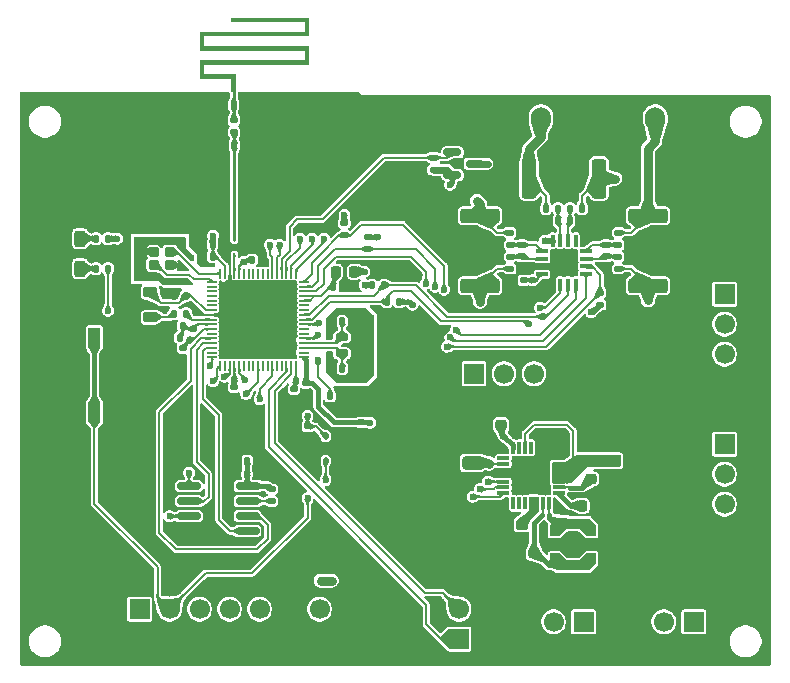
<source format=gtl>
G04 #@! TF.GenerationSoftware,KiCad,Pcbnew,9.0.5*
G04 #@! TF.CreationDate,2025-12-05T09:09:27+01:00*
G04 #@! TF.ProjectId,PCB Main,50434220-4d61-4696-9e2e-6b696361645f,rev?*
G04 #@! TF.SameCoordinates,Original*
G04 #@! TF.FileFunction,Copper,L1,Top*
G04 #@! TF.FilePolarity,Positive*
%FSLAX46Y46*%
G04 Gerber Fmt 4.6, Leading zero omitted, Abs format (unit mm)*
G04 Created by KiCad (PCBNEW 9.0.5) date 2025-12-05 09:09:27*
%MOMM*%
%LPD*%
G01*
G04 APERTURE LIST*
G04 Aperture macros list*
%AMRoundRect*
0 Rectangle with rounded corners*
0 $1 Rounding radius*
0 $2 $3 $4 $5 $6 $7 $8 $9 X,Y pos of 4 corners*
0 Add a 4 corners polygon primitive as box body*
4,1,4,$2,$3,$4,$5,$6,$7,$8,$9,$2,$3,0*
0 Add four circle primitives for the rounded corners*
1,1,$1+$1,$2,$3*
1,1,$1+$1,$4,$5*
1,1,$1+$1,$6,$7*
1,1,$1+$1,$8,$9*
0 Add four rect primitives between the rounded corners*
20,1,$1+$1,$2,$3,$4,$5,0*
20,1,$1+$1,$4,$5,$6,$7,0*
20,1,$1+$1,$6,$7,$8,$9,0*
20,1,$1+$1,$8,$9,$2,$3,0*%
%AMFreePoly0*
4,1,11,1.015000,1.170000,0.435000,0.575000,0.435000,-0.575000,1.015000,-1.170000,1.015000,-1.945000,0.125000,-1.945000,-0.435000,-1.395000,-0.435000,1.395000,0.125000,1.945000,1.015000,1.945000,1.015000,1.170000,1.015000,1.170000,$1*%
%AMFreePoly1*
4,1,11,0.435000,1.395000,0.435000,-1.395000,-0.125000,-1.945000,-1.015000,-1.945000,-1.015000,-1.170000,-0.435000,-0.575000,-0.435000,0.575000,-1.015000,1.170000,-1.015000,1.945000,-0.125000,1.945000,0.435000,1.395000,0.435000,1.395000,$1*%
G04 Aperture macros list end*
G04 #@! TA.AperFunction,SMDPad,CuDef*
%ADD10RoundRect,0.140000X0.140000X0.170000X-0.140000X0.170000X-0.140000X-0.170000X0.140000X-0.170000X0*%
G04 #@! TD*
G04 #@! TA.AperFunction,SMDPad,CuDef*
%ADD11FreePoly0,270.000000*%
G04 #@! TD*
G04 #@! TA.AperFunction,SMDPad,CuDef*
%ADD12FreePoly1,270.000000*%
G04 #@! TD*
G04 #@! TA.AperFunction,SMDPad,CuDef*
%ADD13RoundRect,0.147500X0.172500X-0.147500X0.172500X0.147500X-0.172500X0.147500X-0.172500X-0.147500X0*%
G04 #@! TD*
G04 #@! TA.AperFunction,SMDPad,CuDef*
%ADD14RoundRect,0.140000X-0.170000X0.140000X-0.170000X-0.140000X0.170000X-0.140000X0.170000X0.140000X0*%
G04 #@! TD*
G04 #@! TA.AperFunction,SMDPad,CuDef*
%ADD15RoundRect,0.135000X0.135000X0.185000X-0.135000X0.185000X-0.135000X-0.185000X0.135000X-0.185000X0*%
G04 #@! TD*
G04 #@! TA.AperFunction,SMDPad,CuDef*
%ADD16RoundRect,0.225000X-0.225000X-0.250000X0.225000X-0.250000X0.225000X0.250000X-0.225000X0.250000X0*%
G04 #@! TD*
G04 #@! TA.AperFunction,SMDPad,CuDef*
%ADD17RoundRect,0.218750X0.218750X0.256250X-0.218750X0.256250X-0.218750X-0.256250X0.218750X-0.256250X0*%
G04 #@! TD*
G04 #@! TA.AperFunction,SMDPad,CuDef*
%ADD18RoundRect,0.140000X-0.140000X-0.170000X0.140000X-0.170000X0.140000X0.170000X-0.140000X0.170000X0*%
G04 #@! TD*
G04 #@! TA.AperFunction,SMDPad,CuDef*
%ADD19RoundRect,0.150000X0.400000X-0.150000X0.400000X0.150000X-0.400000X0.150000X-0.400000X-0.150000X0*%
G04 #@! TD*
G04 #@! TA.AperFunction,SMDPad,CuDef*
%ADD20RoundRect,0.140000X0.170000X-0.140000X0.170000X0.140000X-0.170000X0.140000X-0.170000X-0.140000X0*%
G04 #@! TD*
G04 #@! TA.AperFunction,SMDPad,CuDef*
%ADD21RoundRect,0.135000X-0.135000X-0.185000X0.135000X-0.185000X0.135000X0.185000X-0.135000X0.185000X0*%
G04 #@! TD*
G04 #@! TA.AperFunction,SMDPad,CuDef*
%ADD22RoundRect,0.147500X-0.147500X-0.172500X0.147500X-0.172500X0.147500X0.172500X-0.147500X0.172500X0*%
G04 #@! TD*
G04 #@! TA.AperFunction,SMDPad,CuDef*
%ADD23RoundRect,0.225000X-0.250000X0.225000X-0.250000X-0.225000X0.250000X-0.225000X0.250000X0.225000X0*%
G04 #@! TD*
G04 #@! TA.AperFunction,SMDPad,CuDef*
%ADD24RoundRect,0.150000X-0.587500X-0.150000X0.587500X-0.150000X0.587500X0.150000X-0.587500X0.150000X0*%
G04 #@! TD*
G04 #@! TA.AperFunction,SMDPad,CuDef*
%ADD25RoundRect,0.250000X1.425000X-0.362500X1.425000X0.362500X-1.425000X0.362500X-1.425000X-0.362500X0*%
G04 #@! TD*
G04 #@! TA.AperFunction,SMDPad,CuDef*
%ADD26RoundRect,0.135000X0.185000X-0.135000X0.185000X0.135000X-0.185000X0.135000X-0.185000X-0.135000X0*%
G04 #@! TD*
G04 #@! TA.AperFunction,SMDPad,CuDef*
%ADD27RoundRect,0.250000X-0.362500X-1.425000X0.362500X-1.425000X0.362500X1.425000X-0.362500X1.425000X0*%
G04 #@! TD*
G04 #@! TA.AperFunction,ComponentPad*
%ADD28R,1.700000X1.700000*%
G04 #@! TD*
G04 #@! TA.AperFunction,ComponentPad*
%ADD29C,1.700000*%
G04 #@! TD*
G04 #@! TA.AperFunction,ComponentPad*
%ADD30RoundRect,0.250000X-0.600000X-0.750000X0.600000X-0.750000X0.600000X0.750000X-0.600000X0.750000X0*%
G04 #@! TD*
G04 #@! TA.AperFunction,ComponentPad*
%ADD31O,1.700000X2.000000*%
G04 #@! TD*
G04 #@! TA.AperFunction,SMDPad,CuDef*
%ADD32RoundRect,0.135000X-0.185000X0.135000X-0.185000X-0.135000X0.185000X-0.135000X0.185000X0.135000X0*%
G04 #@! TD*
G04 #@! TA.AperFunction,SMDPad,CuDef*
%ADD33RoundRect,0.062500X0.400000X0.062500X-0.400000X0.062500X-0.400000X-0.062500X0.400000X-0.062500X0*%
G04 #@! TD*
G04 #@! TA.AperFunction,SMDPad,CuDef*
%ADD34RoundRect,0.062500X0.062500X0.400000X-0.062500X0.400000X-0.062500X-0.400000X0.062500X-0.400000X0*%
G04 #@! TD*
G04 #@! TA.AperFunction,HeatsinkPad*
%ADD35R,6.400000X6.400000*%
G04 #@! TD*
G04 #@! TA.AperFunction,SMDPad,CuDef*
%ADD36R,0.200000X0.200000*%
G04 #@! TD*
G04 #@! TA.AperFunction,SMDPad,CuDef*
%ADD37RoundRect,0.033750X0.471250X0.101250X-0.471250X0.101250X-0.471250X-0.101250X0.471250X-0.101250X0*%
G04 #@! TD*
G04 #@! TA.AperFunction,SMDPad,CuDef*
%ADD38RoundRect,0.033750X0.101250X0.471250X-0.101250X0.471250X-0.101250X-0.471250X0.101250X-0.471250X0*%
G04 #@! TD*
G04 #@! TA.AperFunction,SMDPad,CuDef*
%ADD39R,3.150000X3.150000*%
G04 #@! TD*
G04 #@! TA.AperFunction,SMDPad,CuDef*
%ADD40RoundRect,0.250000X-1.425000X0.362500X-1.425000X-0.362500X1.425000X-0.362500X1.425000X0.362500X0*%
G04 #@! TD*
G04 #@! TA.AperFunction,SMDPad,CuDef*
%ADD41RoundRect,0.218750X-0.381250X0.218750X-0.381250X-0.218750X0.381250X-0.218750X0.381250X0.218750X0*%
G04 #@! TD*
G04 #@! TA.AperFunction,SMDPad,CuDef*
%ADD42RoundRect,0.200000X-0.250000X-0.200000X0.250000X-0.200000X0.250000X0.200000X-0.250000X0.200000X0*%
G04 #@! TD*
G04 #@! TA.AperFunction,SMDPad,CuDef*
%ADD43RoundRect,0.150000X-0.825000X-0.150000X0.825000X-0.150000X0.825000X0.150000X-0.825000X0.150000X0*%
G04 #@! TD*
G04 #@! TA.AperFunction,SMDPad,CuDef*
%ADD44RoundRect,0.243750X-0.243750X-0.456250X0.243750X-0.456250X0.243750X0.456250X-0.243750X0.456250X0*%
G04 #@! TD*
G04 #@! TA.AperFunction,SMDPad,CuDef*
%ADD45RoundRect,0.112500X0.112500X-0.187500X0.112500X0.187500X-0.112500X0.187500X-0.112500X-0.187500X0*%
G04 #@! TD*
G04 #@! TA.AperFunction,SMDPad,CuDef*
%ADD46RoundRect,0.218750X-0.256250X0.218750X-0.256250X-0.218750X0.256250X-0.218750X0.256250X0.218750X0*%
G04 #@! TD*
G04 #@! TA.AperFunction,SMDPad,CuDef*
%ADD47R,1.000000X1.700000*%
G04 #@! TD*
G04 #@! TA.AperFunction,SMDPad,CuDef*
%ADD48RoundRect,0.087500X-0.425000X-0.087500X0.425000X-0.087500X0.425000X0.087500X-0.425000X0.087500X0*%
G04 #@! TD*
G04 #@! TA.AperFunction,SMDPad,CuDef*
%ADD49RoundRect,0.087500X-0.087500X-0.425000X0.087500X-0.425000X0.087500X0.425000X-0.087500X0.425000X0*%
G04 #@! TD*
G04 #@! TA.AperFunction,HeatsinkPad*
%ADD50R,2.100000X2.100000*%
G04 #@! TD*
G04 #@! TA.AperFunction,SMDPad,CuDef*
%ADD51RoundRect,0.250000X0.650000X-0.325000X0.650000X0.325000X-0.650000X0.325000X-0.650000X-0.325000X0*%
G04 #@! TD*
G04 #@! TA.AperFunction,ViaPad*
%ADD52C,0.600000*%
G04 #@! TD*
G04 #@! TA.AperFunction,ViaPad*
%ADD53C,0.400000*%
G04 #@! TD*
G04 #@! TA.AperFunction,Conductor*
%ADD54C,0.200000*%
G04 #@! TD*
G04 #@! TA.AperFunction,Conductor*
%ADD55C,0.400000*%
G04 #@! TD*
G04 #@! TA.AperFunction,Conductor*
%ADD56C,0.600000*%
G04 #@! TD*
G04 #@! TA.AperFunction,Conductor*
%ADD57C,0.800000*%
G04 #@! TD*
G04 #@! TA.AperFunction,Conductor*
%ADD58C,0.160000*%
G04 #@! TD*
G04 #@! TA.AperFunction,Conductor*
%ADD59C,0.280000*%
G04 #@! TD*
G04 APERTURE END LIST*
D10*
X35798657Y-36225424D03*
X34838657Y-36225424D03*
D11*
X61988657Y-58590424D03*
D12*
X61988657Y-62120424D03*
D13*
X33286657Y-25407424D03*
X33286657Y-24437424D03*
D14*
X44048552Y-49053438D03*
X44048552Y-50013438D03*
D15*
X22620657Y-34447424D03*
X21600657Y-34447424D03*
D16*
X62737657Y-57053424D03*
X64287657Y-57053424D03*
D17*
X43472157Y-37241424D03*
X41897157Y-37241424D03*
D18*
X28234657Y-39273424D03*
X29194657Y-39273424D03*
D19*
X42430657Y-44164424D03*
X42430657Y-42764424D03*
D20*
X64782657Y-35943424D03*
X64782657Y-34983424D03*
D21*
X46238657Y-39781424D03*
X47258657Y-39781424D03*
D22*
X28229657Y-40797424D03*
X29199657Y-40797424D03*
D23*
X65544657Y-53230424D03*
X65544657Y-54780424D03*
D15*
X45988657Y-38384424D03*
X44968657Y-38384424D03*
D24*
X51780157Y-27147424D03*
X51780157Y-29047424D03*
X53655157Y-28097424D03*
D25*
X54114657Y-38425924D03*
X54114657Y-32500924D03*
D20*
X28968657Y-44706424D03*
X28968657Y-43746424D03*
X39509657Y-51310424D03*
X39509657Y-50350424D03*
D26*
X65798657Y-34957424D03*
X65798657Y-33937424D03*
D14*
X57797657Y-37015424D03*
X57797657Y-37975424D03*
D18*
X30520657Y-35971424D03*
X31480657Y-35971424D03*
D21*
X61732657Y-31907424D03*
X62752657Y-31907424D03*
D27*
X58264157Y-29367424D03*
X64189157Y-29367424D03*
D18*
X27980657Y-41813424D03*
X28940657Y-41813424D03*
D20*
X39382657Y-47627424D03*
X39382657Y-46667424D03*
D28*
X74815657Y-51846424D03*
D29*
X74815657Y-54386424D03*
X74815657Y-56926424D03*
X74815657Y-59466424D03*
D14*
X57670657Y-34983424D03*
X57670657Y-35943424D03*
D15*
X60720657Y-31907424D03*
X59700657Y-31907424D03*
D10*
X43418657Y-45496424D03*
X42458657Y-45496424D03*
D28*
X72215657Y-66892424D03*
D29*
X69675657Y-66892424D03*
X67135657Y-66892424D03*
D26*
X56654657Y-34957424D03*
X56654657Y-33937424D03*
D30*
X66453657Y-24279924D03*
D31*
X68953657Y-24279924D03*
D32*
X56654657Y-35969424D03*
X56654657Y-36989424D03*
D28*
X25285657Y-65816424D03*
D29*
X27825657Y-65816424D03*
X30365657Y-65816424D03*
X32905657Y-65816424D03*
X35445657Y-65816424D03*
X37985657Y-65816424D03*
X40525657Y-65816424D03*
D32*
X44589657Y-34318424D03*
X44589657Y-35338424D03*
D33*
X39206157Y-44505424D03*
X39206157Y-44105424D03*
X39206157Y-43705424D03*
X39206157Y-43305424D03*
X39206157Y-42905424D03*
X39206157Y-42505424D03*
X39206157Y-42105424D03*
X39206157Y-41705424D03*
X39206157Y-41305424D03*
X39206157Y-40905424D03*
X39206157Y-40505424D03*
X39206157Y-40105424D03*
X39206157Y-39705424D03*
X39206157Y-39305424D03*
X39206157Y-38905424D03*
X39206157Y-38505424D03*
X39206157Y-38105424D03*
D34*
X38518657Y-37417924D03*
X38118657Y-37417924D03*
X37718657Y-37417924D03*
X37318657Y-37417924D03*
X36918657Y-37417924D03*
X36518657Y-37417924D03*
X36118657Y-37417924D03*
X35718657Y-37417924D03*
X35318657Y-37417924D03*
X34918657Y-37417924D03*
X34518657Y-37417924D03*
X34118657Y-37417924D03*
X33718657Y-37417924D03*
X33318657Y-37417924D03*
X32918657Y-37417924D03*
X32518657Y-37417924D03*
X32118657Y-37417924D03*
D33*
X31431157Y-38105424D03*
X31431157Y-38505424D03*
X31431157Y-38905424D03*
X31431157Y-39305424D03*
X31431157Y-39705424D03*
X31431157Y-40105424D03*
X31431157Y-40505424D03*
X31431157Y-40905424D03*
X31431157Y-41305424D03*
X31431157Y-41705424D03*
X31431157Y-42105424D03*
X31431157Y-42505424D03*
X31431157Y-42905424D03*
X31431157Y-43305424D03*
X31431157Y-43705424D03*
X31431157Y-44105424D03*
X31431157Y-44505424D03*
D34*
X32118657Y-45192924D03*
X32518657Y-45192924D03*
X32918657Y-45192924D03*
X33318657Y-45192924D03*
X33718657Y-45192924D03*
X34118657Y-45192924D03*
X34518657Y-45192924D03*
X34918657Y-45192924D03*
X35318657Y-45192924D03*
X35718657Y-45192924D03*
X36118657Y-45192924D03*
X36518657Y-45192924D03*
X36918657Y-45192924D03*
X37318657Y-45192924D03*
X37718657Y-45192924D03*
X38118657Y-45192924D03*
X38518657Y-45192924D03*
D35*
X35318657Y-41305424D03*
D10*
X42656657Y-38511424D03*
X41696657Y-38511424D03*
D36*
X33822657Y-35775424D03*
X33822657Y-35188424D03*
X33822657Y-34601424D03*
X33322657Y-35188424D03*
X33322657Y-35775424D03*
X33322657Y-34601424D03*
D28*
X47510657Y-65811424D03*
D29*
X47510657Y-68351424D03*
D18*
X27726657Y-42829424D03*
X28686657Y-42829424D03*
D32*
X65798657Y-35969424D03*
X65798657Y-36989424D03*
D37*
X60792657Y-56013424D03*
X60792657Y-55513424D03*
X60792657Y-55013424D03*
X60792657Y-54513424D03*
X60792657Y-54013424D03*
X60792657Y-53513424D03*
X60792657Y-53013424D03*
D38*
X59932657Y-52153424D03*
X59432657Y-52153424D03*
X58932657Y-52153424D03*
X58432657Y-52153424D03*
X57932657Y-52153424D03*
X57432657Y-52153424D03*
X56932657Y-52153424D03*
D37*
X56072657Y-53013424D03*
X56072657Y-53513424D03*
X56072657Y-54013424D03*
X56072657Y-54513424D03*
X56072657Y-55013424D03*
X56072657Y-55513424D03*
X56072657Y-56013424D03*
D38*
X56932657Y-56873424D03*
X57432657Y-56873424D03*
X57932657Y-56873424D03*
X58432657Y-56873424D03*
X58932657Y-56873424D03*
X59432657Y-56873424D03*
X59932657Y-56873424D03*
D39*
X58432657Y-54513424D03*
D10*
X61706657Y-32923424D03*
X60746657Y-32923424D03*
X34401657Y-53243424D03*
X33441657Y-53243424D03*
D18*
X32298657Y-23144424D03*
X33258657Y-23144424D03*
D20*
X33286657Y-48008424D03*
X33286657Y-47048424D03*
D15*
X42432657Y-47782424D03*
X41412657Y-47782424D03*
D40*
X68338657Y-32500924D03*
X68338657Y-38425924D03*
D30*
X56781657Y-24287424D03*
D31*
X59281657Y-24287424D03*
D26*
X64274657Y-40037424D03*
X64274657Y-39017424D03*
D18*
X67350657Y-26827424D03*
X68310657Y-26827424D03*
D41*
X26174657Y-38972924D03*
X26174657Y-41097924D03*
D10*
X43418657Y-41432424D03*
X42458657Y-41432424D03*
D42*
X26490657Y-36648424D03*
X27890657Y-36648424D03*
X27890657Y-35548424D03*
X26490657Y-35548424D03*
D26*
X36461657Y-56674424D03*
X36461657Y-55654424D03*
D28*
X62877657Y-66892424D03*
D29*
X60337657Y-66892424D03*
X57797657Y-66892424D03*
D18*
X32362657Y-26573424D03*
X33322657Y-26573424D03*
D43*
X29476657Y-55402424D03*
X29476657Y-56672424D03*
X29476657Y-57942424D03*
X29476657Y-59212424D03*
X34426657Y-59212424D03*
X34426657Y-57942424D03*
X34426657Y-56672424D03*
X34426657Y-55402424D03*
D18*
X39664657Y-63403424D03*
X40624657Y-63403424D03*
D26*
X50177657Y-28607424D03*
X50177657Y-27587424D03*
D28*
X74815657Y-39146424D03*
D29*
X74815657Y-41686424D03*
X74815657Y-44226424D03*
X74815657Y-46766424D03*
D18*
X30520657Y-34955424D03*
X31480657Y-34955424D03*
D44*
X18379157Y-36987424D03*
X20254157Y-36987424D03*
D45*
X41033657Y-53277424D03*
X41033657Y-51177424D03*
D18*
X57317657Y-26827424D03*
X58277657Y-26827424D03*
D28*
X53606657Y-45877424D03*
D29*
X56146657Y-45877424D03*
X58686657Y-45877424D03*
D46*
X63512657Y-53217924D03*
X63512657Y-54792924D03*
D23*
X55892657Y-48658424D03*
X55892657Y-50208424D03*
D44*
X18379157Y-34447424D03*
X20254157Y-34447424D03*
D15*
X22620657Y-36987424D03*
X21600657Y-36987424D03*
D47*
X17670657Y-49154424D03*
X17670657Y-42854424D03*
X21470657Y-49154424D03*
X21470657Y-42854424D03*
D32*
X42630657Y-33141424D03*
X42630657Y-34161424D03*
D23*
X58686657Y-61104424D03*
X58686657Y-62654424D03*
D28*
X52336657Y-68356424D03*
D29*
X52336657Y-65816424D03*
X52336657Y-63276424D03*
D20*
X38366657Y-48135424D03*
X38366657Y-47175424D03*
D48*
X59364157Y-35504424D03*
X59364157Y-36154424D03*
X59364157Y-36804424D03*
X59364157Y-37454424D03*
D49*
X60251657Y-38341924D03*
X60901657Y-38341924D03*
X61551657Y-38341924D03*
X62201657Y-38341924D03*
D48*
X63089157Y-37454424D03*
X63089157Y-36804424D03*
X63089157Y-36154424D03*
X63089157Y-35504424D03*
D49*
X62201657Y-34616924D03*
X61551657Y-34616924D03*
X60901657Y-34616924D03*
X60251657Y-34616924D03*
D50*
X61226657Y-36479424D03*
D51*
X53479657Y-53448424D03*
X53479657Y-50498424D03*
D52*
X32143657Y-27462424D03*
D53*
X37118657Y-40405424D03*
X61676657Y-36929424D03*
X25031657Y-37749424D03*
D52*
X34102657Y-26700424D03*
D53*
X44843657Y-41305424D03*
D52*
X34048657Y-32034424D03*
D53*
X27444657Y-34574424D03*
X32618657Y-42205424D03*
X34418657Y-40405424D03*
D52*
X35572657Y-35590424D03*
X32651657Y-35209424D03*
D53*
X43192657Y-40543424D03*
D52*
X34048657Y-28478424D03*
X32397657Y-24668424D03*
X30873657Y-36606424D03*
D53*
X37568657Y-39505424D03*
D52*
X32524657Y-47909424D03*
D53*
X41287657Y-41940424D03*
X36668657Y-39505424D03*
X33518657Y-40405424D03*
D52*
X32651657Y-33431424D03*
D53*
X28968657Y-35336424D03*
X26047657Y-37749424D03*
X25031657Y-34574424D03*
D52*
X31381657Y-23525424D03*
D53*
X29512711Y-35935370D03*
X58432657Y-55413424D03*
X25031657Y-36860424D03*
X33068657Y-43105424D03*
X29222657Y-38130424D03*
X41478157Y-45813924D03*
D52*
X34048657Y-30256424D03*
D53*
X57532657Y-53613424D03*
D52*
X44081657Y-45496424D03*
X18554657Y-49052424D03*
D53*
X58432657Y-53613424D03*
X34868657Y-41305424D03*
D52*
X58432657Y-36860424D03*
X60845657Y-52354424D03*
D53*
X25031657Y-36098424D03*
X59332657Y-54513424D03*
D52*
X30231086Y-40705424D03*
X55892657Y-47782424D03*
X34048657Y-32923424D03*
D53*
X41414657Y-41178424D03*
X35768657Y-43105424D03*
X36668657Y-41305424D03*
X33068657Y-39505424D03*
X58432657Y-54513424D03*
X37118657Y-42205424D03*
X33968657Y-43105424D03*
X35768657Y-39505424D03*
X41287657Y-45115424D03*
D52*
X32397657Y-25557424D03*
D53*
X36218657Y-44005424D03*
X33968657Y-39505424D03*
X36218657Y-40405424D03*
D52*
X34048657Y-23144424D03*
D53*
X36668657Y-43105424D03*
D52*
X18554657Y-42956424D03*
D53*
X57532657Y-54513424D03*
X33518657Y-44005424D03*
X25920657Y-34574424D03*
X61676657Y-36029424D03*
X37118657Y-44005424D03*
X27063657Y-37749424D03*
X33518657Y-38605424D03*
D52*
X31635657Y-26700424D03*
D53*
X41287657Y-44226424D03*
X28968657Y-34574424D03*
X59332657Y-55413424D03*
D52*
X52971657Y-49179424D03*
D53*
X44843657Y-43337424D03*
D52*
X32143657Y-23906424D03*
D53*
X28206657Y-34574424D03*
X34418657Y-38605424D03*
D52*
X34683657Y-35336424D03*
D53*
X44335657Y-46385424D03*
X36218657Y-38605424D03*
D52*
X59067657Y-50957424D03*
X31635657Y-25811424D03*
D53*
X35318657Y-38605424D03*
D52*
X43286552Y-49025438D03*
X19316657Y-52989424D03*
D53*
X35318657Y-40405424D03*
X44335657Y-40543424D03*
D52*
X32651657Y-32542424D03*
X34048657Y-27589424D03*
X58686657Y-63530424D03*
D53*
X33068657Y-41305424D03*
D52*
X43319657Y-38511424D03*
X25666657Y-35590424D03*
X34048657Y-22255424D03*
D53*
X34868657Y-39505424D03*
X34868657Y-43105424D03*
D52*
X34055494Y-25814443D03*
D53*
X38018657Y-40405424D03*
D52*
X59956657Y-50957424D03*
D53*
X33968657Y-41305424D03*
X25031657Y-35336424D03*
D52*
X34048657Y-33812424D03*
X34092568Y-24922424D03*
D53*
X60776657Y-36029424D03*
X33518657Y-42205424D03*
X35768657Y-41305424D03*
D52*
X43065657Y-47782424D03*
X53987657Y-49179424D03*
D53*
X26682657Y-34574424D03*
X28079657Y-38130424D03*
D52*
X32651657Y-31653424D03*
X28968657Y-45369424D03*
X34048657Y-29367424D03*
D53*
X36218657Y-42205424D03*
X57532657Y-55413424D03*
X41287657Y-42702424D03*
X59332657Y-53613424D03*
D52*
X32651657Y-29875424D03*
D53*
X34418657Y-42205424D03*
D52*
X60718657Y-51465424D03*
D53*
X38018657Y-38605424D03*
D52*
X39382657Y-48290424D03*
D53*
X43192657Y-46385424D03*
D52*
X19266657Y-34447424D03*
X32524657Y-34320424D03*
X38366657Y-48798424D03*
X28714657Y-36860424D03*
D53*
X37568657Y-41305424D03*
D52*
X39001657Y-63403424D03*
X34048657Y-31145424D03*
D53*
X44843657Y-42194424D03*
D52*
X32651657Y-28986424D03*
X57035657Y-26192424D03*
X67195657Y-26192424D03*
X32778657Y-53243424D03*
X27317657Y-41813424D03*
D53*
X60776657Y-36929424D03*
X42049657Y-46385424D03*
X32618657Y-38605424D03*
D52*
X44081657Y-41432424D03*
X32397657Y-22382424D03*
D53*
X42049657Y-40543424D03*
D52*
X34429657Y-34574424D03*
D53*
X37118657Y-38605424D03*
D52*
X32651657Y-30764424D03*
D53*
X32618657Y-40405424D03*
D52*
X34055494Y-24030405D03*
X32651657Y-28097424D03*
X31635657Y-22763424D03*
X32718657Y-36080898D03*
D53*
X32618657Y-44005424D03*
X34418657Y-44005424D03*
X35318657Y-44005424D03*
D52*
X29857657Y-34955424D03*
X27571657Y-39019424D03*
D53*
X44843657Y-45496424D03*
D52*
X27825657Y-43591424D03*
X64655657Y-54767424D03*
X39509657Y-51973424D03*
D53*
X35318657Y-42205424D03*
D52*
X64274657Y-56164424D03*
D53*
X44843657Y-44480424D03*
D52*
X19266657Y-36987424D03*
X30808657Y-59212424D03*
X65544657Y-29367424D03*
X54876657Y-53497424D03*
X35445657Y-48036424D03*
X63512657Y-40670424D03*
X42630657Y-32415424D03*
X58559657Y-37975424D03*
X44335657Y-37241424D03*
X38518657Y-46512424D03*
X48399657Y-40035424D03*
X31508657Y-34193424D03*
X29857657Y-42067424D03*
X44335657Y-38384424D03*
X23380657Y-34447424D03*
X53860657Y-31272424D03*
X59575657Y-34616924D03*
X51574657Y-29875424D03*
X34112657Y-36417425D03*
X29530842Y-43010609D03*
X34401657Y-54386424D03*
X33318657Y-46385424D03*
X45478657Y-34318424D03*
X39509657Y-56418424D03*
X41033657Y-54894424D03*
X32473208Y-46131424D03*
X31254657Y-45242424D03*
X22620657Y-40545424D03*
X54114657Y-39781424D03*
X34175657Y-46385424D03*
X41541657Y-63403424D03*
X40398657Y-44734424D03*
X40398657Y-42575424D03*
X57670657Y-58577424D03*
X68338657Y-39654424D03*
X59194657Y-40289424D03*
X58224657Y-41651424D03*
X52082657Y-42151424D03*
X51066657Y-38765424D03*
X49542657Y-38257424D03*
X51320657Y-43591424D03*
X50304657Y-38511424D03*
X51595657Y-42808424D03*
X59448657Y-41051424D03*
X56083157Y-51147924D03*
X37134660Y-34955424D03*
X44810552Y-50041438D03*
X36334657Y-34955424D03*
X40441922Y-41602689D03*
X39509657Y-49433424D03*
X54749657Y-28097424D03*
X34302657Y-47596324D03*
X27825657Y-57942424D03*
X29476657Y-54259424D03*
X31508657Y-46512424D03*
X40906657Y-34447424D03*
X53479657Y-56291424D03*
X54114657Y-55656424D03*
X39890657Y-34447424D03*
X38874657Y-34447424D03*
X54749657Y-55021424D03*
D54*
X51066657Y-36733424D02*
X51066657Y-38765424D01*
X44069000Y-33274000D02*
X47607233Y-33274000D01*
X47607233Y-33274000D02*
X51066657Y-36733424D01*
X42630657Y-34161424D02*
X43181576Y-34161424D01*
X43181576Y-34161424D02*
X44069000Y-33274000D01*
X32004000Y-58248767D02*
X32967657Y-59212424D01*
X30619657Y-48018657D02*
X32004000Y-49403000D01*
X30619657Y-43995194D02*
X30619657Y-48018657D01*
X30909427Y-43705424D02*
X30619657Y-43995194D01*
X32967657Y-59212424D02*
X34426657Y-59212424D01*
X31431157Y-43705424D02*
X30909427Y-43705424D01*
X32004000Y-49403000D02*
X32004000Y-58248767D01*
X35380657Y-57942424D02*
X34426657Y-57942424D01*
X36142657Y-58704424D02*
X35380657Y-57942424D01*
X26936657Y-49136343D02*
X26936657Y-59339424D01*
X28333657Y-60736424D02*
X35253657Y-60736424D01*
X29603657Y-46469343D02*
X26936657Y-49136343D01*
X26936657Y-59339424D02*
X28333657Y-60736424D01*
X35253657Y-60736424D02*
X36142657Y-59847424D01*
X29603657Y-43786324D02*
X29603657Y-46469343D01*
X30484557Y-42905424D02*
X29603657Y-43786324D01*
X31431157Y-42905424D02*
X30484557Y-42905424D01*
X36142657Y-59847424D02*
X36142657Y-58704424D01*
D55*
X30520657Y-34955424D02*
X29857657Y-34955424D01*
D54*
X58488657Y-36804424D02*
X58432657Y-36860424D01*
D55*
X42432657Y-47782424D02*
X43065657Y-47782424D01*
X44843657Y-42194424D02*
X44843657Y-43337424D01*
X18452657Y-42854424D02*
X18554657Y-42956424D01*
D54*
X32016657Y-23144424D02*
X32298657Y-23144424D01*
D56*
X57317657Y-26474424D02*
X57035657Y-26192424D01*
D54*
X32918657Y-37417924D02*
X32918657Y-36280898D01*
D55*
X41287657Y-42702424D02*
X41287657Y-41940424D01*
X27726657Y-43492424D02*
X27825657Y-43591424D01*
X28079657Y-38130424D02*
X29222657Y-38130424D01*
X27063657Y-37749424D02*
X26047657Y-37749424D01*
X28079657Y-38130424D02*
X27444657Y-38130424D01*
X25708657Y-35548424D02*
X25666657Y-35590424D01*
X25031657Y-36098424D02*
X25031657Y-36860424D01*
X39382657Y-47627424D02*
X39382657Y-48290424D01*
D57*
X53479657Y-49687424D02*
X52971657Y-49179424D01*
D55*
X27444657Y-38130424D02*
X27063657Y-37749424D01*
D57*
X52971657Y-49179424D02*
X53987657Y-49179424D01*
D55*
X43319657Y-46385424D02*
X43192657Y-46385424D01*
X44843657Y-44480424D02*
X44843657Y-45496424D01*
X43314552Y-49053438D02*
X43286552Y-49025438D01*
X44335657Y-40543424D02*
X43192657Y-40543424D01*
X28968657Y-34574424D02*
X28206657Y-34574424D01*
X64287657Y-56177424D02*
X64274657Y-56164424D01*
X44843657Y-41051424D02*
X44335657Y-40543424D01*
D54*
X30231086Y-40705424D02*
X30231086Y-40747853D01*
D55*
X41287657Y-41305424D02*
X41287657Y-41940424D01*
X27890657Y-36648424D02*
X28502657Y-36648424D01*
X41287657Y-45623424D02*
X41287657Y-45115424D01*
X17670657Y-49154424D02*
X18452657Y-49154424D01*
X42049657Y-46385424D02*
X41478157Y-45813924D01*
X39509657Y-51310424D02*
X39509657Y-51973424D01*
D54*
X58932657Y-52153424D02*
X58932657Y-51092424D01*
X32362657Y-26573424D02*
X31762657Y-26573424D01*
X30388657Y-40905424D02*
X31431157Y-40905424D01*
D55*
X64287657Y-57053424D02*
X64287657Y-56177424D01*
D54*
X59364157Y-36804424D02*
X58488657Y-36804424D01*
D56*
X67350657Y-26347424D02*
X67350657Y-26827424D01*
D55*
X35572657Y-35646424D02*
X35798657Y-35872424D01*
D56*
X39664657Y-63403424D02*
X39001657Y-63403424D01*
D54*
X32918657Y-36280898D02*
X32718657Y-36080898D01*
D55*
X44843657Y-41305424D02*
X44843657Y-41051424D01*
X25031657Y-34574424D02*
X25031657Y-35336424D01*
X25031657Y-37749424D02*
X26047657Y-37749424D01*
X41478157Y-45813924D02*
X41287657Y-45623424D01*
X44048552Y-49053438D02*
X43314552Y-49053438D01*
X35798657Y-35872424D02*
X35798657Y-36225424D01*
X41414657Y-41178424D02*
X41287657Y-41305424D01*
X27980657Y-41813424D02*
X27317657Y-41813424D01*
X29512711Y-35935370D02*
X29512711Y-35880478D01*
X64668657Y-54780424D02*
X64655657Y-54767424D01*
X26682657Y-34574424D02*
X25920657Y-34574424D01*
D54*
X60792657Y-52407424D02*
X60845657Y-52354424D01*
D55*
X38366657Y-48798424D02*
X38366657Y-48135424D01*
X42656657Y-38511424D02*
X43319657Y-38511424D01*
X29476657Y-59212424D02*
X30808657Y-59212424D01*
X42049657Y-40543424D02*
X43192657Y-40543424D01*
X26490657Y-35548424D02*
X25708657Y-35548424D01*
D54*
X59432657Y-51481424D02*
X59956657Y-50957424D01*
D55*
X18379157Y-34447424D02*
X19266657Y-34447424D01*
X28234657Y-39273424D02*
X27825657Y-39273424D01*
X35572657Y-35590424D02*
X35572657Y-35646424D01*
D54*
X31635657Y-22763424D02*
X32016657Y-23144424D01*
D55*
X25031657Y-36860424D02*
X25031657Y-37749424D01*
X55892657Y-48658424D02*
X55892657Y-47782424D01*
D56*
X57317657Y-26827424D02*
X57317657Y-26474424D01*
D55*
X18452657Y-49154424D02*
X18554657Y-49052424D01*
X30520657Y-36253424D02*
X30873657Y-36606424D01*
X44335657Y-46385424D02*
X43319657Y-46385424D01*
X41287657Y-45115424D02*
X41287657Y-44226424D01*
X29512711Y-35880478D02*
X28968657Y-35336424D01*
X33286657Y-48008424D02*
X32623657Y-48008424D01*
X32623657Y-48008424D02*
X32524657Y-47909424D01*
X58686657Y-62654424D02*
X58686657Y-63530424D01*
X44843657Y-41305424D02*
X44843657Y-42194424D01*
X28968657Y-44706424D02*
X28968657Y-45369424D01*
X43418657Y-45496424D02*
X44081657Y-45496424D01*
D54*
X60030657Y-52153424D02*
X60718657Y-51465424D01*
X59432657Y-52153424D02*
X59432657Y-51481424D01*
D55*
X44843657Y-43337424D02*
X44843657Y-44480424D01*
X57952657Y-36860424D02*
X57797657Y-37015424D01*
X44335657Y-46385424D02*
X44843657Y-45877424D01*
X33441657Y-53243424D02*
X32778657Y-53243424D01*
D56*
X67195657Y-26192424D02*
X67350657Y-26347424D01*
D54*
X57896657Y-37015424D02*
X57924657Y-37015424D01*
D57*
X53479657Y-50498424D02*
X53479657Y-49687424D01*
D55*
X65544657Y-54780424D02*
X64668657Y-54780424D01*
X27444657Y-34574424D02*
X26682657Y-34574424D01*
X25920657Y-34574424D02*
X25031657Y-34574424D01*
X28968657Y-35336424D02*
X28968657Y-34574424D01*
X28502657Y-36648424D02*
X28714657Y-36860424D01*
D54*
X31762657Y-26573424D02*
X31635657Y-26700424D01*
D55*
X43418657Y-41432424D02*
X44081657Y-41432424D01*
X17670657Y-42854424D02*
X18452657Y-42854424D01*
D54*
X58932657Y-51092424D02*
X59067657Y-50957424D01*
D55*
X43192657Y-46385424D02*
X42049657Y-46385424D01*
D54*
X59932657Y-52153424D02*
X60030657Y-52153424D01*
D55*
X42049657Y-40543424D02*
X41414657Y-41178424D01*
X27726657Y-42829424D02*
X27726657Y-43492424D01*
D54*
X60792657Y-53013424D02*
X60792657Y-52407424D01*
D55*
X28206657Y-34574424D02*
X27444657Y-34574424D01*
X30520657Y-35971424D02*
X30520657Y-36253424D01*
D57*
X53479657Y-49687424D02*
X53987657Y-49179424D01*
D55*
X58432657Y-36860424D02*
X57952657Y-36860424D01*
X44843657Y-45877424D02*
X44843657Y-45496424D01*
D54*
X30231086Y-40747853D02*
X30388657Y-40905424D01*
D55*
X18379157Y-36987424D02*
X19266657Y-36987424D01*
X25031657Y-35336424D02*
X25031657Y-36098424D01*
X27825657Y-39273424D02*
X27571657Y-39019424D01*
D54*
X65798657Y-35969424D02*
X64808657Y-35969424D01*
X64571657Y-36154424D02*
X63089157Y-36154424D01*
X64782657Y-35943424D02*
X64571657Y-36154424D01*
X64808657Y-35969424D02*
X64782657Y-35943424D01*
X64808657Y-34957424D02*
X64782657Y-34983424D01*
X65798657Y-34957424D02*
X64808657Y-34957424D01*
X63610157Y-34983424D02*
X63089157Y-35504424D01*
X64782657Y-34983424D02*
X63610157Y-34983424D01*
X61551657Y-33078424D02*
X61706657Y-32923424D01*
X61732657Y-31907424D02*
X61732657Y-32897424D01*
X61551657Y-34616924D02*
X61551657Y-33078424D01*
X61732657Y-32897424D02*
X61706657Y-32923424D01*
X60720657Y-32897424D02*
X60746657Y-32923424D01*
X60901657Y-34616924D02*
X60901657Y-33078424D01*
X60720657Y-31907424D02*
X60720657Y-32897424D01*
X60901657Y-33078424D02*
X60746657Y-32923424D01*
X56654657Y-34957424D02*
X57644657Y-34957424D01*
X58843157Y-34983424D02*
X59364157Y-35504424D01*
X57670657Y-34983424D02*
X58843157Y-34983424D01*
X57644657Y-34957424D02*
X57670657Y-34983424D01*
X56654657Y-35969424D02*
X57644657Y-35969424D01*
X57881657Y-36154424D02*
X59364157Y-36154424D01*
X57644657Y-35969424D02*
X57670657Y-35943424D01*
X57670657Y-35943424D02*
X57881657Y-36154424D01*
D55*
X58686657Y-61104424D02*
X58927657Y-61104424D01*
X58686657Y-58496424D02*
X59367657Y-57815424D01*
D54*
X59432657Y-57750424D02*
X59367657Y-57815424D01*
D55*
X58927657Y-61104424D02*
X59943657Y-62120424D01*
D54*
X59432657Y-56873424D02*
X59432657Y-57750424D01*
D55*
X59943657Y-62120424D02*
X61988657Y-62120424D01*
X58686657Y-61104424D02*
X58686657Y-58496424D01*
D54*
X62752657Y-30803924D02*
X64189157Y-29367424D01*
D57*
X64189157Y-29367424D02*
X65544657Y-29367424D01*
D54*
X54892657Y-53513424D02*
X54876657Y-53497424D01*
D57*
X53479657Y-53448424D02*
X54827657Y-53448424D01*
X54827657Y-53448424D02*
X54876657Y-53497424D01*
D54*
X62752657Y-31907424D02*
X62752657Y-30803924D01*
X56072657Y-53513424D02*
X54892657Y-53513424D01*
X57932657Y-52153424D02*
X57932657Y-50949424D01*
X61734657Y-55021424D02*
X61726657Y-55013424D01*
X61988657Y-54767424D02*
X61734657Y-55021424D01*
X57932657Y-50949424D02*
X58686657Y-50195424D01*
X58686657Y-50195424D02*
X61480657Y-50195424D01*
X61480657Y-50195424D02*
X61988657Y-50703424D01*
X61726657Y-55013424D02*
X60792657Y-55013424D01*
X61988657Y-50703424D02*
X61988657Y-54767424D01*
D55*
X62737657Y-57053424D02*
X61796657Y-57053424D01*
X61796657Y-57053424D02*
X60792657Y-56049424D01*
X59968657Y-58081424D02*
X59968657Y-57815424D01*
D54*
X59932657Y-57779424D02*
X59968657Y-57815424D01*
X59932657Y-56873424D02*
X59932657Y-57779424D01*
D55*
X60477657Y-58590424D02*
X59968657Y-58081424D01*
X61988657Y-58590424D02*
X60477657Y-58590424D01*
X63512657Y-54792924D02*
X62776157Y-55529424D01*
D54*
X60792657Y-55513424D02*
X61718657Y-55513424D01*
D55*
X62750657Y-55529424D02*
X61734657Y-55529424D01*
X62776157Y-55529424D02*
X62750657Y-55529424D01*
D54*
X61718657Y-55513424D02*
X61734657Y-55529424D01*
X36518657Y-46074424D02*
X36518657Y-45192924D01*
X35445657Y-47147424D02*
X36518657Y-46074424D01*
X35445657Y-48036424D02*
X35445657Y-47147424D01*
D55*
X50175657Y-28607424D02*
X50177657Y-28607424D01*
D54*
X58843157Y-37975424D02*
X58559657Y-37975424D01*
X38518657Y-46670424D02*
X38366657Y-46822424D01*
X58559657Y-37975424D02*
X57797657Y-37975424D01*
D57*
X54114657Y-32500924D02*
X54114657Y-31526424D01*
D54*
X34112657Y-36417425D02*
X33718657Y-36811425D01*
X56654657Y-33937424D02*
X55551157Y-33937424D01*
D55*
X63641657Y-40670424D02*
X64274657Y-40037424D01*
X34401657Y-54386424D02*
X34401657Y-55377424D01*
D54*
X29530842Y-43010609D02*
X29803472Y-43010609D01*
D55*
X34401657Y-55377424D02*
X34426657Y-55402424D01*
D54*
X30219657Y-41705424D02*
X31431157Y-41705424D01*
D55*
X36209657Y-55402424D02*
X36461657Y-55654424D01*
D54*
X38518657Y-45192924D02*
X38518657Y-46512424D01*
X38366657Y-46822424D02*
X38366657Y-47175424D01*
D55*
X59575657Y-34616924D02*
X60251657Y-34616924D01*
X51780157Y-29047424D02*
X51780157Y-29669924D01*
D54*
X28940657Y-41813424D02*
X28940657Y-42575424D01*
D55*
X51780157Y-29669924D02*
X51574657Y-29875424D01*
D54*
X34304658Y-36225424D02*
X34838657Y-36225424D01*
X28940657Y-41813424D02*
X29194657Y-42067424D01*
X29194657Y-42067424D02*
X29857657Y-42067424D01*
D56*
X50177657Y-28607424D02*
X51340157Y-28607424D01*
D54*
X29857657Y-42067424D02*
X30219657Y-41705424D01*
D55*
X34426657Y-55402424D02*
X36209657Y-55402424D01*
D54*
X59364157Y-37454424D02*
X58843157Y-37975424D01*
D55*
X48145657Y-39781424D02*
X47258657Y-39781424D01*
D54*
X33286657Y-47048424D02*
X33286657Y-46893424D01*
D55*
X48399657Y-40035424D02*
X48145657Y-39781424D01*
X22620657Y-34447424D02*
X23380657Y-34447424D01*
D54*
X31760656Y-35971424D02*
X32518657Y-36729425D01*
D55*
X43472157Y-37241424D02*
X44335657Y-37241424D01*
X63512657Y-40670424D02*
X63641657Y-40670424D01*
X42630657Y-32415424D02*
X42630657Y-33141424D01*
D54*
X31480657Y-35971424D02*
X31480657Y-34955424D01*
X28968657Y-43591424D02*
X28968657Y-43746424D01*
D55*
X44968657Y-38384424D02*
X44335657Y-38384424D01*
D54*
X38518657Y-46512424D02*
X38518657Y-46670424D01*
D55*
X31480657Y-34955424D02*
X31480657Y-34221424D01*
D54*
X29530842Y-43029239D02*
X28968657Y-43591424D01*
D55*
X31480657Y-34221424D02*
X31508657Y-34193424D01*
D54*
X33718657Y-37417924D02*
X33718657Y-36811425D01*
X32518657Y-36729425D02*
X32518657Y-37417924D01*
X29530842Y-43010609D02*
X29530842Y-43029239D01*
X55551157Y-33937424D02*
X54114657Y-32500924D01*
D57*
X54114657Y-31526424D02*
X53860657Y-31272424D01*
D54*
X28940657Y-42575424D02*
X28686657Y-42829424D01*
D55*
X45478657Y-34318424D02*
X44589657Y-34318424D01*
D54*
X31480657Y-35971424D02*
X31760656Y-35971424D01*
X33318657Y-45192924D02*
X33318657Y-46385424D01*
D55*
X34401657Y-53243424D02*
X34401657Y-54386424D01*
D54*
X33318657Y-46385424D02*
X33318657Y-47016424D01*
X30708657Y-42105424D02*
X31431157Y-42105424D01*
D55*
X31480657Y-34955424D02*
X31480657Y-34836454D01*
D56*
X51340157Y-28607424D02*
X51780157Y-29047424D01*
D54*
X29803472Y-43010609D02*
X30708657Y-42105424D01*
X34112657Y-36417425D02*
X34304658Y-36225424D01*
X33318657Y-47016424D02*
X33286657Y-47048424D01*
X26809657Y-64800424D02*
X26809657Y-62260424D01*
X21470657Y-56921424D02*
X21470657Y-49154424D01*
X41033657Y-53277424D02*
X41033657Y-54894424D01*
X30873657Y-62768424D02*
X27825657Y-65816424D01*
X39509657Y-56418424D02*
X39509657Y-58069424D01*
X27825657Y-65816424D02*
X26809657Y-64800424D01*
X39509657Y-58069424D02*
X34810657Y-62768424D01*
X26809657Y-62260424D02*
X21470657Y-56921424D01*
D55*
X21470657Y-42854424D02*
X21470657Y-49154424D01*
D54*
X34810657Y-62768424D02*
X30873657Y-62768424D01*
X32473208Y-46131424D02*
X32651657Y-46131424D01*
X32651657Y-46131424D02*
X32918657Y-45864424D01*
X32918657Y-45864424D02*
X32918657Y-45192924D01*
X21600657Y-34447424D02*
X20254157Y-34447424D01*
X21600657Y-36987424D02*
X20254157Y-36987424D01*
X22620657Y-40545424D02*
X22620657Y-36987424D01*
X31431157Y-45065924D02*
X31254657Y-45242424D01*
X31431157Y-44505424D02*
X31431157Y-45065924D01*
X41696657Y-37949924D02*
X41897157Y-37749424D01*
X39687157Y-39705424D02*
X40087157Y-39305424D01*
X40620657Y-39305424D02*
X41414657Y-38511424D01*
X41414657Y-38511424D02*
X41696657Y-38511424D01*
X39206157Y-39305424D02*
X40087157Y-39305424D01*
X40087157Y-39305424D02*
X40620657Y-39305424D01*
X41696657Y-38511424D02*
X41696657Y-37441924D01*
X39206157Y-39705424D02*
X39687157Y-39705424D01*
D57*
X54114657Y-39781424D02*
X54114657Y-38425924D01*
D54*
X55551157Y-36989424D02*
X54114657Y-38425924D01*
X56654657Y-36989424D02*
X55551157Y-36989424D01*
X34175657Y-46258424D02*
X33732657Y-45815424D01*
X34175657Y-46385424D02*
X34175657Y-46258424D01*
X33732657Y-45307424D02*
X33718657Y-45293424D01*
X33718657Y-45293424D02*
X33718657Y-45192924D01*
X33732657Y-45815424D02*
X33732657Y-45307424D01*
X29707657Y-41305424D02*
X29199657Y-40797424D01*
X31431157Y-41305424D02*
X29707657Y-41305424D01*
X34426657Y-56672424D02*
X36459657Y-56672424D01*
X36459657Y-56672424D02*
X36461657Y-56674424D01*
D57*
X41541657Y-63403424D02*
X40624657Y-63403424D01*
D54*
X27086157Y-39884424D02*
X28583657Y-39884424D01*
X28583657Y-39884424D02*
X29194657Y-39273424D01*
X29647613Y-39273424D02*
X29194657Y-39273424D01*
X31431157Y-40505424D02*
X30879613Y-40505424D01*
X26174657Y-38972924D02*
X27086157Y-39884424D01*
X30879613Y-40505424D02*
X29647613Y-39273424D01*
X33318657Y-35779424D02*
X33322657Y-35775424D01*
D58*
X33318657Y-37417924D02*
X33318657Y-35779424D01*
D54*
X40398657Y-46131424D02*
X41414657Y-47147424D01*
X41414657Y-47780424D02*
X41412657Y-47782424D01*
X39994657Y-42905424D02*
X39206157Y-42905424D01*
X40181657Y-42718424D02*
X39994657Y-42905424D01*
X40398657Y-42575424D02*
X40255657Y-42718424D01*
X40255657Y-42718424D02*
X40181657Y-42718424D01*
X41414657Y-47147424D02*
X41414657Y-47780424D01*
X40398657Y-44734424D02*
X40398657Y-46131424D01*
X66902157Y-36989424D02*
X68338657Y-38425924D01*
X65798657Y-36989424D02*
X66902157Y-36989424D01*
D57*
X68338657Y-39654424D02*
X68338657Y-38425924D01*
D54*
X33322657Y-25443424D02*
X33286657Y-25407424D01*
D59*
X33322657Y-34601424D02*
X33322657Y-26573424D01*
X33322657Y-26573424D02*
X33322657Y-25443424D01*
D54*
X48272657Y-38892424D02*
X50832657Y-41452424D01*
X59194657Y-40289424D02*
X59624657Y-40289424D01*
X50832657Y-41452424D02*
X58025657Y-41452424D01*
X46748657Y-38892424D02*
X48272657Y-38892424D01*
X60901657Y-39012424D02*
X60901657Y-38341924D01*
X41414657Y-39781424D02*
X46238657Y-39781424D01*
X46238657Y-39402424D02*
X46748657Y-38892424D01*
X58025657Y-41452424D02*
X58224657Y-41651424D01*
X46238657Y-39781424D02*
X46238657Y-39402424D01*
X39890657Y-41305424D02*
X39206157Y-41305424D01*
X41414657Y-39781424D02*
X39890657Y-41305424D01*
X59624657Y-40289424D02*
X60901657Y-39012424D01*
X52082657Y-42151424D02*
X52506657Y-42575424D01*
X59194657Y-42575424D02*
X62201657Y-39568424D01*
X39890657Y-36479424D02*
X40652657Y-35717424D01*
X40654657Y-35717424D02*
X42210657Y-34161424D01*
X62201657Y-39568424D02*
X62201657Y-38341924D01*
X42210657Y-34161424D02*
X42630657Y-34161424D01*
X39890657Y-37420924D02*
X39890657Y-36479424D01*
X52506657Y-42575424D02*
X59194657Y-42575424D01*
X40652657Y-35717424D02*
X40654657Y-35717424D01*
X39206157Y-38105424D02*
X39890657Y-37420924D01*
X49542657Y-38257424D02*
X49542657Y-37241424D01*
X64273657Y-37494424D02*
X64273657Y-39017424D01*
X63089157Y-36804424D02*
X63583657Y-36804424D01*
X49542657Y-37241424D02*
X48272657Y-35971424D01*
X41922657Y-35971424D02*
X40906657Y-36987424D01*
X51320657Y-43591424D02*
X59700657Y-43591424D01*
X59700657Y-43591424D02*
X64274657Y-39017424D01*
X63583657Y-36804424D02*
X64273657Y-37494424D01*
X48272657Y-35971424D02*
X41922657Y-35971424D01*
X40906657Y-36987424D02*
X40906657Y-38257424D01*
X40906657Y-38257424D02*
X40258657Y-38905424D01*
X40258657Y-38905424D02*
X39206157Y-38905424D01*
X63089157Y-39442924D02*
X63089157Y-37454424D01*
X51595657Y-42808424D02*
X51870657Y-43083424D01*
X44589657Y-35338424D02*
X48655657Y-35338424D01*
X39206157Y-38505424D02*
X39896657Y-38505424D01*
X48655657Y-35338424D02*
X50304657Y-36987424D01*
X40398657Y-38003424D02*
X40398657Y-36733424D01*
X39896657Y-38505424D02*
X40398657Y-38003424D01*
X50304657Y-36987424D02*
X50304657Y-38511424D01*
X40398657Y-36733424D02*
X41793657Y-35338424D01*
X51870657Y-43083424D02*
X59448657Y-43083424D01*
X41793657Y-35338424D02*
X44589657Y-35338424D01*
X59448657Y-43083424D02*
X63089157Y-39442924D01*
X45097657Y-39273424D02*
X45986657Y-38384424D01*
X59448657Y-41051424D02*
X59692657Y-41051424D01*
X39655657Y-40905424D02*
X41287657Y-39273424D01*
X41287657Y-39273424D02*
X45097657Y-39273424D01*
X48653657Y-38384424D02*
X51320657Y-41051424D01*
X51320657Y-41051424D02*
X59448657Y-41051424D01*
X45986657Y-38384424D02*
X45988657Y-38384424D01*
X39206157Y-40905424D02*
X39655657Y-40905424D01*
X61551657Y-39192424D02*
X61551657Y-38341924D01*
X45988657Y-38384424D02*
X48653657Y-38384424D01*
X59692657Y-41051424D02*
X61551657Y-39192424D01*
X39206157Y-43705424D02*
X41971657Y-43705424D01*
X42430657Y-44164424D02*
X42430657Y-45468424D01*
X42430657Y-45468424D02*
X42458657Y-45496424D01*
X41971657Y-43705424D02*
X42430657Y-44164424D01*
D57*
X68953657Y-24279924D02*
X68953657Y-26184424D01*
D56*
X68310657Y-32472924D02*
X68338657Y-32500924D01*
D54*
X66902157Y-33937424D02*
X68338657Y-32500924D01*
X65798657Y-33937424D02*
X66902157Y-33937424D01*
D57*
X68310657Y-26827424D02*
X68310657Y-32472924D01*
X68953657Y-26184424D02*
X68310657Y-26827424D01*
D54*
X41889657Y-43305424D02*
X42430657Y-42764424D01*
X42430657Y-42764424D02*
X42430657Y-41460424D01*
X42430657Y-41460424D02*
X42458657Y-41432424D01*
X39206157Y-43305424D02*
X41889657Y-43305424D01*
X31431157Y-38105424D02*
X31202157Y-37876424D01*
X27427593Y-37349424D02*
X27139657Y-37061488D01*
X27139657Y-37061488D02*
X27139657Y-37053424D01*
X27139657Y-37053424D02*
X26734657Y-36648424D01*
X29476657Y-37495424D02*
X27581657Y-37495424D01*
X26734657Y-36648424D02*
X26490657Y-36648424D01*
X29857657Y-37876424D02*
X29476657Y-37495424D01*
X31202157Y-37876424D02*
X29857657Y-37876424D01*
X27435657Y-37349424D02*
X27427593Y-37349424D01*
X27581657Y-37495424D02*
X27435657Y-37349424D01*
X32118657Y-37417924D02*
X30288157Y-37417924D01*
X30288157Y-37417924D02*
X30034157Y-37163924D01*
X30034157Y-37163924D02*
X28418657Y-35548424D01*
X28418657Y-35548424D02*
X27890657Y-35548424D01*
D55*
X56083157Y-51147924D02*
X56896657Y-51961424D01*
X56896657Y-51961424D02*
X56896657Y-52153424D01*
X55892657Y-50957424D02*
X56083157Y-51147924D01*
X55892657Y-50208424D02*
X55892657Y-50957424D01*
D54*
X59700657Y-31907424D02*
X59700657Y-30803924D01*
D57*
X58277657Y-26827424D02*
X58277657Y-29353924D01*
D54*
X59700657Y-30803924D02*
X58264157Y-29367424D01*
D56*
X58277657Y-29353924D02*
X58264157Y-29367424D01*
D57*
X59281657Y-24287424D02*
X59281657Y-25823424D01*
X59281657Y-25823424D02*
X58277657Y-26827424D01*
D54*
X36715657Y-51719424D02*
X49415657Y-64419424D01*
X50939657Y-64419424D02*
X52336657Y-65816424D01*
X49415657Y-64419424D02*
X50939657Y-64419424D01*
X38118657Y-45934924D02*
X36715657Y-47337924D01*
X38118657Y-45192924D02*
X38118657Y-45934924D01*
X36715657Y-47337924D02*
X36715657Y-51719424D01*
X37134660Y-35806421D02*
X36918657Y-36022424D01*
X37134660Y-34955424D02*
X37134660Y-35806421D01*
X36918657Y-36022424D02*
X36918657Y-37417924D01*
D55*
X41740671Y-50013438D02*
X40398657Y-48671424D01*
X39382657Y-44767924D02*
X39206157Y-44591424D01*
X39382657Y-46667424D02*
X39382657Y-44767924D01*
X44782552Y-50013438D02*
X41740671Y-50013438D01*
X40398657Y-48671424D02*
X40398657Y-47147424D01*
X39918657Y-46667424D02*
X39382657Y-46667424D01*
X40398657Y-47147424D02*
X39918657Y-46667424D01*
X44810552Y-50041438D02*
X44782552Y-50013438D01*
D54*
X36334657Y-34955424D02*
X36334657Y-35857424D01*
X36518657Y-36041424D02*
X36518657Y-37417924D01*
X36334657Y-35857424D02*
X36518657Y-36041424D01*
X37718657Y-45763424D02*
X36207657Y-47274424D01*
X36207657Y-52100424D02*
X49542657Y-65435424D01*
X49542657Y-65435424D02*
X49542657Y-67086424D01*
X37718657Y-45192924D02*
X37718657Y-45763424D01*
X36207657Y-47274424D02*
X36207657Y-52100424D01*
X50812657Y-68356424D02*
X52336657Y-68356424D01*
X49542657Y-67086424D02*
X50812657Y-68356424D01*
X40339187Y-41705424D02*
X40441922Y-41602689D01*
X40206657Y-50350424D02*
X41033657Y-51177424D01*
X39509657Y-50350424D02*
X40206657Y-50350424D01*
X39509657Y-49433424D02*
X39509657Y-50350424D01*
X39206157Y-41705424D02*
X40339187Y-41705424D01*
D56*
X54749657Y-28097424D02*
X53655157Y-28097424D01*
D54*
X37318657Y-36198324D02*
X37318657Y-37417924D01*
X37985657Y-35531324D02*
X37318657Y-36198324D01*
X38620657Y-32796424D02*
X37985657Y-33431424D01*
X45988657Y-27587424D02*
X40779657Y-32796424D01*
X37985657Y-33431424D02*
X37985657Y-35531324D01*
X50177657Y-27587424D02*
X45988657Y-27587424D01*
X50177657Y-27587424D02*
X51340157Y-27587424D01*
X51340157Y-27587424D02*
X51780157Y-27147424D01*
X40779657Y-32796424D02*
X38620657Y-32796424D01*
X34302657Y-47596324D02*
X35318657Y-46580324D01*
X35318657Y-46580324D02*
X35318657Y-45192924D01*
X27825657Y-57942424D02*
X29476657Y-57942424D01*
D59*
X33286657Y-24437424D02*
X33286657Y-23172424D01*
D54*
X33286657Y-23172424D02*
X33258657Y-23144424D01*
D59*
X33258657Y-23144424D02*
X33258657Y-22029424D01*
D54*
X26174657Y-41097924D02*
X27929157Y-41097924D01*
X27929157Y-41097924D02*
X28229657Y-40797424D01*
X31872208Y-45439373D02*
X31872208Y-46148873D01*
X32118657Y-45192924D02*
X31872208Y-45439373D01*
X31872208Y-46148873D02*
X31508657Y-46512424D01*
X29476657Y-54259424D02*
X29476657Y-55402424D01*
X31431157Y-43305424D02*
X30651657Y-43305424D01*
X31127657Y-56291424D02*
X30746657Y-56672424D01*
X30111657Y-43845424D02*
X30111657Y-53370424D01*
X31127657Y-54386424D02*
X31127657Y-56291424D01*
X30111657Y-53370424D02*
X31127657Y-54386424D01*
X30746657Y-56672424D02*
X29476657Y-56672424D01*
X30651657Y-43305424D02*
X30111657Y-43845424D01*
X38518657Y-37089424D02*
X38518657Y-37417924D01*
X53479657Y-56291424D02*
X55794657Y-56291424D01*
X40906657Y-34447424D02*
X40906657Y-34701424D01*
X55794657Y-56291424D02*
X56072657Y-56013424D01*
X40906657Y-34701424D02*
X38518657Y-37089424D01*
X39890657Y-34447424D02*
X39890657Y-34955424D01*
X54114657Y-55656424D02*
X55257657Y-55656424D01*
X39890657Y-34955424D02*
X38118657Y-36727424D01*
X55257657Y-55656424D02*
X55400657Y-55513424D01*
X38118657Y-36727424D02*
X38118657Y-37417924D01*
X55400657Y-55513424D02*
X56072657Y-55513424D01*
X56072657Y-55013424D02*
X55138657Y-55013424D01*
X38874657Y-34447424D02*
X38874657Y-35209424D01*
X38874657Y-35209424D02*
X37718657Y-36365424D01*
X37718657Y-36365424D02*
X37718657Y-37417924D01*
X55138657Y-55013424D02*
X54757657Y-55013424D01*
X54757657Y-55013424D02*
X54749657Y-55021424D01*
G04 #@! TA.AperFunction,Conductor*
G36*
X65995696Y-52755109D02*
G01*
X66041451Y-52807913D01*
X66052657Y-52859424D01*
X66052657Y-53627424D01*
X66032972Y-53694463D01*
X65980168Y-53740218D01*
X65928657Y-53751424D01*
X63258656Y-53751424D01*
X61917476Y-55092605D01*
X61856153Y-55126090D01*
X61829795Y-55128924D01*
X61681930Y-55128924D01*
X61580070Y-55156217D01*
X61580067Y-55156218D01*
X61521748Y-55189889D01*
X61499346Y-55195323D01*
X61478461Y-55205082D01*
X61461051Y-55204614D01*
X61453848Y-55206362D01*
X61443168Y-55205389D01*
X61438800Y-55204799D01*
X61321441Y-55180376D01*
X61273287Y-55176161D01*
X61267828Y-55176328D01*
X61257162Y-55177924D01*
X60334657Y-55177924D01*
X60267618Y-55158239D01*
X60221863Y-55105435D01*
X60210657Y-55053924D01*
X60210657Y-53472924D01*
X60230342Y-53405885D01*
X60283146Y-53360130D01*
X60334657Y-53348924D01*
X61286979Y-53348924D01*
X61355307Y-53335332D01*
X61432792Y-53283559D01*
X61432794Y-53283555D01*
X61441428Y-53274923D01*
X61442396Y-53275891D01*
X61469376Y-53250192D01*
X61480656Y-53243424D01*
X61480657Y-53243424D01*
X61975231Y-52946679D01*
X62297872Y-52753095D01*
X62361669Y-52735424D01*
X65928657Y-52735424D01*
X65995696Y-52755109D01*
G37*
G04 #@! TD.AperFunction*
G04 #@! TA.AperFunction,Conductor*
G36*
X59040196Y-56311109D02*
G01*
X59085951Y-56363913D01*
X59097157Y-56415424D01*
X59097157Y-57337928D01*
X59095561Y-57348595D01*
X59095394Y-57354054D01*
X59099609Y-57402208D01*
X59107242Y-57438888D01*
X59107880Y-57446197D01*
X59102375Y-57473554D01*
X59100134Y-57501357D01*
X59095579Y-57507328D01*
X59094097Y-57514694D01*
X59072030Y-57544656D01*
X58366179Y-58250508D01*
X58366175Y-58250514D01*
X58313450Y-58341835D01*
X58309785Y-58355514D01*
X58286157Y-58443697D01*
X58285157Y-58447430D01*
X58253064Y-58503017D01*
X58178657Y-58577424D01*
X58178657Y-58961424D01*
X58158972Y-59028463D01*
X58106168Y-59074218D01*
X58054657Y-59085424D01*
X57286657Y-59085424D01*
X57219618Y-59065739D01*
X57173863Y-59012935D01*
X57162657Y-58961424D01*
X57162657Y-58385424D01*
X57182342Y-58318385D01*
X57212257Y-58286224D01*
X58178657Y-57561424D01*
X58191748Y-57535242D01*
X58193660Y-57536198D01*
X58198342Y-57520255D01*
X58199555Y-57518403D01*
X58213662Y-57497291D01*
X58254565Y-57436074D01*
X58268157Y-57367744D01*
X58268157Y-56415424D01*
X58287842Y-56348385D01*
X58340646Y-56302630D01*
X58392157Y-56291424D01*
X58973157Y-56291424D01*
X59040196Y-56311109D01*
G37*
G04 #@! TD.AperFunction*
G04 #@! TA.AperFunction,Conductor*
G36*
X39659657Y-15734792D02*
G01*
X39663025Y-15742924D01*
X39663025Y-17319924D01*
X39659657Y-17328056D01*
X39651525Y-17331424D01*
X30763025Y-17331424D01*
X30763025Y-18131424D01*
X39651525Y-18131424D01*
X39659657Y-18134792D01*
X39663025Y-18142924D01*
X39663025Y-19719924D01*
X39659657Y-19728056D01*
X39651525Y-19731424D01*
X30763025Y-19731424D01*
X30763025Y-20531424D01*
X33451525Y-20531424D01*
X33459657Y-20534792D01*
X33463025Y-20542924D01*
X33463025Y-22019924D01*
X33459657Y-22028056D01*
X33451525Y-22031424D01*
X33074525Y-22031424D01*
X33066393Y-22028056D01*
X33063025Y-22019924D01*
X33063025Y-20931425D01*
X33063025Y-20931424D01*
X33063024Y-20931424D01*
X30374525Y-20931424D01*
X30366393Y-20928056D01*
X30363025Y-20919924D01*
X30363025Y-19342924D01*
X30366393Y-19334792D01*
X30374525Y-19331424D01*
X39263024Y-19331424D01*
X39263025Y-19331424D01*
X39263025Y-18531424D01*
X39263024Y-18531424D01*
X30374525Y-18531424D01*
X30366393Y-18528056D01*
X30363025Y-18519924D01*
X30363025Y-16942924D01*
X30366393Y-16934792D01*
X30374525Y-16931424D01*
X39263024Y-16931424D01*
X39263025Y-16931424D01*
X39263025Y-16131424D01*
X39263024Y-16131424D01*
X33074525Y-16131424D01*
X33066393Y-16128056D01*
X33063025Y-16119924D01*
X33063025Y-15742924D01*
X33066393Y-15734792D01*
X33074525Y-15731424D01*
X39651525Y-15731424D01*
X39659657Y-15734792D01*
G37*
G04 #@! TD.AperFunction*
G04 #@! TA.AperFunction,Conductor*
G36*
X29165696Y-34340109D02*
G01*
X29211451Y-34392913D01*
X29222657Y-34444424D01*
X29222657Y-35209424D01*
X29821338Y-35808105D01*
X29854823Y-35869428D01*
X29857657Y-35895786D01*
X29857657Y-36263091D01*
X29837972Y-36330130D01*
X29785168Y-36375885D01*
X29716010Y-36385829D01*
X29652454Y-36356804D01*
X29645976Y-36350772D01*
X28884611Y-35589407D01*
X28865587Y-35564892D01*
X28862683Y-35559987D01*
X28862679Y-35559981D01*
X28491801Y-35146255D01*
X28473648Y-35119779D01*
X28468706Y-35110080D01*
X28379004Y-35020378D01*
X28379001Y-35020376D01*
X28378999Y-35020374D01*
X28302174Y-34981229D01*
X28265958Y-34962776D01*
X28172181Y-34947924D01*
X27609139Y-34947924D01*
X27528176Y-34960747D01*
X27515353Y-34962778D01*
X27402315Y-35020374D01*
X27402314Y-35020375D01*
X27402309Y-35020378D01*
X27312611Y-35110076D01*
X27312607Y-35110081D01*
X27278533Y-35176954D01*
X27230558Y-35227749D01*
X27162736Y-35244543D01*
X27096602Y-35222004D01*
X27056648Y-35175116D01*
X27037693Y-35136342D01*
X26952739Y-35051388D01*
X26844799Y-34998619D01*
X26774818Y-34988424D01*
X26206491Y-34988424D01*
X26136515Y-34998619D01*
X26028574Y-35051388D01*
X25943621Y-35136341D01*
X25890852Y-35244281D01*
X25880657Y-35314262D01*
X25880657Y-35782589D01*
X25890852Y-35852565D01*
X25943621Y-35960506D01*
X25965220Y-35982105D01*
X25998705Y-36043428D01*
X25993721Y-36113120D01*
X25965221Y-36157467D01*
X25912608Y-36210079D01*
X25912608Y-36210081D01*
X25855009Y-36323122D01*
X25840157Y-36416899D01*
X25840157Y-36879941D01*
X25850949Y-36948081D01*
X25855011Y-36973728D01*
X25912607Y-37086766D01*
X25912609Y-37086768D01*
X25912611Y-37086771D01*
X26002309Y-37176469D01*
X26002311Y-37176470D01*
X26002315Y-37176474D01*
X26115353Y-37234070D01*
X26115355Y-37234071D01*
X26209132Y-37248923D01*
X26209138Y-37248924D01*
X26310024Y-37248923D01*
X26335814Y-37251635D01*
X26583491Y-37304299D01*
X27022578Y-37397663D01*
X27084056Y-37430860D01*
X27084468Y-37431270D01*
X27187133Y-37533935D01*
X27243082Y-37589884D01*
X27243083Y-37589885D01*
X27243085Y-37589886D01*
X27248023Y-37592737D01*
X27273706Y-37612444D01*
X27341197Y-37679935D01*
X27397146Y-37735884D01*
X27397148Y-37735885D01*
X27397152Y-37735888D01*
X27465661Y-37775441D01*
X27465668Y-37775445D01*
X27542095Y-37795924D01*
X27621219Y-37795924D01*
X29300824Y-37795924D01*
X29367863Y-37815609D01*
X29388505Y-37832243D01*
X29617197Y-38060935D01*
X29673146Y-38116884D01*
X29673148Y-38116885D01*
X29673152Y-38116888D01*
X29735764Y-38153037D01*
X29783980Y-38203603D01*
X29797204Y-38272210D01*
X29771236Y-38337075D01*
X29714322Y-38377604D01*
X29673765Y-38384424D01*
X27369019Y-38384424D01*
X27301980Y-38364739D01*
X27281338Y-38348105D01*
X26936657Y-38003424D01*
X24901657Y-38003424D01*
X24834618Y-37983739D01*
X24788863Y-37930935D01*
X24777657Y-37879424D01*
X24777657Y-34444424D01*
X24797342Y-34377385D01*
X24850146Y-34331630D01*
X24901657Y-34320424D01*
X29098657Y-34320424D01*
X29165696Y-34340109D01*
G37*
G04 #@! TD.AperFunction*
G04 #@! TA.AperFunction,Conductor*
G36*
X32213696Y-38000609D02*
G01*
X32259451Y-38053413D01*
X32270657Y-38104924D01*
X32270657Y-38384424D01*
X31985714Y-38384424D01*
X31984700Y-38379328D01*
X31984699Y-38379325D01*
X31981351Y-38374315D01*
X31960473Y-38307638D01*
X31962169Y-38284868D01*
X31966577Y-38258644D01*
X31984699Y-38231523D01*
X31994157Y-38183976D01*
X31994157Y-38094576D01*
X31995873Y-38084368D01*
X32006797Y-38061874D01*
X32013842Y-38037885D01*
X32021797Y-38030991D01*
X32026398Y-38021519D01*
X32047752Y-38008501D01*
X32066646Y-37992130D01*
X32079026Y-37989436D01*
X32086057Y-37985151D01*
X32097479Y-37985422D01*
X32118157Y-37980924D01*
X32146657Y-37980924D01*
X32213696Y-38000609D01*
G37*
G04 #@! TD.AperFunction*
G04 #@! TA.AperFunction,Conductor*
G36*
X28682884Y-36241700D02*
G01*
X28703722Y-36258460D01*
X29428505Y-36983243D01*
X29461990Y-37044566D01*
X29457006Y-37114258D01*
X29415134Y-37170191D01*
X29349670Y-37194608D01*
X29340824Y-37194924D01*
X28570625Y-37194924D01*
X28503586Y-37175239D01*
X28457831Y-37122435D01*
X28447887Y-37053277D01*
X28459224Y-37016464D01*
X28490461Y-36952566D01*
X28500656Y-36882585D01*
X28500656Y-36414252D01*
X28493337Y-36364019D01*
X28503150Y-36294842D01*
X28548805Y-36241952D01*
X28615808Y-36222141D01*
X28682884Y-36241700D01*
G37*
G04 #@! TD.AperFunction*
G04 #@! TA.AperFunction,Conductor*
G36*
X44478334Y-40309109D02*
G01*
X44498976Y-40325743D01*
X45061338Y-40888105D01*
X45094823Y-40949428D01*
X45097657Y-40975786D01*
X45097657Y-45953062D01*
X45077972Y-46020101D01*
X45061338Y-46040743D01*
X44498976Y-46603105D01*
X44437653Y-46636590D01*
X44411295Y-46639424D01*
X41974019Y-46639424D01*
X41906980Y-46619739D01*
X41886338Y-46603105D01*
X41069976Y-45786743D01*
X41036491Y-45725420D01*
X41033657Y-45699062D01*
X41033657Y-44129924D01*
X41053342Y-44062885D01*
X41106146Y-44017130D01*
X41157657Y-44005924D01*
X41556157Y-44005924D01*
X41623196Y-44025609D01*
X41668951Y-44078413D01*
X41680157Y-44129924D01*
X41680157Y-44347684D01*
X41690083Y-44415815D01*
X41741460Y-44520909D01*
X41824171Y-44603620D01*
X41824172Y-44603620D01*
X41824174Y-44603622D01*
X41929264Y-44654997D01*
X41964833Y-44660179D01*
X41995590Y-44674295D01*
X42026570Y-44687819D01*
X42027627Y-44688998D01*
X42028332Y-44689322D01*
X42050128Y-44714100D01*
X42099661Y-44788399D01*
X42120469Y-44855098D01*
X42112178Y-44901808D01*
X42000605Y-45191054D01*
X42000600Y-45191069D01*
X41996610Y-45206473D01*
X41988959Y-45227769D01*
X41984685Y-45236934D01*
X41984684Y-45236938D01*
X41978157Y-45286522D01*
X41978157Y-45706318D01*
X41978158Y-45706324D01*
X41984685Y-45755911D01*
X41984686Y-45755913D01*
X41984686Y-45755914D01*
X42004045Y-45797429D01*
X42035433Y-45864740D01*
X42120341Y-45949648D01*
X42229170Y-46000396D01*
X42278756Y-46006924D01*
X42638557Y-46006923D01*
X42688144Y-46000396D01*
X42796973Y-45949648D01*
X42881881Y-45864740D01*
X42932629Y-45755911D01*
X42939157Y-45706325D01*
X42939156Y-45286524D01*
X42932629Y-45236937D01*
X42926117Y-45222972D01*
X42916469Y-45202281D01*
X42910305Y-45186246D01*
X42904399Y-45166996D01*
X42904398Y-45166994D01*
X42904397Y-45166991D01*
X42763151Y-44904728D01*
X42760224Y-44890887D01*
X42752779Y-44878862D01*
X42753139Y-44857387D01*
X42748695Y-44836371D01*
X42753738Y-44821770D01*
X42753953Y-44809002D01*
X42769149Y-44777154D01*
X42811187Y-44714098D01*
X42864751Y-44669239D01*
X42896474Y-44660180D01*
X42932050Y-44654997D01*
X43037140Y-44603622D01*
X43119855Y-44520907D01*
X43171230Y-44415817D01*
X43181157Y-44347684D01*
X43181157Y-43981164D01*
X43171230Y-43913031D01*
X43119855Y-43807941D01*
X43119853Y-43807939D01*
X43119853Y-43807938D01*
X43037142Y-43725227D01*
X42932048Y-43673850D01*
X42863918Y-43663924D01*
X42863917Y-43663924D01*
X42618742Y-43663924D01*
X42600787Y-43658651D01*
X42582077Y-43658379D01*
X42572608Y-43655022D01*
X42418283Y-43593165D01*
X42363380Y-43549952D01*
X42340555Y-43483916D01*
X42357056Y-43416022D01*
X42407643Y-43367828D01*
X42408927Y-43367175D01*
X42587250Y-43278015D01*
X42600934Y-43274784D01*
X42609507Y-43269450D01*
X42622715Y-43269642D01*
X42642704Y-43264924D01*
X42863918Y-43264924D01*
X42886628Y-43261615D01*
X42932050Y-43254997D01*
X43037140Y-43203622D01*
X43119855Y-43120907D01*
X43171230Y-43015817D01*
X43181157Y-42947684D01*
X43181157Y-42581164D01*
X43171230Y-42513031D01*
X43119855Y-42407941D01*
X43119853Y-42407939D01*
X43119853Y-42407938D01*
X43037142Y-42325227D01*
X42932048Y-42273850D01*
X42896480Y-42268668D01*
X42865745Y-42254562D01*
X42834742Y-42241028D01*
X42833683Y-42239846D01*
X42832980Y-42239524D01*
X42811185Y-42214746D01*
X42769152Y-42151696D01*
X42748343Y-42084997D01*
X42763151Y-42024118D01*
X42904397Y-41761856D01*
X42917871Y-41724697D01*
X42922041Y-41714613D01*
X42932629Y-41691911D01*
X42939157Y-41642325D01*
X42939156Y-41222524D01*
X42932629Y-41172937D01*
X42881881Y-41064108D01*
X42796973Y-40979200D01*
X42688144Y-40928452D01*
X42688142Y-40928451D01*
X42688143Y-40928451D01*
X42638559Y-40921924D01*
X42278762Y-40921924D01*
X42263043Y-40923993D01*
X42229170Y-40928452D01*
X42229168Y-40928453D01*
X42229166Y-40928453D01*
X42120340Y-40979200D01*
X42035433Y-41064107D01*
X41984684Y-41172938D01*
X41978157Y-41222522D01*
X41978157Y-41642318D01*
X41978158Y-41642324D01*
X41984684Y-41691905D01*
X41984686Y-41691915D01*
X41990387Y-41704141D01*
X42000176Y-41735330D01*
X42000600Y-41737777D01*
X42000604Y-41737788D01*
X42112178Y-42027037D01*
X42112700Y-42033347D01*
X42116034Y-42038732D01*
X42115546Y-42067743D01*
X42117940Y-42096668D01*
X42114939Y-42103853D01*
X42114860Y-42108592D01*
X42099661Y-42140446D01*
X42050127Y-42214747D01*
X41996562Y-42259608D01*
X41964832Y-42268668D01*
X41929265Y-42273850D01*
X41824171Y-42325227D01*
X41741460Y-42407938D01*
X41690083Y-42513032D01*
X41680157Y-42581163D01*
X41680157Y-42843074D01*
X41678718Y-42861913D01*
X41677326Y-42870967D01*
X41675394Y-42877213D01*
X41673358Y-42896782D01*
X41672900Y-42899763D01*
X41659313Y-42928762D01*
X41647159Y-42958396D01*
X41644588Y-42960193D01*
X41643258Y-42963034D01*
X41616142Y-42980090D01*
X41589904Y-42998442D01*
X41585931Y-42999092D01*
X41584116Y-43000235D01*
X41579248Y-43000187D01*
X41550339Y-43004924D01*
X41157657Y-43004924D01*
X41090618Y-42985239D01*
X41044863Y-42932435D01*
X41033657Y-42880924D01*
X41033657Y-41229786D01*
X41053342Y-41162747D01*
X41069976Y-41142105D01*
X41886338Y-40325743D01*
X41947661Y-40292258D01*
X41974019Y-40289424D01*
X44411295Y-40289424D01*
X44478334Y-40309109D01*
G37*
G04 #@! TD.AperFunction*
G04 #@! TA.AperFunction,Conductor*
G36*
X38629133Y-43277142D02*
G01*
X38630617Y-43281374D01*
X38631951Y-43282913D01*
X38633245Y-43288865D01*
X38640817Y-43310446D01*
X38643157Y-43322318D01*
X38643157Y-43383976D01*
X38652615Y-43431523D01*
X38669728Y-43457135D01*
X38674520Y-43481446D01*
X38668170Y-43551026D01*
X38655965Y-43574310D01*
X38652616Y-43579321D01*
X38652613Y-43579328D01*
X38643157Y-43626869D01*
X38643157Y-43721424D01*
X38623472Y-43788463D01*
X38620657Y-43790902D01*
X38620657Y-43268327D01*
X38629133Y-43277142D01*
G37*
G04 #@! TD.AperFunction*
G04 #@! TA.AperFunction,Conductor*
G36*
X32958457Y-37033938D02*
G01*
X33005105Y-37073531D01*
X33017743Y-37105187D01*
X33021863Y-37124821D01*
X33034416Y-37169181D01*
X33038157Y-37196138D01*
X33038157Y-37454852D01*
X33057273Y-37526193D01*
X33057274Y-37526195D01*
X33057275Y-37526198D01*
X33079893Y-37565373D01*
X33083315Y-37581474D01*
X33093157Y-37614873D01*
X33093157Y-37833984D01*
X33102614Y-37881521D01*
X33102616Y-37881525D01*
X33136035Y-37931540D01*
X33138641Y-37935440D01*
X33192558Y-37971466D01*
X33202118Y-37973367D01*
X33240096Y-37980923D01*
X33240103Y-37980923D01*
X33240105Y-37980924D01*
X33240106Y-37980924D01*
X33397208Y-37980924D01*
X33397209Y-37980924D01*
X33397210Y-37980923D01*
X33397217Y-37980923D01*
X33429217Y-37974557D01*
X33444756Y-37971466D01*
X33463656Y-37958837D01*
X33522542Y-37942229D01*
X33573657Y-37958837D01*
X33592558Y-37971466D01*
X33602118Y-37973367D01*
X33640096Y-37980923D01*
X33640103Y-37980923D01*
X33640105Y-37980924D01*
X33640106Y-37980924D01*
X33797208Y-37980924D01*
X33797209Y-37980924D01*
X33797210Y-37980923D01*
X33797217Y-37980923D01*
X33829217Y-37974557D01*
X33844756Y-37971466D01*
X33863656Y-37958837D01*
X33922542Y-37942229D01*
X33973657Y-37958837D01*
X33992558Y-37971466D01*
X34002118Y-37973367D01*
X34040096Y-37980923D01*
X34040103Y-37980923D01*
X34040105Y-37980924D01*
X34040106Y-37980924D01*
X34197208Y-37980924D01*
X34197209Y-37980924D01*
X34197210Y-37980923D01*
X34197217Y-37980923D01*
X34229217Y-37974557D01*
X34244756Y-37971466D01*
X34263656Y-37958837D01*
X34322542Y-37942229D01*
X34373657Y-37958837D01*
X34392558Y-37971466D01*
X34402118Y-37973367D01*
X34440096Y-37980923D01*
X34440103Y-37980923D01*
X34440105Y-37980924D01*
X34440106Y-37980924D01*
X34597208Y-37980924D01*
X34597209Y-37980924D01*
X34597210Y-37980923D01*
X34597217Y-37980923D01*
X34629217Y-37974557D01*
X34644756Y-37971466D01*
X34663656Y-37958837D01*
X34722542Y-37942229D01*
X34773657Y-37958837D01*
X34792558Y-37971466D01*
X34802118Y-37973367D01*
X34840096Y-37980923D01*
X34840103Y-37980923D01*
X34840105Y-37980924D01*
X34840106Y-37980924D01*
X34997208Y-37980924D01*
X34997209Y-37980924D01*
X34997210Y-37980923D01*
X34997217Y-37980923D01*
X35029217Y-37974557D01*
X35044756Y-37971466D01*
X35063656Y-37958837D01*
X35122542Y-37942229D01*
X35173657Y-37958837D01*
X35192558Y-37971466D01*
X35202118Y-37973367D01*
X35240096Y-37980923D01*
X35240103Y-37980923D01*
X35240105Y-37980924D01*
X35240106Y-37980924D01*
X35397208Y-37980924D01*
X35397209Y-37980924D01*
X35397210Y-37980923D01*
X35397217Y-37980923D01*
X35429217Y-37974557D01*
X35444756Y-37971466D01*
X35463656Y-37958837D01*
X35522542Y-37942229D01*
X35573657Y-37958837D01*
X35592558Y-37971466D01*
X35602118Y-37973367D01*
X35640096Y-37980923D01*
X35640103Y-37980923D01*
X35640105Y-37980924D01*
X35640106Y-37980924D01*
X35797208Y-37980924D01*
X35797209Y-37980924D01*
X35797210Y-37980923D01*
X35797217Y-37980923D01*
X35829217Y-37974557D01*
X35844756Y-37971466D01*
X35863656Y-37958837D01*
X35922542Y-37942229D01*
X35973657Y-37958837D01*
X35992558Y-37971466D01*
X36002118Y-37973367D01*
X36040096Y-37980923D01*
X36040103Y-37980923D01*
X36040105Y-37980924D01*
X36040106Y-37980924D01*
X36197208Y-37980924D01*
X36197209Y-37980924D01*
X36197210Y-37980923D01*
X36197217Y-37980923D01*
X36229217Y-37974557D01*
X36244756Y-37971466D01*
X36263656Y-37958837D01*
X36322542Y-37942229D01*
X36373657Y-37958837D01*
X36392558Y-37971466D01*
X36402118Y-37973367D01*
X36440096Y-37980923D01*
X36440103Y-37980923D01*
X36440105Y-37980924D01*
X36440106Y-37980924D01*
X36597208Y-37980924D01*
X36597209Y-37980924D01*
X36597210Y-37980923D01*
X36597217Y-37980923D01*
X36629217Y-37974557D01*
X36644756Y-37971466D01*
X36663656Y-37958837D01*
X36722542Y-37942229D01*
X36773657Y-37958837D01*
X36792558Y-37971466D01*
X36802118Y-37973367D01*
X36840096Y-37980923D01*
X36840103Y-37980923D01*
X36840105Y-37980924D01*
X36840106Y-37980924D01*
X36997208Y-37980924D01*
X36997209Y-37980924D01*
X36997210Y-37980923D01*
X36997217Y-37980923D01*
X37029217Y-37974557D01*
X37044756Y-37971466D01*
X37063656Y-37958837D01*
X37122542Y-37942229D01*
X37173657Y-37958837D01*
X37192558Y-37971466D01*
X37202118Y-37973367D01*
X37240096Y-37980923D01*
X37240103Y-37980923D01*
X37240105Y-37980924D01*
X37240106Y-37980924D01*
X37397208Y-37980924D01*
X37397209Y-37980924D01*
X37397210Y-37980923D01*
X37397217Y-37980923D01*
X37429217Y-37974557D01*
X37444756Y-37971466D01*
X37463656Y-37958837D01*
X37522542Y-37942229D01*
X37573657Y-37958837D01*
X37592558Y-37971466D01*
X37602118Y-37973367D01*
X37640096Y-37980923D01*
X37640103Y-37980923D01*
X37640105Y-37980924D01*
X37640106Y-37980924D01*
X37797208Y-37980924D01*
X37797209Y-37980924D01*
X37797210Y-37980923D01*
X37797217Y-37980923D01*
X37829217Y-37974557D01*
X37844756Y-37971466D01*
X37863656Y-37958837D01*
X37922542Y-37942229D01*
X37973657Y-37958837D01*
X37992558Y-37971466D01*
X38002118Y-37973367D01*
X38040096Y-37980923D01*
X38040103Y-37980923D01*
X38040105Y-37980924D01*
X38040106Y-37980924D01*
X38197208Y-37980924D01*
X38197209Y-37980924D01*
X38197210Y-37980923D01*
X38197217Y-37980923D01*
X38229217Y-37974557D01*
X38244756Y-37971466D01*
X38263656Y-37958837D01*
X38322542Y-37942229D01*
X38373657Y-37958837D01*
X38392558Y-37971466D01*
X38402118Y-37973367D01*
X38440096Y-37980923D01*
X38440103Y-37980923D01*
X38440105Y-37980924D01*
X38440106Y-37980924D01*
X38544157Y-37980924D01*
X38602348Y-37999831D01*
X38638312Y-38049331D01*
X38643157Y-38079924D01*
X38643157Y-38183984D01*
X38652614Y-38231521D01*
X38652616Y-38231527D01*
X38665243Y-38250424D01*
X38681851Y-38309312D01*
X38665243Y-38360424D01*
X38652616Y-38379320D01*
X38652614Y-38379326D01*
X38643157Y-38426863D01*
X38643157Y-38583984D01*
X38652614Y-38631521D01*
X38652616Y-38631527D01*
X38665243Y-38650424D01*
X38681851Y-38709312D01*
X38665243Y-38760424D01*
X38652616Y-38779320D01*
X38652614Y-38779326D01*
X38643157Y-38826863D01*
X38643157Y-38983984D01*
X38652614Y-39031521D01*
X38652616Y-39031527D01*
X38665243Y-39050424D01*
X38681851Y-39109312D01*
X38665243Y-39160424D01*
X38652616Y-39179320D01*
X38652614Y-39179326D01*
X38643157Y-39226863D01*
X38643157Y-39383984D01*
X38652614Y-39431521D01*
X38652616Y-39431527D01*
X38665243Y-39450424D01*
X38681851Y-39509312D01*
X38665243Y-39560424D01*
X38652616Y-39579320D01*
X38652614Y-39579326D01*
X38643157Y-39626863D01*
X38643157Y-39783984D01*
X38652614Y-39831521D01*
X38652616Y-39831527D01*
X38665243Y-39850424D01*
X38681851Y-39909312D01*
X38665243Y-39960424D01*
X38652616Y-39979320D01*
X38652614Y-39979326D01*
X38643157Y-40026863D01*
X38643157Y-40183984D01*
X38652614Y-40231521D01*
X38652616Y-40231527D01*
X38665243Y-40250424D01*
X38681851Y-40309312D01*
X38665243Y-40360424D01*
X38652616Y-40379320D01*
X38652614Y-40379326D01*
X38643157Y-40426863D01*
X38643157Y-40583984D01*
X38652614Y-40631521D01*
X38652616Y-40631527D01*
X38665243Y-40650424D01*
X38681851Y-40709312D01*
X38665243Y-40760424D01*
X38652616Y-40779320D01*
X38652614Y-40779326D01*
X38643157Y-40826863D01*
X38643157Y-40983984D01*
X38652614Y-41031521D01*
X38652616Y-41031527D01*
X38665243Y-41050424D01*
X38681851Y-41109312D01*
X38665243Y-41160424D01*
X38652616Y-41179320D01*
X38652614Y-41179326D01*
X38643157Y-41226863D01*
X38643157Y-41383984D01*
X38652614Y-41431521D01*
X38652616Y-41431527D01*
X38665243Y-41450424D01*
X38681851Y-41509312D01*
X38665243Y-41560424D01*
X38652616Y-41579320D01*
X38652614Y-41579326D01*
X38643157Y-41626863D01*
X38643157Y-41783984D01*
X38652614Y-41831521D01*
X38652616Y-41831527D01*
X38665243Y-41850424D01*
X38681851Y-41909312D01*
X38665243Y-41960424D01*
X38652616Y-41979320D01*
X38652614Y-41979326D01*
X38643157Y-42026863D01*
X38643157Y-42183984D01*
X38652614Y-42231521D01*
X38652616Y-42231527D01*
X38665243Y-42250424D01*
X38681851Y-42309312D01*
X38665243Y-42360424D01*
X38652616Y-42379320D01*
X38652614Y-42379326D01*
X38643157Y-42426863D01*
X38643157Y-42583984D01*
X38652614Y-42631521D01*
X38652616Y-42631527D01*
X38665243Y-42650424D01*
X38671023Y-42670918D01*
X38680700Y-42689887D01*
X38678807Y-42698521D01*
X38681851Y-42709312D01*
X38671159Y-42750324D01*
X38668495Y-42755558D01*
X38652615Y-42779325D01*
X38650185Y-42791538D01*
X38643986Y-42803721D01*
X38631551Y-42816168D01*
X38622953Y-42831521D01*
X38610463Y-42837278D01*
X38600744Y-42847008D01*
X38583365Y-42849769D01*
X38567387Y-42857135D01*
X38555754Y-42857821D01*
X38366657Y-42857821D01*
X38366657Y-43210424D01*
X38544157Y-43210424D01*
X38602348Y-43229331D01*
X38620657Y-43254531D01*
X38620657Y-43807225D01*
X38574750Y-43840579D01*
X38544157Y-43845424D01*
X38366657Y-43845424D01*
X38366657Y-44254821D01*
X38556749Y-44254821D01*
X38574902Y-44260719D01*
X38593942Y-44262073D01*
X38603304Y-44269947D01*
X38614940Y-44273728D01*
X38626160Y-44289171D01*
X38640767Y-44301457D01*
X38642672Y-44311897D01*
X38650904Y-44323228D01*
X38655500Y-44360842D01*
X38654372Y-44376694D01*
X38652615Y-44379325D01*
X38643157Y-44426872D01*
X38643157Y-44534442D01*
X38642908Y-44537945D01*
X38632671Y-44563196D01*
X38624250Y-44589115D01*
X38621293Y-44591263D01*
X38619921Y-44594648D01*
X38596804Y-44609055D01*
X38574750Y-44625079D01*
X38569849Y-44625855D01*
X38567995Y-44627011D01*
X38564237Y-44626743D01*
X38544157Y-44629924D01*
X38440096Y-44629924D01*
X38392559Y-44639381D01*
X38392553Y-44639383D01*
X38373657Y-44652010D01*
X38314769Y-44668618D01*
X38263657Y-44652010D01*
X38244760Y-44639383D01*
X38244754Y-44639381D01*
X38197217Y-44629924D01*
X38197209Y-44629924D01*
X38040105Y-44629924D01*
X38040096Y-44629924D01*
X37992559Y-44639381D01*
X37992553Y-44639383D01*
X37973657Y-44652010D01*
X37914769Y-44668618D01*
X37863657Y-44652010D01*
X37844760Y-44639383D01*
X37844754Y-44639381D01*
X37797217Y-44629924D01*
X37797209Y-44629924D01*
X37640105Y-44629924D01*
X37640096Y-44629924D01*
X37592559Y-44639381D01*
X37592553Y-44639383D01*
X37573657Y-44652010D01*
X37514769Y-44668618D01*
X37463657Y-44652010D01*
X37444760Y-44639383D01*
X37444754Y-44639381D01*
X37397217Y-44629924D01*
X37397209Y-44629924D01*
X37240105Y-44629924D01*
X37240096Y-44629924D01*
X37192559Y-44639381D01*
X37192553Y-44639383D01*
X37173657Y-44652010D01*
X37114769Y-44668618D01*
X37063657Y-44652010D01*
X37044760Y-44639383D01*
X37044754Y-44639381D01*
X36997217Y-44629924D01*
X36997209Y-44629924D01*
X36840105Y-44629924D01*
X36840096Y-44629924D01*
X36792559Y-44639381D01*
X36792553Y-44639383D01*
X36773657Y-44652010D01*
X36714769Y-44668618D01*
X36663657Y-44652010D01*
X36644760Y-44639383D01*
X36644754Y-44639381D01*
X36597217Y-44629924D01*
X36597209Y-44629924D01*
X36440105Y-44629924D01*
X36440096Y-44629924D01*
X36392559Y-44639381D01*
X36392553Y-44639383D01*
X36373657Y-44652010D01*
X36314769Y-44668618D01*
X36263657Y-44652010D01*
X36244760Y-44639383D01*
X36244754Y-44639381D01*
X36197217Y-44629924D01*
X36197209Y-44629924D01*
X36040105Y-44629924D01*
X36040096Y-44629924D01*
X35992559Y-44639381D01*
X35992553Y-44639383D01*
X35973657Y-44652010D01*
X35914769Y-44668618D01*
X35863657Y-44652010D01*
X35844760Y-44639383D01*
X35844754Y-44639381D01*
X35797217Y-44629924D01*
X35797209Y-44629924D01*
X35640105Y-44629924D01*
X35640096Y-44629924D01*
X35592559Y-44639381D01*
X35592553Y-44639383D01*
X35573657Y-44652010D01*
X35514769Y-44668618D01*
X35463657Y-44652010D01*
X35444760Y-44639383D01*
X35444754Y-44639381D01*
X35397217Y-44629924D01*
X35397209Y-44629924D01*
X35240105Y-44629924D01*
X35240096Y-44629924D01*
X35192559Y-44639381D01*
X35192553Y-44639383D01*
X35173657Y-44652010D01*
X35114769Y-44668618D01*
X35063657Y-44652010D01*
X35044760Y-44639383D01*
X35044754Y-44639381D01*
X34997217Y-44629924D01*
X34997209Y-44629924D01*
X34840105Y-44629924D01*
X34840096Y-44629924D01*
X34792559Y-44639381D01*
X34792553Y-44639383D01*
X34773657Y-44652010D01*
X34714769Y-44668618D01*
X34663657Y-44652010D01*
X34644760Y-44639383D01*
X34644754Y-44639381D01*
X34597217Y-44629924D01*
X34597209Y-44629924D01*
X34440105Y-44629924D01*
X34440096Y-44629924D01*
X34392559Y-44639381D01*
X34392553Y-44639383D01*
X34373657Y-44652010D01*
X34314769Y-44668618D01*
X34263657Y-44652010D01*
X34244760Y-44639383D01*
X34244754Y-44639381D01*
X34197217Y-44629924D01*
X34197209Y-44629924D01*
X34040105Y-44629924D01*
X34040096Y-44629924D01*
X33992559Y-44639381D01*
X33992553Y-44639383D01*
X33973657Y-44652010D01*
X33914769Y-44668618D01*
X33863657Y-44652010D01*
X33844760Y-44639383D01*
X33844754Y-44639381D01*
X33797217Y-44629924D01*
X33797209Y-44629924D01*
X33640105Y-44629924D01*
X33640096Y-44629924D01*
X33592559Y-44639381D01*
X33592553Y-44639383D01*
X33573657Y-44652010D01*
X33514769Y-44668618D01*
X33463657Y-44652010D01*
X33444760Y-44639383D01*
X33444754Y-44639381D01*
X33397217Y-44629924D01*
X33397209Y-44629924D01*
X33240105Y-44629924D01*
X33240096Y-44629924D01*
X33192559Y-44639381D01*
X33192553Y-44639383D01*
X33173657Y-44652010D01*
X33114769Y-44668618D01*
X33063657Y-44652010D01*
X33044760Y-44639383D01*
X33044754Y-44639381D01*
X32997217Y-44629924D01*
X32997209Y-44629924D01*
X32840105Y-44629924D01*
X32840096Y-44629924D01*
X32792559Y-44639381D01*
X32792553Y-44639383D01*
X32773657Y-44652010D01*
X32714769Y-44668618D01*
X32663657Y-44652010D01*
X32644760Y-44639383D01*
X32644754Y-44639381D01*
X32597217Y-44629924D01*
X32597209Y-44629924D01*
X32440105Y-44629924D01*
X32440096Y-44629924D01*
X32392559Y-44639381D01*
X32392553Y-44639383D01*
X32373657Y-44652010D01*
X32314769Y-44668618D01*
X32263657Y-44652010D01*
X32244760Y-44639383D01*
X32244754Y-44639381D01*
X32197217Y-44629924D01*
X32197209Y-44629924D01*
X32093157Y-44629924D01*
X32034966Y-44611017D01*
X31999002Y-44561517D01*
X31994157Y-44530924D01*
X31994157Y-44426873D01*
X31994156Y-44426863D01*
X31984699Y-44379326D01*
X31984699Y-44379325D01*
X31972070Y-44360424D01*
X31955462Y-44301539D01*
X31972070Y-44250423D01*
X31984699Y-44231523D01*
X31993871Y-44185416D01*
X31994156Y-44183984D01*
X31994157Y-44183974D01*
X31994157Y-44026873D01*
X31994156Y-44026863D01*
X31984699Y-43979326D01*
X31984699Y-43979325D01*
X31972070Y-43960424D01*
X31955462Y-43901539D01*
X31972070Y-43850423D01*
X31984699Y-43831523D01*
X31992986Y-43789865D01*
X31994156Y-43783984D01*
X31994157Y-43783974D01*
X31994157Y-43626873D01*
X31994156Y-43626863D01*
X31984699Y-43579326D01*
X31984699Y-43579325D01*
X31972070Y-43560424D01*
X31955462Y-43501539D01*
X31972070Y-43450423D01*
X31984699Y-43431523D01*
X31991321Y-43398233D01*
X31994156Y-43383984D01*
X31994157Y-43383974D01*
X31994157Y-43226873D01*
X31994156Y-43226863D01*
X31984699Y-43179326D01*
X31984699Y-43179325D01*
X31972070Y-43160424D01*
X31955462Y-43101539D01*
X31972070Y-43050423D01*
X31984699Y-43031523D01*
X31990649Y-43001610D01*
X31994156Y-42983984D01*
X31994157Y-42983974D01*
X31994157Y-42826873D01*
X31994156Y-42826863D01*
X31984699Y-42779326D01*
X31984699Y-42779325D01*
X31980028Y-42772335D01*
X31972070Y-42760424D01*
X31955462Y-42701539D01*
X31972070Y-42650423D01*
X31984699Y-42631523D01*
X31989990Y-42604924D01*
X31994156Y-42583984D01*
X31994157Y-42583974D01*
X31994157Y-42426873D01*
X31994156Y-42426863D01*
X31985278Y-42382238D01*
X31984699Y-42379325D01*
X31972070Y-42360424D01*
X31955462Y-42301539D01*
X31972070Y-42250423D01*
X31984699Y-42231523D01*
X31991664Y-42196508D01*
X31994156Y-42183984D01*
X31994157Y-42183974D01*
X31994157Y-42026873D01*
X31994156Y-42026863D01*
X31985761Y-41984665D01*
X31984699Y-41979325D01*
X31972070Y-41960424D01*
X31955462Y-41901539D01*
X31972070Y-41850423D01*
X31984699Y-41831523D01*
X31991790Y-41795875D01*
X31994156Y-41783984D01*
X31994157Y-41783974D01*
X31994157Y-41626873D01*
X31994156Y-41626863D01*
X31984699Y-41579326D01*
X31984699Y-41579325D01*
X31975911Y-41566173D01*
X31972070Y-41560424D01*
X31955462Y-41501539D01*
X31972070Y-41450423D01*
X31984699Y-41431523D01*
X31988640Y-41411713D01*
X31994156Y-41383984D01*
X31994157Y-41383974D01*
X31994157Y-41226873D01*
X31994156Y-41226863D01*
X31984699Y-41179326D01*
X31984697Y-41179322D01*
X31966390Y-41151924D01*
X31948673Y-41125408D01*
X31918765Y-41105424D01*
X31894758Y-41089383D01*
X31894754Y-41089381D01*
X31847217Y-41079924D01*
X31847209Y-41079924D01*
X31668106Y-41079924D01*
X31653194Y-41075079D01*
X31637513Y-41075079D01*
X31618606Y-41066660D01*
X31547149Y-41025404D01*
X31547145Y-41025402D01*
X31470721Y-41004924D01*
X31470719Y-41004924D01*
X31163488Y-41004924D01*
X31147905Y-41003690D01*
X31145950Y-41003378D01*
X31145584Y-41003294D01*
X31142102Y-41002764D01*
X31142089Y-41002763D01*
X31141631Y-41002690D01*
X31114623Y-40988895D01*
X31087632Y-40975346D01*
X31087465Y-40975024D01*
X31087142Y-40974859D01*
X31073424Y-40947871D01*
X31059528Y-40920998D01*
X31059582Y-40920638D01*
X31059418Y-40920315D01*
X31064185Y-40890401D01*
X31068736Y-40860509D01*
X31068990Y-40860250D01*
X31069048Y-40859893D01*
X31090480Y-40838501D01*
X31111740Y-40816986D01*
X31112134Y-40816890D01*
X31112355Y-40816670D01*
X31114292Y-40816365D01*
X31157214Y-40805924D01*
X31470720Y-40805924D01*
X31470720Y-40805923D01*
X31547146Y-40785445D01*
X31603615Y-40752843D01*
X31618606Y-40744188D01*
X31630202Y-40741080D01*
X31637513Y-40735769D01*
X31650025Y-40735769D01*
X31668106Y-40730924D01*
X31847208Y-40730924D01*
X31847209Y-40730924D01*
X31847210Y-40730923D01*
X31847217Y-40730923D01*
X31875635Y-40725269D01*
X31894756Y-40721466D01*
X31948673Y-40685440D01*
X31984699Y-40631523D01*
X31990175Y-40603995D01*
X31994156Y-40583984D01*
X31994157Y-40583974D01*
X31994157Y-40426873D01*
X31994156Y-40426863D01*
X31984699Y-40379326D01*
X31984699Y-40379325D01*
X31981548Y-40374609D01*
X31972070Y-40360424D01*
X31955462Y-40301539D01*
X31972070Y-40250423D01*
X31984699Y-40231523D01*
X31988755Y-40211134D01*
X31994156Y-40183984D01*
X31994157Y-40183974D01*
X31994157Y-40026873D01*
X31994156Y-40026863D01*
X31984699Y-39979326D01*
X31984699Y-39979325D01*
X31978999Y-39970795D01*
X31972070Y-39960424D01*
X31955462Y-39901539D01*
X31972070Y-39850423D01*
X31984699Y-39831523D01*
X31988502Y-39812402D01*
X31994156Y-39783984D01*
X31994157Y-39783974D01*
X31994157Y-39626873D01*
X31994156Y-39626863D01*
X31984699Y-39579326D01*
X31984699Y-39579325D01*
X31982090Y-39575421D01*
X31972070Y-39560424D01*
X31955462Y-39501539D01*
X31972070Y-39450423D01*
X31984699Y-39431523D01*
X31990767Y-39401020D01*
X31994156Y-39383984D01*
X31994157Y-39383974D01*
X31994157Y-39226873D01*
X31994156Y-39226863D01*
X31984699Y-39179326D01*
X31984699Y-39179325D01*
X31984696Y-39179320D01*
X31972070Y-39160424D01*
X31955462Y-39101539D01*
X31972070Y-39050423D01*
X31984699Y-39031523D01*
X31992282Y-38993403D01*
X31994156Y-38983984D01*
X31994157Y-38983974D01*
X31994157Y-38826873D01*
X31994156Y-38826863D01*
X31984699Y-38779326D01*
X31984699Y-38779325D01*
X31978102Y-38769452D01*
X31972070Y-38760424D01*
X31955462Y-38701539D01*
X31972070Y-38650423D01*
X31984699Y-38631523D01*
X31988502Y-38612402D01*
X31994156Y-38583984D01*
X31994157Y-38583974D01*
X31994157Y-38426873D01*
X31994156Y-38426863D01*
X31986540Y-38388580D01*
X31985713Y-38384424D01*
X32270657Y-38384424D01*
X32270657Y-38666821D01*
X32524656Y-38666821D01*
X32524657Y-38666821D01*
X32524657Y-38076602D01*
X32543564Y-38018411D01*
X32593064Y-37982447D01*
X32604328Y-37979507D01*
X32644756Y-37971466D01*
X32698673Y-37935440D01*
X32734699Y-37881523D01*
X32739324Y-37858271D01*
X32744156Y-37833984D01*
X32744157Y-37833974D01*
X32744157Y-37654872D01*
X32744960Y-37651872D01*
X32744308Y-37649409D01*
X32748572Y-37638394D01*
X32757421Y-37605371D01*
X32759114Y-37602437D01*
X32759117Y-37602435D01*
X32798678Y-37533913D01*
X32819157Y-37457486D01*
X32819157Y-37150254D01*
X32820675Y-37134224D01*
X32820506Y-37134199D01*
X32821113Y-37130212D01*
X32821317Y-37128869D01*
X32822135Y-37118054D01*
X32845375Y-37061455D01*
X32897445Y-37029325D01*
X32958457Y-37033938D01*
G37*
G04 #@! TD.AperFunction*
G04 #@! TA.AperFunction,Conductor*
G36*
X29673302Y-39724284D02*
G01*
X29677129Y-39727911D01*
X30639153Y-40689935D01*
X30639152Y-40689935D01*
X30695102Y-40745884D01*
X30763620Y-40785443D01*
X30763624Y-40785445D01*
X30840051Y-40805924D01*
X30840056Y-40805924D01*
X30843142Y-40806331D01*
X30845159Y-40807293D01*
X30846319Y-40807604D01*
X30846261Y-40807818D01*
X30856721Y-40812808D01*
X30871664Y-40814576D01*
X30883644Y-40825649D01*
X30898367Y-40832672D01*
X30905545Y-40845893D01*
X30916595Y-40856107D01*
X30919778Y-40872106D01*
X30927562Y-40886443D01*
X30925598Y-40901360D01*
X30928534Y-40916117D01*
X30921705Y-40930930D01*
X30919576Y-40947105D01*
X30909218Y-40958019D01*
X30902920Y-40971683D01*
X30888688Y-40979653D01*
X30877459Y-40991487D01*
X30849537Y-41001581D01*
X30842299Y-41003021D01*
X30822982Y-41004924D01*
X29940110Y-41004924D01*
X29881919Y-40986017D01*
X29850570Y-40948155D01*
X29704613Y-40638655D01*
X29695157Y-40596431D01*
X29695157Y-40591899D01*
X29694003Y-40583976D01*
X29685302Y-40524254D01*
X29634293Y-40419913D01*
X29552168Y-40337788D01*
X29447827Y-40286779D01*
X29447828Y-40286779D01*
X29430916Y-40284315D01*
X29380185Y-40276924D01*
X29019129Y-40276924D01*
X28978543Y-40282837D01*
X28951485Y-40286779D01*
X28871359Y-40325951D01*
X28847146Y-40337788D01*
X28784658Y-40400275D01*
X28770689Y-40407392D01*
X28759602Y-40418480D01*
X28744114Y-40420932D01*
X28730144Y-40428051D01*
X28714657Y-40425598D01*
X28699170Y-40428051D01*
X28685199Y-40420932D01*
X28669712Y-40418480D01*
X28644656Y-40400276D01*
X28591530Y-40347150D01*
X28563755Y-40292636D01*
X28573326Y-40232204D01*
X28616591Y-40188939D01*
X28635908Y-40181523D01*
X28699646Y-40164445D01*
X28699648Y-40164443D01*
X28699650Y-40164443D01*
X28740292Y-40140978D01*
X28768168Y-40124884D01*
X28824117Y-40068935D01*
X28909476Y-39983574D01*
X28938727Y-39963355D01*
X28947479Y-39959402D01*
X29268828Y-39814249D01*
X29316535Y-39792700D01*
X29334285Y-39786633D01*
X29345629Y-39783923D01*
X29374557Y-39783923D01*
X29424144Y-39777396D01*
X29473694Y-39754290D01*
X29500773Y-39745071D01*
X29531139Y-39727503D01*
X29532973Y-39726648D01*
X29533461Y-39726159D01*
X29557551Y-39712222D01*
X29617384Y-39699448D01*
X29673302Y-39724284D01*
G37*
G04 #@! TD.AperFunction*
G04 #@! TA.AperFunction,Conductor*
G36*
X27050095Y-38406113D02*
G01*
X27075154Y-38424319D01*
X27317656Y-38666820D01*
X27317657Y-38666821D01*
X28770713Y-38666821D01*
X28828904Y-38685728D01*
X28864868Y-38735228D01*
X28864868Y-38796414D01*
X28840718Y-38835822D01*
X28805921Y-38870620D01*
X28771431Y-38905110D01*
X28720686Y-39013934D01*
X28720685Y-39013935D01*
X28720404Y-39016068D01*
X28715882Y-39050424D01*
X28714157Y-39063524D01*
X28714157Y-39077191D01*
X28704234Y-39120392D01*
X28597001Y-39341500D01*
X28516130Y-39508251D01*
X28506491Y-39528125D01*
X28464086Y-39572232D01*
X28417414Y-39583924D01*
X27254104Y-39583924D01*
X27195913Y-39565017D01*
X27159949Y-39515517D01*
X27159378Y-39513698D01*
X27157723Y-39508251D01*
X27048827Y-39149751D01*
X26979431Y-38921293D01*
X26975157Y-38892519D01*
X26975157Y-38721175D01*
X26969747Y-38687020D01*
X26959608Y-38623004D01*
X26916941Y-38539267D01*
X26907370Y-38478837D01*
X26935147Y-38424320D01*
X26989663Y-38396542D01*
X27050095Y-38406113D01*
G37*
G04 #@! TD.AperFunction*
G04 #@! TA.AperFunction,Conductor*
G36*
X48165369Y-36290831D02*
G01*
X48177182Y-36300920D01*
X49213161Y-37336899D01*
X49240938Y-37391416D01*
X49242157Y-37406903D01*
X49242157Y-37629537D01*
X49241644Y-37639601D01*
X49240882Y-37647053D01*
X49236861Y-37662619D01*
X49233845Y-37715921D01*
X49233616Y-37718165D01*
X49233320Y-37718833D01*
X49232249Y-37727305D01*
X49230123Y-37738057D01*
X49223317Y-37759405D01*
X49202768Y-37805170D01*
X49195498Y-37818513D01*
X49182355Y-37838764D01*
X49179923Y-37842602D01*
X49179747Y-37842887D01*
X49177647Y-37846359D01*
X49120063Y-37943651D01*
X49112498Y-37957643D01*
X49111699Y-37959269D01*
X49105283Y-37973696D01*
X49079618Y-38037969D01*
X49075176Y-38050205D01*
X49074732Y-38051562D01*
X49071095Y-38063976D01*
X49052580Y-38135426D01*
X49051289Y-38140697D01*
X49050866Y-38142526D01*
X49046466Y-38149839D01*
X49045773Y-38158344D01*
X49031008Y-38175533D01*
X49019325Y-38194955D01*
X49011467Y-38198285D01*
X49005907Y-38204759D01*
X48983855Y-38209988D01*
X48962990Y-38218832D01*
X48954676Y-38216907D01*
X48946373Y-38218877D01*
X48929547Y-38211091D01*
X48903381Y-38205036D01*
X48889911Y-38195305D01*
X48887061Y-38192857D01*
X48838168Y-38143964D01*
X48821663Y-38134435D01*
X48813666Y-38129818D01*
X48813665Y-38129817D01*
X48781064Y-38110995D01*
X48769646Y-38104403D01*
X48769645Y-38104402D01*
X48769644Y-38104402D01*
X48693221Y-38083924D01*
X48693219Y-38083924D01*
X46617246Y-38083924D01*
X46568750Y-38071232D01*
X46355078Y-37951172D01*
X46333572Y-37934869D01*
X46319061Y-37920359D01*
X46319058Y-37920357D01*
X46211832Y-37870356D01*
X46179258Y-37866068D01*
X46162973Y-37863924D01*
X45814341Y-37863924D01*
X45798055Y-37866068D01*
X45765482Y-37870356D01*
X45765481Y-37870356D01*
X45658255Y-37920357D01*
X45574590Y-38004022D01*
X45568381Y-38017339D01*
X45526652Y-38062087D01*
X45466591Y-38073761D01*
X45411139Y-38047902D01*
X45388933Y-38017339D01*
X45382723Y-38004022D01*
X45382722Y-38004021D01*
X45382722Y-38004020D01*
X45299061Y-37920359D01*
X45299059Y-37920358D01*
X45299058Y-37920357D01*
X45191832Y-37870356D01*
X45159258Y-37866068D01*
X45142973Y-37863924D01*
X44794341Y-37863924D01*
X44764436Y-37867861D01*
X44745484Y-37870356D01*
X44644382Y-37917501D01*
X44641889Y-37917806D01*
X44639974Y-37919427D01*
X44611747Y-37921507D01*
X44583653Y-37924957D01*
X44578955Y-37923925D01*
X44549175Y-37916619D01*
X44506448Y-37906136D01*
X44454439Y-37873909D01*
X44431305Y-37817266D01*
X44445883Y-37757843D01*
X44492606Y-37718337D01*
X44504409Y-37714362D01*
X44528843Y-37707816D01*
X44614015Y-37658642D01*
X44642966Y-37641927D01*
X44642966Y-37641926D01*
X44642971Y-37641924D01*
X44736157Y-37548738D01*
X44744717Y-37533912D01*
X44802047Y-37434614D01*
X44802047Y-37434612D01*
X44802049Y-37434610D01*
X44836157Y-37307316D01*
X44836157Y-37175532D01*
X44802049Y-37048238D01*
X44802047Y-37048235D01*
X44802047Y-37048233D01*
X44736160Y-36934114D01*
X44736158Y-36934112D01*
X44736157Y-36934110D01*
X44642971Y-36840924D01*
X44642968Y-36840922D01*
X44642966Y-36840920D01*
X44528846Y-36775033D01*
X44528848Y-36775033D01*
X44453462Y-36754834D01*
X44401549Y-36740924D01*
X44269765Y-36740924D01*
X44247917Y-36746777D01*
X44226682Y-36750052D01*
X44214965Y-36750571D01*
X44170089Y-36742007D01*
X44156516Y-36735923D01*
X43898366Y-36620206D01*
X43893916Y-36618077D01*
X43881037Y-36611515D01*
X43822077Y-36581473D01*
X43723906Y-36565924D01*
X43723903Y-36565924D01*
X43220411Y-36565924D01*
X43220408Y-36565924D01*
X43122237Y-36581473D01*
X43122233Y-36581474D01*
X43003907Y-36641765D01*
X42909998Y-36735674D01*
X42849707Y-36854000D01*
X42849706Y-36854004D01*
X42834157Y-36952175D01*
X42834157Y-37530672D01*
X42837567Y-37552200D01*
X42847636Y-37615777D01*
X42849706Y-37628843D01*
X42849707Y-37628847D01*
X42903094Y-37733623D01*
X42909999Y-37747175D01*
X43003906Y-37841082D01*
X43122237Y-37901375D01*
X43188787Y-37911915D01*
X43220408Y-37916924D01*
X43220411Y-37916924D01*
X43723906Y-37916924D01*
X43755526Y-37911915D01*
X43822077Y-37901375D01*
X43853990Y-37885113D01*
X43914420Y-37875540D01*
X43968938Y-37903316D01*
X43996718Y-37957831D01*
X43987148Y-38018264D01*
X43968941Y-38043325D01*
X43935158Y-38077108D01*
X43935153Y-38077114D01*
X43869266Y-38191233D01*
X43859825Y-38226468D01*
X43835157Y-38318532D01*
X43835157Y-38450316D01*
X43849722Y-38504673D01*
X43869266Y-38577614D01*
X43935153Y-38691733D01*
X43935155Y-38691735D01*
X43935157Y-38691738D01*
X44028343Y-38784924D01*
X44028345Y-38784925D01*
X44033996Y-38788188D01*
X44074936Y-38833658D01*
X44081331Y-38894508D01*
X44050738Y-38947496D01*
X43994843Y-38972382D01*
X43984495Y-38972924D01*
X42231827Y-38972924D01*
X42173636Y-38954017D01*
X42137672Y-38904517D01*
X42137672Y-38843331D01*
X42142103Y-38832084D01*
X42170629Y-38770911D01*
X42177157Y-38721325D01*
X42177156Y-38301524D01*
X42173911Y-38276872D01*
X42170630Y-38251940D01*
X42170629Y-38251938D01*
X42168556Y-38247493D01*
X42158750Y-38226464D01*
X42155235Y-38217902D01*
X42153468Y-38212951D01*
X42148777Y-38193490D01*
X42138885Y-38172087D01*
X42137387Y-38167888D01*
X42136633Y-38141553D01*
X42133512Y-38115392D01*
X42135759Y-38110995D01*
X42135637Y-38106728D01*
X42144761Y-38093382D01*
X42158162Y-38067163D01*
X42395306Y-37812396D01*
X42395322Y-37812371D01*
X42396157Y-37811313D01*
X42403938Y-37802550D01*
X42459315Y-37747175D01*
X42514523Y-37638824D01*
X42519605Y-37628850D01*
X42519606Y-37628847D01*
X42519608Y-37628844D01*
X42534640Y-37533935D01*
X42535157Y-37530672D01*
X42535157Y-36952175D01*
X42528652Y-36911106D01*
X42519608Y-36854004D01*
X42459315Y-36735673D01*
X42365408Y-36641766D01*
X42355970Y-36636957D01*
X42247080Y-36581474D01*
X42247077Y-36581473D01*
X42222533Y-36577585D01*
X42148906Y-36565924D01*
X42148903Y-36565924D01*
X41992136Y-36565924D01*
X41970088Y-36558760D01*
X41947191Y-36555134D01*
X41941542Y-36549485D01*
X41933945Y-36547017D01*
X41920317Y-36528260D01*
X41903926Y-36511869D01*
X41902676Y-36503979D01*
X41897981Y-36497517D01*
X41897981Y-36474331D01*
X41894355Y-36451437D01*
X41897981Y-36444320D01*
X41897981Y-36436331D01*
X41922132Y-36396920D01*
X42018132Y-36300920D01*
X42072649Y-36273143D01*
X42088136Y-36271924D01*
X48107178Y-36271924D01*
X48165369Y-36290831D01*
G37*
G04 #@! TD.AperFunction*
G04 #@! TA.AperFunction,Conductor*
G36*
X32799363Y-22036472D02*
G01*
X32820727Y-22039095D01*
X32827836Y-22045723D01*
X32837082Y-22048728D01*
X32849735Y-22066143D01*
X32865476Y-22080821D01*
X32871965Y-22092527D01*
X32873165Y-22098558D01*
X32876533Y-22106690D01*
X32904423Y-22151077D01*
X32905742Y-22153456D01*
X32918157Y-22201456D01*
X32918157Y-22488091D01*
X32912512Y-22521044D01*
X32798237Y-22844777D01*
X32798237Y-22844779D01*
X32795265Y-22857367D01*
X32788641Y-22876451D01*
X32784684Y-22884937D01*
X32778157Y-22934519D01*
X32778157Y-23354320D01*
X32778158Y-23354331D01*
X32784684Y-23403910D01*
X32794509Y-23424980D01*
X32801625Y-23446257D01*
X32803924Y-23457088D01*
X32803927Y-23457097D01*
X32930666Y-23752248D01*
X32936253Y-23813178D01*
X32930839Y-23829966D01*
X32806010Y-24124275D01*
X32804929Y-24127389D01*
X32804782Y-24127338D01*
X32799677Y-24140843D01*
X32776012Y-24189252D01*
X32776012Y-24189254D01*
X32766157Y-24256896D01*
X32766157Y-24617952D01*
X32768940Y-24637054D01*
X32776012Y-24685595D01*
X32784438Y-24702830D01*
X32827021Y-24789935D01*
X32889508Y-24852422D01*
X32917284Y-24906937D01*
X32907713Y-24967369D01*
X32889509Y-24992424D01*
X32827021Y-25054913D01*
X32776012Y-25159252D01*
X32776012Y-25159254D01*
X32766157Y-25226896D01*
X32766157Y-25587952D01*
X32771686Y-25625901D01*
X32776012Y-25655595D01*
X32827021Y-25759935D01*
X32831788Y-25766611D01*
X32830882Y-25767257D01*
X32839639Y-25779272D01*
X32936987Y-25968867D01*
X32946747Y-26029269D01*
X32942273Y-26047039D01*
X32862237Y-26273777D01*
X32862237Y-26273779D01*
X32859265Y-26286367D01*
X32852641Y-26305451D01*
X32848684Y-26313937D01*
X32842157Y-26363519D01*
X32842157Y-26783320D01*
X32842158Y-26783330D01*
X32848684Y-26832909D01*
X32848685Y-26832911D01*
X32853747Y-26843769D01*
X32861074Y-26868349D01*
X32861077Y-26868349D01*
X32861089Y-26868399D01*
X32862011Y-26871492D01*
X32862239Y-26873073D01*
X32957850Y-27143935D01*
X32976512Y-27196801D01*
X32982157Y-27229754D01*
X32982157Y-34646254D01*
X33005360Y-34732848D01*
X33005361Y-34732849D01*
X33005362Y-34732852D01*
X33050059Y-34810270D01*
X33050191Y-34810499D01*
X33055976Y-34816284D01*
X33062873Y-34823181D01*
X33078105Y-34845976D01*
X33100901Y-34861208D01*
X33113585Y-34873892D01*
X33191229Y-34918719D01*
X33191231Y-34918719D01*
X33191232Y-34918720D01*
X33211930Y-34924266D01*
X33277826Y-34941923D01*
X33277828Y-34941924D01*
X33277829Y-34941924D01*
X33367486Y-34941924D01*
X33367486Y-34941923D01*
X33454085Y-34918719D01*
X33531729Y-34873892D01*
X33544412Y-34861208D01*
X33567209Y-34845976D01*
X33582441Y-34823179D01*
X33595125Y-34810496D01*
X33639952Y-34732852D01*
X33663157Y-34646252D01*
X33663157Y-27229752D01*
X33668802Y-27196799D01*
X33687462Y-27143936D01*
X33783074Y-26873072D01*
X33786044Y-26860488D01*
X33792671Y-26841397D01*
X33796629Y-26832911D01*
X33803157Y-26783325D01*
X33803156Y-26363524D01*
X33796629Y-26313937D01*
X33791566Y-26303080D01*
X33784238Y-26278495D01*
X33784235Y-26278496D01*
X33784215Y-26278418D01*
X33783300Y-26275346D01*
X33783074Y-26273774D01*
X33703039Y-26047039D01*
X33694147Y-26021848D01*
X33692607Y-25960682D01*
X33693848Y-25956803D01*
X33774066Y-25722975D01*
X33776286Y-25716115D01*
X33776520Y-25715346D01*
X33778419Y-25708705D01*
X33784526Y-25685909D01*
X33791211Y-25668052D01*
X33797302Y-25655594D01*
X33807157Y-25587952D01*
X33807157Y-25226896D01*
X33797302Y-25159254D01*
X33746293Y-25054913D01*
X33683805Y-24992425D01*
X33656030Y-24937911D01*
X33665601Y-24877479D01*
X33683804Y-24852423D01*
X33746293Y-24789935D01*
X33797302Y-24685594D01*
X33807157Y-24617952D01*
X33807157Y-24256896D01*
X33797302Y-24189254D01*
X33773738Y-24141052D01*
X33768186Y-24127106D01*
X33767299Y-24124268D01*
X33719969Y-24012679D01*
X33638380Y-23820317D01*
X33633066Y-23759365D01*
X33634092Y-23755317D01*
X33724052Y-23430051D01*
X33724071Y-23429944D01*
X33724088Y-23429891D01*
X33724550Y-23427872D01*
X33724718Y-23427910D01*
X33731758Y-23405776D01*
X33732629Y-23403911D01*
X33739157Y-23354325D01*
X33739156Y-22934524D01*
X33732629Y-22884937D01*
X33727566Y-22874080D01*
X33720238Y-22849495D01*
X33720235Y-22849496D01*
X33720215Y-22849418D01*
X33719300Y-22846346D01*
X33719074Y-22844774D01*
X33604802Y-22521046D01*
X33599157Y-22488093D01*
X33599157Y-22209224D01*
X33613620Y-22157702D01*
X33615419Y-22154750D01*
X33649517Y-22106690D01*
X33652885Y-22098558D01*
X33654444Y-22090716D01*
X33662622Y-22077299D01*
X33676754Y-22065169D01*
X33687401Y-22049891D01*
X33699406Y-22045726D01*
X33709051Y-22037449D01*
X33727614Y-22035942D01*
X33745208Y-22029840D01*
X33747159Y-22029821D01*
X43810901Y-22029821D01*
X43869092Y-22048728D01*
X43880899Y-22058812D01*
X44033463Y-22211351D01*
X44033466Y-22211357D01*
X44033468Y-22211356D01*
X44033469Y-22211357D01*
X44063996Y-22241884D01*
X44064000Y-22241886D01*
X44064012Y-22241895D01*
X44064016Y-22241899D01*
X44064021Y-22241901D01*
X44064098Y-22241960D01*
X44064925Y-22242424D01*
X44074862Y-22248159D01*
X44096378Y-22260579D01*
X44096386Y-22260588D01*
X44096388Y-22260585D01*
X44132518Y-22281445D01*
X44132519Y-22281445D01*
X44132531Y-22281452D01*
X44132557Y-22281463D01*
X44133073Y-22281597D01*
X44144123Y-22284557D01*
X44170075Y-22291509D01*
X44170074Y-22291510D01*
X44170080Y-22291510D01*
X44208945Y-22301924D01*
X44208949Y-22301925D01*
X44208967Y-22301927D01*
X44208969Y-22301926D01*
X44208970Y-22301927D01*
X44248532Y-22301924D01*
X78607157Y-22301924D01*
X78665348Y-22320831D01*
X78701312Y-22370331D01*
X78706157Y-22400924D01*
X78706157Y-70496924D01*
X78687250Y-70555115D01*
X78637750Y-70591079D01*
X78607157Y-70595924D01*
X15271093Y-70595924D01*
X15212902Y-70577017D01*
X15176938Y-70527517D01*
X15172093Y-70496940D01*
X15171921Y-69421210D01*
X15171763Y-68435133D01*
X15934157Y-68435133D01*
X15934157Y-68647714D01*
X15967409Y-68857662D01*
X16033100Y-69059836D01*
X16129605Y-69249239D01*
X16129607Y-69249243D01*
X16254548Y-69421210D01*
X16254550Y-69421212D01*
X16254553Y-69421216D01*
X16404865Y-69571528D01*
X16404868Y-69571530D01*
X16404870Y-69571532D01*
X16576837Y-69696473D01*
X16576841Y-69696475D01*
X16766245Y-69792981D01*
X16968414Y-69858670D01*
X16968415Y-69858670D01*
X16968418Y-69858671D01*
X17178367Y-69891924D01*
X17178370Y-69891924D01*
X17390947Y-69891924D01*
X17600895Y-69858671D01*
X17600896Y-69858670D01*
X17600900Y-69858670D01*
X17803069Y-69792981D01*
X17992473Y-69696475D01*
X18164449Y-69571528D01*
X18314761Y-69421216D01*
X18439708Y-69249240D01*
X18536214Y-69059836D01*
X18601903Y-68857667D01*
X18635157Y-68647711D01*
X18635157Y-68435137D01*
X18635157Y-68435133D01*
X18601904Y-68225185D01*
X18601903Y-68225181D01*
X18536214Y-68023012D01*
X18439708Y-67833608D01*
X18439706Y-67833604D01*
X18314765Y-67661637D01*
X18314763Y-67661635D01*
X18314761Y-67661632D01*
X18164449Y-67511320D01*
X18164445Y-67511317D01*
X18164443Y-67511315D01*
X17992476Y-67386374D01*
X17992472Y-67386372D01*
X17803069Y-67289867D01*
X17600895Y-67224176D01*
X17390947Y-67190924D01*
X17390944Y-67190924D01*
X17178370Y-67190924D01*
X17178367Y-67190924D01*
X16968418Y-67224176D01*
X16766244Y-67289867D01*
X16576841Y-67386372D01*
X16576837Y-67386374D01*
X16404870Y-67511315D01*
X16254548Y-67661637D01*
X16129607Y-67833604D01*
X16129605Y-67833608D01*
X16033100Y-68023011D01*
X15967409Y-68225185D01*
X15934157Y-68435133D01*
X15171763Y-68435133D01*
X15169803Y-56197311D01*
X15168542Y-48329909D01*
X20769406Y-48329909D01*
X20769467Y-48332228D01*
X20770157Y-48342157D01*
X20770157Y-50024172D01*
X20773930Y-50043139D01*
X20773930Y-50043142D01*
X20775272Y-50049891D01*
X20775815Y-50059301D01*
X20778307Y-50067902D01*
X20779194Y-50069614D01*
X20780879Y-50078084D01*
X20780882Y-50078093D01*
X20781789Y-50082654D01*
X20797345Y-50105934D01*
X20802916Y-50115362D01*
X20814811Y-50138300D01*
X20815220Y-50139089D01*
X21145041Y-50551365D01*
X21148463Y-50555642D01*
X21170050Y-50612893D01*
X21170157Y-50617487D01*
X21170157Y-56960988D01*
X21190635Y-57037412D01*
X21207481Y-57066589D01*
X21207481Y-57066590D01*
X21220125Y-57088490D01*
X21230197Y-57105935D01*
X26480162Y-62355900D01*
X26507938Y-62410415D01*
X26509157Y-62425902D01*
X26509157Y-64534925D01*
X26507666Y-64552042D01*
X26504478Y-64570198D01*
X26507714Y-64713527D01*
X26508592Y-64752431D01*
X26509023Y-64771493D01*
X26509091Y-64773355D01*
X26509157Y-64776965D01*
X26509157Y-64838156D01*
X26490250Y-64896347D01*
X26440750Y-64932311D01*
X26379564Y-64932311D01*
X26330064Y-64896347D01*
X26327842Y-64893158D01*
X26280211Y-64821875D01*
X26280209Y-64821872D01*
X26280205Y-64821869D01*
X26213890Y-64777558D01*
X26213888Y-64777557D01*
X26213885Y-64777556D01*
X26213884Y-64777556D01*
X26155415Y-64765925D01*
X26155405Y-64765924D01*
X24415909Y-64765924D01*
X24415908Y-64765924D01*
X24415898Y-64765925D01*
X24357429Y-64777556D01*
X24357423Y-64777558D01*
X24291108Y-64821869D01*
X24291102Y-64821875D01*
X24246791Y-64888190D01*
X24246789Y-64888196D01*
X24235158Y-64946665D01*
X24235157Y-64946677D01*
X24235157Y-66686170D01*
X24235158Y-66686182D01*
X24246789Y-66744651D01*
X24246791Y-66744657D01*
X24276391Y-66788956D01*
X24291105Y-66810976D01*
X24357426Y-66855291D01*
X24401888Y-66864135D01*
X24415898Y-66866922D01*
X24415903Y-66866922D01*
X24415909Y-66866924D01*
X24415910Y-66866924D01*
X26155404Y-66866924D01*
X26155405Y-66866924D01*
X26213888Y-66855291D01*
X26280209Y-66810976D01*
X26324524Y-66744655D01*
X26336157Y-66686172D01*
X26336157Y-65029162D01*
X26355064Y-64970971D01*
X26404564Y-64935007D01*
X26465750Y-64935007D01*
X26515250Y-64970971D01*
X26532519Y-65011225D01*
X26572465Y-65228058D01*
X26574820Y-65239122D01*
X26575111Y-65240327D01*
X26578113Y-65251389D01*
X26640423Y-65458006D01*
X26640425Y-65458014D01*
X26641454Y-65461428D01*
X26641555Y-65461761D01*
X26642267Y-65464122D01*
X26642369Y-65464419D01*
X26712624Y-65694105D01*
X26714307Y-65700322D01*
X26789393Y-66018475D01*
X26789396Y-66018484D01*
X26794602Y-66030175D01*
X26801260Y-66051129D01*
X26815525Y-66122838D01*
X26815526Y-66122842D01*
X26894715Y-66314021D01*
X26894716Y-66314022D01*
X27009680Y-66486079D01*
X27156002Y-66632401D01*
X27328059Y-66747365D01*
X27519237Y-66826554D01*
X27722192Y-66866924D01*
X27722193Y-66866924D01*
X27929121Y-66866924D01*
X27929122Y-66866924D01*
X28132077Y-66826554D01*
X28323255Y-66747365D01*
X28495312Y-66632401D01*
X28641634Y-66486079D01*
X28756598Y-66314022D01*
X28835787Y-66122844D01*
X28853448Y-66034049D01*
X28857335Y-66020009D01*
X28862285Y-66006177D01*
X28864400Y-66000267D01*
X28907029Y-65712956D01*
X29315157Y-65712956D01*
X29315157Y-65919891D01*
X29355526Y-66122842D01*
X29434715Y-66314021D01*
X29434716Y-66314022D01*
X29549680Y-66486079D01*
X29696002Y-66632401D01*
X29868059Y-66747365D01*
X30059237Y-66826554D01*
X30262192Y-66866924D01*
X30262193Y-66866924D01*
X30469121Y-66866924D01*
X30469122Y-66866924D01*
X30672077Y-66826554D01*
X30863255Y-66747365D01*
X31035312Y-66632401D01*
X31181634Y-66486079D01*
X31296598Y-66314022D01*
X31375787Y-66122844D01*
X31416157Y-65919889D01*
X31416157Y-65712959D01*
X31416156Y-65712956D01*
X31855157Y-65712956D01*
X31855157Y-65919891D01*
X31895526Y-66122842D01*
X31974715Y-66314021D01*
X31974716Y-66314022D01*
X32089680Y-66486079D01*
X32236002Y-66632401D01*
X32408059Y-66747365D01*
X32599237Y-66826554D01*
X32802192Y-66866924D01*
X32802193Y-66866924D01*
X33009121Y-66866924D01*
X33009122Y-66866924D01*
X33212077Y-66826554D01*
X33403255Y-66747365D01*
X33575312Y-66632401D01*
X33721634Y-66486079D01*
X33836598Y-66314022D01*
X33915787Y-66122844D01*
X33956157Y-65919889D01*
X33956157Y-65712959D01*
X33956156Y-65712956D01*
X34395157Y-65712956D01*
X34395157Y-65919891D01*
X34435526Y-66122842D01*
X34514715Y-66314021D01*
X34514716Y-66314022D01*
X34629680Y-66486079D01*
X34776002Y-66632401D01*
X34948059Y-66747365D01*
X35139237Y-66826554D01*
X35342192Y-66866924D01*
X35342193Y-66866924D01*
X35549121Y-66866924D01*
X35549122Y-66866924D01*
X35752077Y-66826554D01*
X35943255Y-66747365D01*
X36115312Y-66632401D01*
X36261634Y-66486079D01*
X36376598Y-66314022D01*
X36455787Y-66122844D01*
X36496157Y-65919889D01*
X36496157Y-65712959D01*
X36496156Y-65712956D01*
X39475157Y-65712956D01*
X39475157Y-65919891D01*
X39515526Y-66122842D01*
X39594715Y-66314021D01*
X39594716Y-66314022D01*
X39709680Y-66486079D01*
X39856002Y-66632401D01*
X40028059Y-66747365D01*
X40219237Y-66826554D01*
X40422192Y-66866924D01*
X40422193Y-66866924D01*
X40629121Y-66866924D01*
X40629122Y-66866924D01*
X40832077Y-66826554D01*
X41023255Y-66747365D01*
X41195312Y-66632401D01*
X41341634Y-66486079D01*
X41456598Y-66314022D01*
X41535787Y-66122844D01*
X41576157Y-65919889D01*
X41576157Y-65712959D01*
X41535787Y-65510004D01*
X41456598Y-65318826D01*
X41341634Y-65146769D01*
X41195312Y-65000447D01*
X41142920Y-64965440D01*
X41023254Y-64885482D01*
X40832075Y-64806293D01*
X40629124Y-64765924D01*
X40629122Y-64765924D01*
X40422192Y-64765924D01*
X40422189Y-64765924D01*
X40219238Y-64806293D01*
X40028059Y-64885482D01*
X39856005Y-65000444D01*
X39709677Y-65146772D01*
X39594715Y-65318826D01*
X39515526Y-65510005D01*
X39475157Y-65712956D01*
X36496156Y-65712956D01*
X36455787Y-65510004D01*
X36376598Y-65318826D01*
X36261634Y-65146769D01*
X36115312Y-65000447D01*
X36062920Y-64965440D01*
X35943254Y-64885482D01*
X35752075Y-64806293D01*
X35549124Y-64765924D01*
X35549122Y-64765924D01*
X35342192Y-64765924D01*
X35342189Y-64765924D01*
X35139238Y-64806293D01*
X34948059Y-64885482D01*
X34776005Y-65000444D01*
X34629677Y-65146772D01*
X34514715Y-65318826D01*
X34435526Y-65510005D01*
X34395157Y-65712956D01*
X33956156Y-65712956D01*
X33915787Y-65510004D01*
X33836598Y-65318826D01*
X33721634Y-65146769D01*
X33575312Y-65000447D01*
X33522920Y-64965440D01*
X33403254Y-64885482D01*
X33212075Y-64806293D01*
X33009124Y-64765924D01*
X33009122Y-64765924D01*
X32802192Y-64765924D01*
X32802189Y-64765924D01*
X32599238Y-64806293D01*
X32408059Y-64885482D01*
X32236005Y-65000444D01*
X32089677Y-65146772D01*
X31974715Y-65318826D01*
X31895526Y-65510005D01*
X31855157Y-65712956D01*
X31416156Y-65712956D01*
X31375787Y-65510004D01*
X31296598Y-65318826D01*
X31181634Y-65146769D01*
X31035312Y-65000447D01*
X30982920Y-64965440D01*
X30863254Y-64885482D01*
X30672075Y-64806293D01*
X30469124Y-64765924D01*
X30469122Y-64765924D01*
X30262192Y-64765924D01*
X30262189Y-64765924D01*
X30059238Y-64806293D01*
X29868059Y-64885482D01*
X29696005Y-65000444D01*
X29549677Y-65146772D01*
X29434715Y-65318826D01*
X29355526Y-65510005D01*
X29315157Y-65712956D01*
X28907029Y-65712956D01*
X28908786Y-65701112D01*
X28909651Y-65694558D01*
X28909739Y-65693797D01*
X28910412Y-65686981D01*
X28924418Y-65516121D01*
X28924510Y-65515097D01*
X28942345Y-65328412D01*
X28943744Y-65318797D01*
X28955626Y-65258194D01*
X28958440Y-65247214D01*
X28964540Y-65228052D01*
X28975941Y-65192232D01*
X28980695Y-65180122D01*
X29007481Y-65123227D01*
X29013494Y-65112302D01*
X29056566Y-65044557D01*
X29062615Y-65036069D01*
X29129311Y-64952252D01*
X29134553Y-64946187D01*
X29229039Y-64845447D01*
X29236048Y-64834389D01*
X29249653Y-64817397D01*
X30742685Y-63324367D01*
X40024157Y-63324367D01*
X40024157Y-63482481D01*
X40065080Y-63635208D01*
X40144137Y-63772140D01*
X40255941Y-63883944D01*
X40392873Y-63963001D01*
X40545600Y-64003924D01*
X40545602Y-64003924D01*
X41620712Y-64003924D01*
X41620714Y-64003924D01*
X41773441Y-63963001D01*
X41910373Y-63883944D01*
X42022177Y-63772140D01*
X42101234Y-63635208D01*
X42142157Y-63482481D01*
X42142157Y-63324367D01*
X42101234Y-63171640D01*
X42022177Y-63034708D01*
X41910373Y-62922904D01*
X41773441Y-62843847D01*
X41620714Y-62802924D01*
X40545600Y-62802924D01*
X40392873Y-62843847D01*
X40255941Y-62922904D01*
X40144137Y-63034708D01*
X40065080Y-63171640D01*
X40024157Y-63324367D01*
X30742685Y-63324367D01*
X30969132Y-63097920D01*
X31023649Y-63070143D01*
X31039136Y-63068924D01*
X34850220Y-63068924D01*
X34850220Y-63068923D01*
X34926646Y-63048445D01*
X34995168Y-63008884D01*
X35051117Y-62952935D01*
X39750117Y-58253935D01*
X39784825Y-58193819D01*
X39789677Y-58185416D01*
X39789677Y-58185414D01*
X39789679Y-58185412D01*
X39810157Y-58108986D01*
X39810157Y-58029862D01*
X39810157Y-57046307D01*
X39810670Y-57036246D01*
X39811431Y-57028793D01*
X39815453Y-57013228D01*
X39818468Y-56959905D01*
X39818696Y-56957680D01*
X39818990Y-56957012D01*
X39820060Y-56948554D01*
X39822191Y-56937777D01*
X39828990Y-56916447D01*
X39849546Y-56870666D01*
X39856806Y-56857341D01*
X39869946Y-56837099D01*
X39872192Y-56833560D01*
X39872261Y-56833448D01*
X39872457Y-56833134D01*
X39874638Y-56829534D01*
X39874644Y-56829523D01*
X39874673Y-56829476D01*
X39932242Y-56732207D01*
X39939788Y-56718256D01*
X39940585Y-56716636D01*
X39947038Y-56702129D01*
X39972681Y-56637913D01*
X39977121Y-56625685D01*
X39977581Y-56624281D01*
X39981225Y-56611847D01*
X39999725Y-56540453D01*
X40001027Y-56535137D01*
X40001169Y-56534522D01*
X40001169Y-56534518D01*
X40001425Y-56533407D01*
X40032919Y-56480950D01*
X40089231Y-56457022D01*
X40148854Y-56470764D01*
X40167900Y-56485638D01*
X49213161Y-65530899D01*
X49240938Y-65585416D01*
X49242157Y-65600903D01*
X49242157Y-67125988D01*
X49262635Y-67202411D01*
X49275200Y-67224176D01*
X49275202Y-67224178D01*
X49302197Y-67270935D01*
X49912712Y-67881450D01*
X50461525Y-68430263D01*
X50472958Y-68443974D01*
X50483014Y-68458524D01*
X51266619Y-69217939D01*
X51294817Y-69269712D01*
X51297790Y-69284655D01*
X51342105Y-69350976D01*
X51408426Y-69395291D01*
X51452888Y-69404135D01*
X51466898Y-69406922D01*
X51466903Y-69406922D01*
X51466909Y-69406924D01*
X51466910Y-69406924D01*
X53206404Y-69406924D01*
X53206405Y-69406924D01*
X53264888Y-69395291D01*
X53331209Y-69350976D01*
X53375524Y-69284655D01*
X53387157Y-69226172D01*
X53387157Y-68435133D01*
X75243157Y-68435133D01*
X75243157Y-68647714D01*
X75276409Y-68857662D01*
X75342100Y-69059836D01*
X75438605Y-69249239D01*
X75438607Y-69249243D01*
X75563548Y-69421210D01*
X75563550Y-69421212D01*
X75563553Y-69421216D01*
X75713865Y-69571528D01*
X75713868Y-69571530D01*
X75713870Y-69571532D01*
X75885837Y-69696473D01*
X75885841Y-69696475D01*
X76075245Y-69792981D01*
X76277414Y-69858670D01*
X76277415Y-69858670D01*
X76277418Y-69858671D01*
X76487367Y-69891924D01*
X76487370Y-69891924D01*
X76699947Y-69891924D01*
X76909895Y-69858671D01*
X76909896Y-69858670D01*
X76909900Y-69858670D01*
X77112069Y-69792981D01*
X77301473Y-69696475D01*
X77473449Y-69571528D01*
X77623761Y-69421216D01*
X77748708Y-69249240D01*
X77845214Y-69059836D01*
X77910903Y-68857667D01*
X77944157Y-68647711D01*
X77944157Y-68435137D01*
X77944157Y-68435133D01*
X77910904Y-68225185D01*
X77910903Y-68225181D01*
X77845214Y-68023012D01*
X77748708Y-67833608D01*
X77748706Y-67833604D01*
X77623765Y-67661637D01*
X77623763Y-67661635D01*
X77623761Y-67661632D01*
X77473449Y-67511320D01*
X77473445Y-67511317D01*
X77473443Y-67511315D01*
X77301476Y-67386374D01*
X77301472Y-67386372D01*
X77112069Y-67289867D01*
X76909895Y-67224176D01*
X76699947Y-67190924D01*
X76699944Y-67190924D01*
X76487370Y-67190924D01*
X76487367Y-67190924D01*
X76277418Y-67224176D01*
X76075244Y-67289867D01*
X75885841Y-67386372D01*
X75885837Y-67386374D01*
X75713870Y-67511315D01*
X75563548Y-67661637D01*
X75438607Y-67833604D01*
X75438605Y-67833608D01*
X75342100Y-68023011D01*
X75276409Y-68225185D01*
X75243157Y-68435133D01*
X53387157Y-68435133D01*
X53387157Y-67486676D01*
X53375524Y-67428193D01*
X53331209Y-67361872D01*
X53331205Y-67361869D01*
X53264890Y-67317558D01*
X53264888Y-67317557D01*
X53264885Y-67317556D01*
X53264884Y-67317556D01*
X53206415Y-67305925D01*
X53206405Y-67305924D01*
X51466909Y-67305924D01*
X51466906Y-67305924D01*
X51408427Y-67317556D01*
X51364263Y-67347065D01*
X51359859Y-67349842D01*
X51340949Y-67361085D01*
X50832468Y-67818629D01*
X50776565Y-67843497D01*
X50716720Y-67830757D01*
X50696244Y-67815040D01*
X49872153Y-66990949D01*
X49844376Y-66936432D01*
X49843157Y-66920945D01*
X49843157Y-65395861D01*
X49843156Y-65395859D01*
X49822678Y-65319435D01*
X49822676Y-65319431D01*
X49783117Y-65250913D01*
X49727168Y-65194963D01*
X49727168Y-65194964D01*
X49421132Y-64888928D01*
X49393355Y-64834411D01*
X49402926Y-64773979D01*
X49446191Y-64730714D01*
X49491136Y-64719924D01*
X50774178Y-64719924D01*
X50781775Y-64722392D01*
X50789665Y-64721143D01*
X50810320Y-64731667D01*
X50832369Y-64738831D01*
X50844182Y-64748920D01*
X50913073Y-64817811D01*
X50927063Y-64835413D01*
X50933394Y-64845561D01*
X50933396Y-64845564D01*
X50933397Y-64845565D01*
X51017417Y-64935007D01*
X51025860Y-64943994D01*
X51030973Y-64949886D01*
X51097601Y-65033069D01*
X51103192Y-65040783D01*
X51142160Y-65100382D01*
X51147504Y-65109603D01*
X51169807Y-65153362D01*
X51176095Y-65168783D01*
X51209405Y-65275351D01*
X51213172Y-65292794D01*
X51233460Y-65457648D01*
X51233936Y-65462495D01*
X51237421Y-65510005D01*
X51237611Y-65512586D01*
X51237827Y-65515278D01*
X51256441Y-65730098D01*
X51257143Y-65736896D01*
X51257237Y-65737675D01*
X51258196Y-65744658D01*
X51298042Y-66001658D01*
X51298793Y-66006167D01*
X51298795Y-66006177D01*
X51298880Y-66006655D01*
X51298881Y-66006658D01*
X51298880Y-66006658D01*
X51304430Y-66020474D01*
X51309660Y-66038057D01*
X51326524Y-66122833D01*
X51326528Y-66122847D01*
X51405715Y-66314021D01*
X51405716Y-66314022D01*
X51520680Y-66486079D01*
X51667002Y-66632401D01*
X51839059Y-66747365D01*
X52030237Y-66826554D01*
X52233192Y-66866924D01*
X52233193Y-66866924D01*
X52440121Y-66866924D01*
X52440122Y-66866924D01*
X52643077Y-66826554D01*
X52733846Y-66788956D01*
X59287157Y-66788956D01*
X59287157Y-66995891D01*
X59327526Y-67198842D01*
X59406715Y-67390021D01*
X59487764Y-67511320D01*
X59521680Y-67562079D01*
X59668002Y-67708401D01*
X59840059Y-67823365D01*
X60031237Y-67902554D01*
X60234192Y-67942924D01*
X60234193Y-67942924D01*
X60441121Y-67942924D01*
X60441122Y-67942924D01*
X60644077Y-67902554D01*
X60835255Y-67823365D01*
X61007312Y-67708401D01*
X61153634Y-67562079D01*
X61268598Y-67390022D01*
X61347787Y-67198844D01*
X61388157Y-66995889D01*
X61388157Y-66788959D01*
X61347787Y-66586004D01*
X61268598Y-66394826D01*
X61153634Y-66222769D01*
X61007312Y-66076447D01*
X60949857Y-66038057D01*
X60926839Y-66022677D01*
X61827157Y-66022677D01*
X61827157Y-67762170D01*
X61827158Y-67762182D01*
X61838789Y-67820651D01*
X61838791Y-67820657D01*
X61883102Y-67886972D01*
X61883105Y-67886976D01*
X61949426Y-67931291D01*
X61993888Y-67940135D01*
X62007898Y-67942922D01*
X62007903Y-67942922D01*
X62007909Y-67942924D01*
X62007910Y-67942924D01*
X63747404Y-67942924D01*
X63747405Y-67942924D01*
X63805888Y-67931291D01*
X63872209Y-67886976D01*
X63916524Y-67820655D01*
X63928157Y-67762172D01*
X63928157Y-66788956D01*
X68625157Y-66788956D01*
X68625157Y-66995891D01*
X68665526Y-67198842D01*
X68744715Y-67390021D01*
X68825764Y-67511320D01*
X68859680Y-67562079D01*
X69006002Y-67708401D01*
X69178059Y-67823365D01*
X69369237Y-67902554D01*
X69572192Y-67942924D01*
X69572193Y-67942924D01*
X69779121Y-67942924D01*
X69779122Y-67942924D01*
X69982077Y-67902554D01*
X70173255Y-67823365D01*
X70345312Y-67708401D01*
X70491634Y-67562079D01*
X70606598Y-67390022D01*
X70685787Y-67198844D01*
X70726157Y-66995889D01*
X70726157Y-66788959D01*
X70685787Y-66586004D01*
X70606598Y-66394826D01*
X70491634Y-66222769D01*
X70345312Y-66076447D01*
X70287857Y-66038057D01*
X70264839Y-66022677D01*
X71165157Y-66022677D01*
X71165157Y-67762170D01*
X71165158Y-67762182D01*
X71176789Y-67820651D01*
X71176791Y-67820657D01*
X71221102Y-67886972D01*
X71221105Y-67886976D01*
X71287426Y-67931291D01*
X71331888Y-67940135D01*
X71345898Y-67942922D01*
X71345903Y-67942922D01*
X71345909Y-67942924D01*
X71345910Y-67942924D01*
X73085404Y-67942924D01*
X73085405Y-67942924D01*
X73143888Y-67931291D01*
X73210209Y-67886976D01*
X73254524Y-67820655D01*
X73266157Y-67762172D01*
X73266157Y-66022676D01*
X73265321Y-66018475D01*
X73261701Y-66000275D01*
X73254524Y-65964193D01*
X73210209Y-65897872D01*
X73210205Y-65897869D01*
X73143890Y-65853558D01*
X73143888Y-65853557D01*
X73143885Y-65853556D01*
X73143884Y-65853556D01*
X73085415Y-65841925D01*
X73085405Y-65841924D01*
X71345909Y-65841924D01*
X71345908Y-65841924D01*
X71345898Y-65841925D01*
X71287429Y-65853556D01*
X71287423Y-65853558D01*
X71221108Y-65897869D01*
X71221102Y-65897875D01*
X71176791Y-65964190D01*
X71176789Y-65964196D01*
X71165158Y-66022665D01*
X71165157Y-66022677D01*
X70264839Y-66022677D01*
X70173254Y-65961482D01*
X69982075Y-65882293D01*
X69779124Y-65841924D01*
X69779122Y-65841924D01*
X69572192Y-65841924D01*
X69572189Y-65841924D01*
X69369238Y-65882293D01*
X69178059Y-65961482D01*
X69006005Y-66076444D01*
X68859677Y-66222772D01*
X68744715Y-66394826D01*
X68665526Y-66586005D01*
X68625157Y-66788956D01*
X63928157Y-66788956D01*
X63928157Y-66022676D01*
X63927321Y-66018475D01*
X63923701Y-66000275D01*
X63916524Y-65964193D01*
X63872209Y-65897872D01*
X63872205Y-65897869D01*
X63805890Y-65853558D01*
X63805888Y-65853557D01*
X63805885Y-65853556D01*
X63805884Y-65853556D01*
X63747415Y-65841925D01*
X63747405Y-65841924D01*
X62007909Y-65841924D01*
X62007908Y-65841924D01*
X62007898Y-65841925D01*
X61949429Y-65853556D01*
X61949423Y-65853558D01*
X61883108Y-65897869D01*
X61883102Y-65897875D01*
X61838791Y-65964190D01*
X61838789Y-65964196D01*
X61827158Y-66022665D01*
X61827157Y-66022677D01*
X60926839Y-66022677D01*
X60835254Y-65961482D01*
X60644075Y-65882293D01*
X60441124Y-65841924D01*
X60441122Y-65841924D01*
X60234192Y-65841924D01*
X60234189Y-65841924D01*
X60031238Y-65882293D01*
X59840059Y-65961482D01*
X59668005Y-66076444D01*
X59521677Y-66222772D01*
X59406715Y-66394826D01*
X59327526Y-66586005D01*
X59287157Y-66788956D01*
X52733846Y-66788956D01*
X52834255Y-66747365D01*
X53006312Y-66632401D01*
X53152634Y-66486079D01*
X53267598Y-66314022D01*
X53346787Y-66122844D01*
X53387157Y-65919889D01*
X53387157Y-65712959D01*
X53346787Y-65510004D01*
X53267598Y-65318826D01*
X53152634Y-65146769D01*
X53006312Y-65000447D01*
X52953920Y-64965440D01*
X52834254Y-64885482D01*
X52643075Y-64806293D01*
X52643069Y-64806291D01*
X52554286Y-64788630D01*
X52540248Y-64784745D01*
X52520510Y-64777682D01*
X52520502Y-64777680D01*
X52258673Y-64738831D01*
X52221342Y-64733292D01*
X52221337Y-64733291D01*
X52221328Y-64733290D01*
X52214801Y-64732429D01*
X52213999Y-64732336D01*
X52207246Y-64731669D01*
X52036586Y-64717680D01*
X52035267Y-64717562D01*
X52016564Y-64715776D01*
X51848646Y-64699733D01*
X51839014Y-64698332D01*
X51778433Y-64686454D01*
X51767451Y-64683640D01*
X51712476Y-64666140D01*
X51700339Y-64661375D01*
X51643477Y-64634606D01*
X51632528Y-64628580D01*
X51626656Y-64624847D01*
X51564817Y-64585531D01*
X51556290Y-64579453D01*
X51472484Y-64512766D01*
X51466401Y-64507508D01*
X51365681Y-64413042D01*
X51365681Y-64413041D01*
X51354617Y-64406027D01*
X51337625Y-64392420D01*
X51124167Y-64178963D01*
X51055649Y-64139404D01*
X51055645Y-64139402D01*
X50979221Y-64118924D01*
X50979219Y-64118924D01*
X49581136Y-64118924D01*
X49522945Y-64100017D01*
X49511132Y-64089928D01*
X40985132Y-55563928D01*
X40957355Y-55509411D01*
X40966926Y-55448979D01*
X41010191Y-55405714D01*
X41055136Y-55394924D01*
X41099547Y-55394924D01*
X41099549Y-55394924D01*
X41226843Y-55360816D01*
X41226845Y-55360814D01*
X41226847Y-55360814D01*
X41340966Y-55294927D01*
X41340966Y-55294926D01*
X41340971Y-55294924D01*
X41434157Y-55201738D01*
X41434160Y-55201733D01*
X41500047Y-55087614D01*
X41500047Y-55087612D01*
X41500049Y-55087610D01*
X41534157Y-54960316D01*
X41534157Y-54828532D01*
X41527741Y-54804590D01*
X41524517Y-54784381D01*
X41524151Y-54777706D01*
X41523889Y-54772909D01*
X41506382Y-54704652D01*
X41504047Y-54696576D01*
X41502928Y-54692703D01*
X41502924Y-54692690D01*
X41502491Y-54691346D01*
X41498346Y-54679692D01*
X41474030Y-54617347D01*
X41467566Y-54602525D01*
X41466761Y-54600861D01*
X41459080Y-54586470D01*
X41399113Y-54484118D01*
X41397000Y-54480593D01*
X41396775Y-54480226D01*
X41396563Y-54479887D01*
X41394905Y-54477233D01*
X41371734Y-54440830D01*
X41365828Y-54430151D01*
X41358380Y-54414473D01*
X41351924Y-54396656D01*
X41346736Y-54376480D01*
X41343872Y-54358897D01*
X41339411Y-54296417D01*
X41337661Y-54289556D01*
X41337230Y-54287867D01*
X41334157Y-54263394D01*
X41334157Y-53873085D01*
X41341093Y-53836681D01*
X41438472Y-53590428D01*
X41446230Y-53564507D01*
X41451350Y-53551054D01*
X41453156Y-53547184D01*
X41459157Y-53501603D01*
X41459156Y-53069149D01*
X52379157Y-53069149D01*
X52379157Y-53827698D01*
X52382010Y-53858118D01*
X52382012Y-53858127D01*
X52426864Y-53986307D01*
X52507502Y-54095568D01*
X52507504Y-54095570D01*
X52507507Y-54095574D01*
X52507510Y-54095576D01*
X52507512Y-54095578D01*
X52616773Y-54176216D01*
X52616774Y-54176216D01*
X52616775Y-54176217D01*
X52744958Y-54221070D01*
X52775382Y-54223923D01*
X52775384Y-54223924D01*
X52775391Y-54223924D01*
X54183930Y-54223924D01*
X54183930Y-54223923D01*
X54214356Y-54221070D01*
X54342539Y-54176217D01*
X54358947Y-54164106D01*
X54366250Y-54159205D01*
X54523861Y-54063341D01*
X54575307Y-54048924D01*
X54605682Y-54048924D01*
X54638566Y-54055464D01*
X54638605Y-54055321D01*
X54640787Y-54055905D01*
X54643564Y-54056458D01*
X54644870Y-54056999D01*
X54644872Y-54057000D01*
X54644873Y-54057000D01*
X54644875Y-54057001D01*
X54699288Y-54071581D01*
X54797596Y-54097923D01*
X54797598Y-54097924D01*
X54797599Y-54097924D01*
X54955715Y-54097924D01*
X54955715Y-54097923D01*
X55108437Y-54057001D01*
X55108438Y-54057001D01*
X55108438Y-54057000D01*
X55108441Y-54057000D01*
X55245373Y-53977943D01*
X55357176Y-53866140D01*
X55357180Y-53866131D01*
X55358047Y-53865004D01*
X55358891Y-53864423D01*
X55361764Y-53861551D01*
X55362296Y-53862083D01*
X55374911Y-53853411D01*
X55388925Y-53838498D01*
X55398746Y-53837027D01*
X55408469Y-53830345D01*
X55449030Y-53827050D01*
X55452918Y-53827542D01*
X55543868Y-53846471D01*
X55592053Y-53850685D01*
X55597518Y-53850517D01*
X55608159Y-53848924D01*
X56566977Y-53848924D01*
X56635307Y-53835332D01*
X56712792Y-53783559D01*
X56764565Y-53706074D01*
X56778157Y-53637744D01*
X56778157Y-53389104D01*
X56764565Y-53320774D01*
X56762996Y-53318426D01*
X56761724Y-53313915D01*
X56760833Y-53311764D01*
X56761087Y-53311658D01*
X56746387Y-53259541D01*
X56762997Y-53208420D01*
X56764565Y-53206074D01*
X56778157Y-53137744D01*
X56778157Y-52957924D01*
X56797064Y-52899733D01*
X56846564Y-52863769D01*
X56877157Y-52858924D01*
X57056976Y-52858924D01*
X57056977Y-52858924D01*
X57125307Y-52845332D01*
X57127654Y-52843763D01*
X57132165Y-52842491D01*
X57134317Y-52841600D01*
X57134422Y-52841854D01*
X57186540Y-52827154D01*
X57237659Y-52843763D01*
X57240007Y-52845332D01*
X57253033Y-52847923D01*
X57308326Y-52858922D01*
X57308331Y-52858922D01*
X57308337Y-52858924D01*
X57308338Y-52858924D01*
X57556976Y-52858924D01*
X57556977Y-52858924D01*
X57625307Y-52845332D01*
X57627654Y-52843763D01*
X57632165Y-52842491D01*
X57634317Y-52841600D01*
X57634422Y-52841854D01*
X57686540Y-52827154D01*
X57737659Y-52843763D01*
X57740007Y-52845332D01*
X57753033Y-52847923D01*
X57808326Y-52858922D01*
X57808331Y-52858922D01*
X57808337Y-52858924D01*
X57808338Y-52858924D01*
X58056976Y-52858924D01*
X58056977Y-52858924D01*
X58125307Y-52845332D01*
X58127654Y-52843763D01*
X58132165Y-52842491D01*
X58134317Y-52841600D01*
X58134422Y-52841854D01*
X58186540Y-52827154D01*
X58237659Y-52843763D01*
X58240007Y-52845332D01*
X58253033Y-52847923D01*
X58308326Y-52858922D01*
X58308331Y-52858922D01*
X58308337Y-52858924D01*
X58308338Y-52858924D01*
X58556976Y-52858924D01*
X58556977Y-52858924D01*
X58625307Y-52845332D01*
X58702792Y-52793559D01*
X58754565Y-52716074D01*
X58768157Y-52647744D01*
X58768157Y-51659104D01*
X58754565Y-51590774D01*
X58737435Y-51565136D01*
X58702793Y-51513290D01*
X58702790Y-51513287D01*
X58625309Y-51461517D01*
X58625307Y-51461516D01*
X58625304Y-51461515D01*
X58625303Y-51461515D01*
X58556987Y-51447925D01*
X58556977Y-51447924D01*
X58332157Y-51447924D01*
X58273966Y-51429017D01*
X58238002Y-51379517D01*
X58233157Y-51348924D01*
X58233157Y-51114903D01*
X58252064Y-51056712D01*
X58262153Y-51044899D01*
X58782132Y-50524920D01*
X58836649Y-50497143D01*
X58852136Y-50495924D01*
X61315178Y-50495924D01*
X61373369Y-50514831D01*
X61385182Y-50524920D01*
X61659161Y-50798899D01*
X61686938Y-50853416D01*
X61688157Y-50868903D01*
X61688157Y-52823218D01*
X61669250Y-52881409D01*
X61640092Y-52908110D01*
X61398201Y-53053245D01*
X61363639Y-53073982D01*
X61363636Y-53073983D01*
X61327649Y-53101385D01*
X61327632Y-53101400D01*
X61315275Y-53113171D01*
X61301996Y-53123801D01*
X61297599Y-53126739D01*
X61242597Y-53143424D01*
X60334657Y-53143424D01*
X60303454Y-53146779D01*
X60290971Y-53148121D01*
X60239457Y-53159328D01*
X60229285Y-53161813D01*
X60148571Y-53204824D01*
X60095770Y-53250577D01*
X60095755Y-53250591D01*
X60077812Y-53268171D01*
X60077810Y-53268173D01*
X60033168Y-53347982D01*
X60033166Y-53347986D01*
X60013483Y-53415019D01*
X60013481Y-53415028D01*
X60007975Y-53453324D01*
X60005157Y-53472924D01*
X60005157Y-55053924D01*
X60008170Y-55081944D01*
X60009854Y-55097609D01*
X60021061Y-55149123D01*
X60023546Y-55159295D01*
X60066557Y-55240009D01*
X60075698Y-55250558D01*
X60099516Y-55306917D01*
X60097977Y-55334703D01*
X60087157Y-55389098D01*
X60087157Y-55637742D01*
X60087158Y-55637754D01*
X60097934Y-55691924D01*
X60100749Y-55706074D01*
X60100750Y-55706076D01*
X60100751Y-55706077D01*
X60102322Y-55708429D01*
X60103594Y-55712943D01*
X60104481Y-55715083D01*
X60104227Y-55715187D01*
X60118925Y-55767318D01*
X60102322Y-55818419D01*
X60100751Y-55820770D01*
X60100748Y-55820777D01*
X60087158Y-55889093D01*
X60087157Y-55889105D01*
X60087157Y-56068924D01*
X60068250Y-56127115D01*
X60018750Y-56163079D01*
X59988157Y-56167924D01*
X59808337Y-56167924D01*
X59808336Y-56167924D01*
X59808326Y-56167925D01*
X59740010Y-56181515D01*
X59740008Y-56181515D01*
X59740007Y-56181516D01*
X59740005Y-56181516D01*
X59740003Y-56181518D01*
X59737652Y-56183089D01*
X59733137Y-56184361D01*
X59730998Y-56185248D01*
X59730893Y-56184994D01*
X59678763Y-56199692D01*
X59627662Y-56183089D01*
X59625310Y-56181518D01*
X59625309Y-56181517D01*
X59625307Y-56181516D01*
X59625303Y-56181515D01*
X59556987Y-56167925D01*
X59556977Y-56167924D01*
X59308337Y-56167924D01*
X59308331Y-56167924D01*
X59258426Y-56177851D01*
X59197665Y-56170659D01*
X59178978Y-56159397D01*
X59177906Y-56158577D01*
X59098098Y-56113935D01*
X59098094Y-56113933D01*
X59031061Y-56094250D01*
X59031052Y-56094248D01*
X58984841Y-56087604D01*
X58973157Y-56085924D01*
X58392157Y-56085924D01*
X58360954Y-56089279D01*
X58348471Y-56090621D01*
X58296957Y-56101828D01*
X58286785Y-56104313D01*
X58206071Y-56147324D01*
X58195519Y-56156468D01*
X58139159Y-56180284D01*
X58111377Y-56178745D01*
X58056977Y-56167924D01*
X57808337Y-56167924D01*
X57808336Y-56167924D01*
X57808326Y-56167925D01*
X57740010Y-56181515D01*
X57740008Y-56181515D01*
X57740007Y-56181516D01*
X57740005Y-56181516D01*
X57740003Y-56181518D01*
X57737652Y-56183089D01*
X57733137Y-56184361D01*
X57730998Y-56185248D01*
X57730893Y-56184994D01*
X57678763Y-56199692D01*
X57627662Y-56183089D01*
X57625310Y-56181518D01*
X57625309Y-56181517D01*
X57625307Y-56181516D01*
X57625303Y-56181515D01*
X57556987Y-56167925D01*
X57556977Y-56167924D01*
X57308337Y-56167924D01*
X57308336Y-56167924D01*
X57308326Y-56167925D01*
X57240010Y-56181515D01*
X57240008Y-56181515D01*
X57240007Y-56181516D01*
X57240005Y-56181516D01*
X57240003Y-56181518D01*
X57237652Y-56183089D01*
X57233137Y-56184361D01*
X57230998Y-56185248D01*
X57230893Y-56184994D01*
X57178763Y-56199692D01*
X57127662Y-56183089D01*
X57125310Y-56181518D01*
X57125309Y-56181517D01*
X57125307Y-56181516D01*
X57125303Y-56181515D01*
X57056987Y-56167925D01*
X57056977Y-56167924D01*
X56877157Y-56167924D01*
X56818966Y-56149017D01*
X56783002Y-56099517D01*
X56778157Y-56068924D01*
X56778157Y-55889105D01*
X56778155Y-55889093D01*
X56768712Y-55841622D01*
X56764565Y-55820774D01*
X56762996Y-55818426D01*
X56761724Y-55813915D01*
X56760833Y-55811764D01*
X56761087Y-55811658D01*
X56746387Y-55759541D01*
X56762997Y-55708420D01*
X56764565Y-55706074D01*
X56778157Y-55637744D01*
X56778157Y-55389104D01*
X56764565Y-55320774D01*
X56762996Y-55318426D01*
X56761724Y-55313915D01*
X56760833Y-55311764D01*
X56761087Y-55311658D01*
X56746387Y-55259541D01*
X56762997Y-55208420D01*
X56764565Y-55206074D01*
X56778157Y-55137744D01*
X56778157Y-54889104D01*
X56777090Y-54883742D01*
X56768589Y-54841005D01*
X56764565Y-54820774D01*
X56744287Y-54790425D01*
X56712793Y-54743290D01*
X56712790Y-54743287D01*
X56635309Y-54691517D01*
X56635307Y-54691516D01*
X56635304Y-54691515D01*
X56635303Y-54691515D01*
X56566987Y-54677925D01*
X56566977Y-54677924D01*
X56566976Y-54677924D01*
X55615517Y-54677924D01*
X55600867Y-54676834D01*
X55597492Y-54676329D01*
X55597489Y-54676328D01*
X55592026Y-54676161D01*
X55543872Y-54680376D01*
X55543870Y-54680376D01*
X55543862Y-54680377D01*
X55397472Y-54710842D01*
X55367454Y-54712428D01*
X55359951Y-54711677D01*
X55344184Y-54707625D01*
X55288741Y-54704559D01*
X55286539Y-54704339D01*
X55285894Y-54704056D01*
X55277554Y-54703022D01*
X55264518Y-54700496D01*
X55243611Y-54693978D01*
X55241024Y-54692844D01*
X55193622Y-54672068D01*
X55181220Y-54665549D01*
X55170976Y-54659199D01*
X55163550Y-54654597D01*
X55159904Y-54652389D01*
X55159495Y-54652147D01*
X55155872Y-54650053D01*
X55058603Y-54595171D01*
X55045410Y-54588344D01*
X55043854Y-54587609D01*
X55030150Y-54581735D01*
X54966188Y-54557027D01*
X54954714Y-54552981D01*
X54953383Y-54552555D01*
X54941659Y-54549186D01*
X54871011Y-54531137D01*
X54866016Y-54529928D01*
X54865435Y-54529795D01*
X54865429Y-54529794D01*
X54859806Y-54529704D01*
X54835779Y-54526344D01*
X54815551Y-54520924D01*
X54815549Y-54520924D01*
X54683765Y-54520924D01*
X54625664Y-54536492D01*
X54556466Y-54555033D01*
X54442347Y-54620920D01*
X54349153Y-54714114D01*
X54283266Y-54828233D01*
X54267400Y-54887446D01*
X54260254Y-54914119D01*
X54249157Y-54955533D01*
X54249157Y-55056924D01*
X54230250Y-55115115D01*
X54180750Y-55151079D01*
X54150157Y-55155924D01*
X54048765Y-55155924D01*
X53974866Y-55175725D01*
X53921466Y-55190033D01*
X53807347Y-55255920D01*
X53714153Y-55349114D01*
X53648266Y-55463233D01*
X53643744Y-55480109D01*
X53621286Y-55563928D01*
X53614157Y-55590533D01*
X53614157Y-55691924D01*
X53595250Y-55750115D01*
X53545750Y-55786079D01*
X53515157Y-55790924D01*
X53413765Y-55790924D01*
X53354175Y-55806891D01*
X53286466Y-55825033D01*
X53172347Y-55890920D01*
X53079153Y-55984114D01*
X53013266Y-56098233D01*
X52999659Y-56149017D01*
X52979157Y-56225532D01*
X52979157Y-56357316D01*
X52996229Y-56421031D01*
X53013266Y-56484614D01*
X53079153Y-56598733D01*
X53079155Y-56598735D01*
X53079157Y-56598738D01*
X53172343Y-56691924D01*
X53172345Y-56691925D01*
X53172347Y-56691927D01*
X53286467Y-56757814D01*
X53286465Y-56757814D01*
X53286469Y-56757815D01*
X53286471Y-56757816D01*
X53413765Y-56791924D01*
X53413767Y-56791924D01*
X53545547Y-56791924D01*
X53545549Y-56791924D01*
X53569493Y-56785508D01*
X53589697Y-56782284D01*
X53601171Y-56781656D01*
X53669428Y-56764149D01*
X53681390Y-56760691D01*
X53682734Y-56760258D01*
X53694388Y-56756113D01*
X53756733Y-56731797D01*
X53771555Y-56725333D01*
X53773219Y-56724528D01*
X53787610Y-56716847D01*
X53889961Y-56656880D01*
X53893486Y-56654767D01*
X53893853Y-56654542D01*
X53896787Y-56652709D01*
X53933263Y-56629491D01*
X53943914Y-56623600D01*
X53959615Y-56616141D01*
X53977417Y-56609692D01*
X53997599Y-56604503D01*
X54015178Y-56601640D01*
X54077664Y-56597178D01*
X54086213Y-56594996D01*
X54110686Y-56591924D01*
X55834220Y-56591924D01*
X55834220Y-56591923D01*
X55910646Y-56571445D01*
X55979168Y-56531884D01*
X56022052Y-56488998D01*
X56032288Y-56480080D01*
X56039722Y-56474450D01*
X56046478Y-56471103D01*
X56178642Y-56369270D01*
X56179006Y-56368995D01*
X56207530Y-56359100D01*
X56235978Y-56348963D01*
X56236788Y-56348951D01*
X56236813Y-56348943D01*
X56236839Y-56348950D01*
X56238766Y-56348924D01*
X56498157Y-56348924D01*
X56556348Y-56367831D01*
X56592312Y-56417331D01*
X56597157Y-56447924D01*
X56597157Y-57367742D01*
X56597158Y-57367754D01*
X56610748Y-57436070D01*
X56610750Y-57436076D01*
X56662520Y-57513557D01*
X56662523Y-57513560D01*
X56712801Y-57547154D01*
X56740007Y-57565332D01*
X56791954Y-57575665D01*
X56808326Y-57578922D01*
X56808331Y-57578922D01*
X56808337Y-57578924D01*
X56808338Y-57578924D01*
X57056976Y-57578924D01*
X57056977Y-57578924D01*
X57125307Y-57565332D01*
X57127654Y-57563763D01*
X57132165Y-57562491D01*
X57134317Y-57561600D01*
X57134422Y-57561854D01*
X57186540Y-57547154D01*
X57237659Y-57563763D01*
X57240007Y-57565332D01*
X57261016Y-57569511D01*
X57308326Y-57578922D01*
X57308331Y-57578922D01*
X57308337Y-57578924D01*
X57308338Y-57578924D01*
X57515823Y-57578924D01*
X57574014Y-57597831D01*
X57609978Y-57647331D01*
X57609978Y-57708517D01*
X57575223Y-57757124D01*
X57088960Y-58121821D01*
X57061781Y-58146268D01*
X57031882Y-58178413D01*
X57029815Y-58180668D01*
X56985166Y-58260486D01*
X56965483Y-58327519D01*
X56965481Y-58327528D01*
X56958464Y-58376333D01*
X56957157Y-58385424D01*
X56957157Y-58961424D01*
X56961183Y-58998867D01*
X56961854Y-59005109D01*
X56973061Y-59056623D01*
X56975546Y-59066795D01*
X56975546Y-59066796D01*
X56975547Y-59066797D01*
X57018557Y-59147509D01*
X57064312Y-59200313D01*
X57064324Y-59200325D01*
X57081904Y-59218268D01*
X57081906Y-59218270D01*
X57161715Y-59262912D01*
X57161719Y-59262914D01*
X57228752Y-59282597D01*
X57228759Y-59282599D01*
X57286657Y-59290924D01*
X57286658Y-59290924D01*
X58054652Y-59290924D01*
X58054657Y-59290924D01*
X58098341Y-59286227D01*
X58149852Y-59275021D01*
X58160030Y-59272534D01*
X58160031Y-59272533D01*
X58163654Y-59271648D01*
X58224670Y-59276200D01*
X58271357Y-59315747D01*
X58286157Y-59367818D01*
X58286157Y-60129758D01*
X58278000Y-60169110D01*
X58051831Y-60691211D01*
X58051830Y-60691213D01*
X58050854Y-60694793D01*
X58043555Y-60713681D01*
X58026940Y-60746293D01*
X58026937Y-60746301D01*
X58011157Y-60845934D01*
X58011157Y-61362913D01*
X58026938Y-61462549D01*
X58026940Y-61462556D01*
X58088127Y-61582641D01*
X58088129Y-61582644D01*
X58183437Y-61677952D01*
X58183439Y-61677953D01*
X58303524Y-61739140D01*
X58303526Y-61739140D01*
X58303531Y-61739143D01*
X58379198Y-61751127D01*
X58403167Y-61754924D01*
X58403169Y-61754924D01*
X58483914Y-61754924D01*
X58512886Y-61759258D01*
X59214436Y-61973965D01*
X59255466Y-61998627D01*
X59697743Y-62440903D01*
X59697748Y-62440907D01*
X59789065Y-62493629D01*
X59789063Y-62493629D01*
X59789067Y-62493630D01*
X59789069Y-62493631D01*
X59890930Y-62520924D01*
X60093122Y-62520924D01*
X60130432Y-62528223D01*
X60358751Y-62621118D01*
X60392069Y-62643446D01*
X60447043Y-62699419D01*
X60447046Y-62699421D01*
X60447049Y-62699424D01*
X60447050Y-62699425D01*
X60475564Y-62719850D01*
X60504494Y-62740573D01*
X60593657Y-62760924D01*
X60593658Y-62760924D01*
X63383653Y-62760924D01*
X63383657Y-62760924D01*
X63453274Y-62748773D01*
X63530271Y-62699419D01*
X64080271Y-62139419D01*
X64118806Y-62084587D01*
X64139157Y-61995424D01*
X64139157Y-61105424D01*
X64134005Y-61059696D01*
X64094323Y-60977297D01*
X64070466Y-60958271D01*
X64022819Y-60920274D01*
X63933657Y-60899924D01*
X63158657Y-60899924D01*
X63158654Y-60899924D01*
X63093266Y-60910604D01*
X63093262Y-60910606D01*
X63015214Y-60958269D01*
X63015210Y-60958272D01*
X62508905Y-61451815D01*
X62454039Y-61478895D01*
X62439801Y-61479924D01*
X61537513Y-61479924D01*
X61479322Y-61461017D01*
X61468409Y-61451815D01*
X60962104Y-60958274D01*
X60962101Y-60958271D01*
X60907820Y-60920275D01*
X60907819Y-60920274D01*
X60818657Y-60899924D01*
X60043657Y-60899924D01*
X60043655Y-60899924D01*
X59997929Y-60905075D01*
X59915529Y-60944758D01*
X59858507Y-61016261D01*
X59838157Y-61105424D01*
X59838157Y-61160896D01*
X59819250Y-61219087D01*
X59769750Y-61255051D01*
X59708564Y-61255051D01*
X59659213Y-61219290D01*
X59369515Y-60822682D01*
X59355444Y-60795307D01*
X59352932Y-60787695D01*
X59346376Y-60746298D01*
X59326225Y-60706750D01*
X59323854Y-60699563D01*
X59323843Y-60697140D01*
X59323339Y-60695725D01*
X59322969Y-60695844D01*
X59321481Y-60691211D01*
X59321480Y-60691206D01*
X59095314Y-60169110D01*
X59087157Y-60129759D01*
X59087157Y-58703324D01*
X59106064Y-58645133D01*
X59116153Y-58633321D01*
X59279007Y-58470467D01*
X59474209Y-58275263D01*
X59528726Y-58247486D01*
X59589158Y-58257057D01*
X59620463Y-58282124D01*
X59625780Y-58288544D01*
X59648177Y-58327337D01*
X59704764Y-58383924D01*
X59707727Y-58387502D01*
X59709015Y-58390750D01*
X59718567Y-58403567D01*
X59720172Y-58406537D01*
X59720174Y-58406540D01*
X59836801Y-58547319D01*
X59859364Y-58604192D01*
X59857082Y-58632506D01*
X59838157Y-58715424D01*
X59838157Y-59605425D01*
X59843308Y-59651151D01*
X59864258Y-59694652D01*
X59882991Y-59733551D01*
X59954494Y-59790573D01*
X60043657Y-59810924D01*
X60818660Y-59810924D01*
X60867700Y-59802913D01*
X60884048Y-59800243D01*
X60962101Y-59752577D01*
X61468409Y-59259032D01*
X61523275Y-59231953D01*
X61537513Y-59230924D01*
X62439801Y-59230924D01*
X62497992Y-59249831D01*
X62508904Y-59259032D01*
X63015213Y-59752577D01*
X63069494Y-59790573D01*
X63158657Y-59810924D01*
X63933656Y-59810924D01*
X63933657Y-59810924D01*
X63979385Y-59805772D01*
X64061784Y-59766090D01*
X64118806Y-59694587D01*
X64139157Y-59605424D01*
X64139157Y-58715424D01*
X64128229Y-58649302D01*
X64080271Y-58571429D01*
X64080266Y-58571424D01*
X64080264Y-58571421D01*
X63530274Y-58011432D01*
X63530271Y-58011429D01*
X63483545Y-57977958D01*
X63472820Y-57970275D01*
X63383657Y-57949924D01*
X63383656Y-57949924D01*
X62050689Y-57949924D01*
X62041731Y-57949518D01*
X60447520Y-57804672D01*
X60391279Y-57780577D01*
X60360852Y-57731703D01*
X60341864Y-57660837D01*
X60339940Y-57657505D01*
X60294897Y-57579488D01*
X60289137Y-57569511D01*
X60278735Y-57559109D01*
X60272529Y-57546927D01*
X60262470Y-57537670D01*
X60260134Y-57522602D01*
X60250960Y-57504595D01*
X60250402Y-57477686D01*
X60250912Y-57473289D01*
X60265705Y-57402210D01*
X60269918Y-57354027D01*
X60269750Y-57348562D01*
X60268157Y-57337921D01*
X60268157Y-56447924D01*
X60287064Y-56389733D01*
X60336564Y-56353769D01*
X60367157Y-56348924D01*
X60484756Y-56348924D01*
X60542947Y-56367831D01*
X60554760Y-56377920D01*
X61476177Y-57299337D01*
X61476176Y-57299337D01*
X61513752Y-57336912D01*
X61550744Y-57373904D01*
X61642070Y-57426631D01*
X61743930Y-57453924D01*
X61762997Y-57453924D01*
X61802349Y-57462081D01*
X62324439Y-57688246D01*
X62328016Y-57689221D01*
X62346914Y-57696523D01*
X62379531Y-57713143D01*
X62438296Y-57722450D01*
X62479166Y-57728924D01*
X62479169Y-57728924D01*
X62996147Y-57728924D01*
X63017542Y-57725535D01*
X63095783Y-57713143D01*
X63215877Y-57651952D01*
X63311185Y-57556644D01*
X63372376Y-57436550D01*
X63388157Y-57336912D01*
X63388157Y-56822956D01*
X73765157Y-56822956D01*
X73765157Y-57029891D01*
X73805526Y-57232842D01*
X73884715Y-57424021D01*
X73994897Y-57588921D01*
X73999680Y-57596079D01*
X74146002Y-57742401D01*
X74318059Y-57857365D01*
X74509237Y-57936554D01*
X74712192Y-57976924D01*
X74712193Y-57976924D01*
X74919121Y-57976924D01*
X74919122Y-57976924D01*
X75122077Y-57936554D01*
X75313255Y-57857365D01*
X75485312Y-57742401D01*
X75631634Y-57596079D01*
X75746598Y-57424022D01*
X75825787Y-57232844D01*
X75866157Y-57029889D01*
X75866157Y-56822959D01*
X75825787Y-56620004D01*
X75746598Y-56428826D01*
X75631634Y-56256769D01*
X75485312Y-56110447D01*
X75485308Y-56110444D01*
X75313254Y-55995482D01*
X75122075Y-55916293D01*
X74919124Y-55875924D01*
X74919122Y-55875924D01*
X74712192Y-55875924D01*
X74712189Y-55875924D01*
X74509238Y-55916293D01*
X74318059Y-55995482D01*
X74146005Y-56110444D01*
X73999677Y-56256772D01*
X73884715Y-56428826D01*
X73805526Y-56620005D01*
X73765157Y-56822956D01*
X63388157Y-56822956D01*
X63388157Y-56769936D01*
X63387240Y-56764149D01*
X63381254Y-56726353D01*
X63372376Y-56670298D01*
X63372373Y-56670293D01*
X63372373Y-56670291D01*
X63311186Y-56550206D01*
X63311185Y-56550204D01*
X63215877Y-56454896D01*
X63215874Y-56454894D01*
X63095789Y-56393707D01*
X63095784Y-56393705D01*
X63095783Y-56393705D01*
X63062570Y-56388444D01*
X62996147Y-56377924D01*
X62996145Y-56377924D01*
X62479169Y-56377924D01*
X62479167Y-56377924D01*
X62379529Y-56393705D01*
X62346719Y-56410422D01*
X62328951Y-56416745D01*
X62329070Y-56417114D01*
X62324441Y-56418599D01*
X61970198Y-56572055D01*
X61909287Y-56577836D01*
X61860842Y-56551216D01*
X61526712Y-56217086D01*
X61523012Y-56209824D01*
X61516437Y-56205015D01*
X61511797Y-56187814D01*
X61498935Y-56162569D01*
X61497717Y-56146764D01*
X61497739Y-56139844D01*
X61498157Y-56137744D01*
X61498157Y-56009694D01*
X61498158Y-56009383D01*
X61507604Y-55980623D01*
X61517064Y-55951510D01*
X61517200Y-55951411D01*
X61517252Y-55951253D01*
X61541781Y-55933551D01*
X61566564Y-55915546D01*
X61566738Y-55915541D01*
X61566867Y-55915449D01*
X61569897Y-55915458D01*
X61622776Y-55914074D01*
X61681930Y-55929924D01*
X61681932Y-55929924D01*
X62828882Y-55929924D01*
X62828884Y-55929924D01*
X62930745Y-55902631D01*
X62930747Y-55902629D01*
X62930749Y-55902629D01*
X63022065Y-55849907D01*
X63022065Y-55849906D01*
X63022070Y-55849904D01*
X63054981Y-55816991D01*
X63077625Y-55800059D01*
X63733245Y-55442983D01*
X63780597Y-55430924D01*
X63801906Y-55430924D01*
X63830460Y-55426400D01*
X63900077Y-55415375D01*
X64018408Y-55355082D01*
X64112315Y-55261175D01*
X64172608Y-55142844D01*
X64186351Y-55056075D01*
X64188157Y-55044672D01*
X64188157Y-54541175D01*
X64180034Y-54489891D01*
X64172608Y-54443004D01*
X64112315Y-54324673D01*
X64070598Y-54282956D01*
X73765157Y-54282956D01*
X73765157Y-54489891D01*
X73805526Y-54692842D01*
X73884715Y-54884021D01*
X73998236Y-55053918D01*
X73999680Y-55056079D01*
X74146002Y-55202401D01*
X74318059Y-55317365D01*
X74509237Y-55396554D01*
X74712192Y-55436924D01*
X74712193Y-55436924D01*
X74919121Y-55436924D01*
X74919122Y-55436924D01*
X75122077Y-55396554D01*
X75313255Y-55317365D01*
X75485312Y-55202401D01*
X75631634Y-55056079D01*
X75746598Y-54884022D01*
X75825787Y-54692844D01*
X75866157Y-54489889D01*
X75866157Y-54282959D01*
X75825787Y-54080004D01*
X75746598Y-53888826D01*
X75631634Y-53716769D01*
X75485312Y-53570447D01*
X75466085Y-53557600D01*
X75313254Y-53455482D01*
X75122075Y-53376293D01*
X74919124Y-53335924D01*
X74919122Y-53335924D01*
X74712192Y-53335924D01*
X74712189Y-53335924D01*
X74509238Y-53376293D01*
X74318059Y-53455482D01*
X74146005Y-53570444D01*
X73999677Y-53716772D01*
X73884715Y-53888826D01*
X73805526Y-54080005D01*
X73765157Y-54282956D01*
X64070598Y-54282956D01*
X64018408Y-54230766D01*
X63999375Y-54221068D01*
X63900080Y-54170474D01*
X63900077Y-54170473D01*
X63888267Y-54168602D01*
X63801904Y-54154923D01*
X63798030Y-54154619D01*
X63741501Y-54131207D01*
X63709529Y-54079039D01*
X63714327Y-54018042D01*
X63754062Y-53971515D01*
X63805793Y-53956924D01*
X65928652Y-53956924D01*
X65928657Y-53956924D01*
X65972341Y-53952227D01*
X66023852Y-53941021D01*
X66034030Y-53938534D01*
X66114742Y-53895524D01*
X66167546Y-53849769D01*
X66185500Y-53832178D01*
X66185501Y-53832175D01*
X66185503Y-53832174D01*
X66230145Y-53752365D01*
X66230147Y-53752361D01*
X66243738Y-53706074D01*
X66249832Y-53685322D01*
X66258157Y-53627424D01*
X66258157Y-52859424D01*
X66253460Y-52815740D01*
X66242254Y-52764229D01*
X66239767Y-52754051D01*
X66196757Y-52673339D01*
X66151002Y-52620535D01*
X66133411Y-52602581D01*
X66133410Y-52602580D01*
X66133409Y-52602579D01*
X66133407Y-52602577D01*
X66053598Y-52557935D01*
X66053594Y-52557933D01*
X65986561Y-52538250D01*
X65986552Y-52538248D01*
X65940341Y-52531604D01*
X65928657Y-52529924D01*
X62388157Y-52529924D01*
X62329966Y-52511017D01*
X62294002Y-52461517D01*
X62289157Y-52430924D01*
X62289157Y-50976677D01*
X73765157Y-50976677D01*
X73765157Y-52716170D01*
X73765158Y-52716182D01*
X73776789Y-52774651D01*
X73776791Y-52774657D01*
X73807604Y-52820771D01*
X73821105Y-52840976D01*
X73887426Y-52885291D01*
X73931888Y-52894135D01*
X73945898Y-52896922D01*
X73945903Y-52896922D01*
X73945909Y-52896924D01*
X73945910Y-52896924D01*
X75685404Y-52896924D01*
X75685405Y-52896924D01*
X75743888Y-52885291D01*
X75810209Y-52840976D01*
X75854524Y-52774655D01*
X75866157Y-52716172D01*
X75866157Y-50976676D01*
X75854524Y-50918193D01*
X75810209Y-50851872D01*
X75793355Y-50840610D01*
X75743890Y-50807558D01*
X75743888Y-50807557D01*
X75743885Y-50807556D01*
X75743884Y-50807556D01*
X75685415Y-50795925D01*
X75685405Y-50795924D01*
X73945909Y-50795924D01*
X73945908Y-50795924D01*
X73945898Y-50795925D01*
X73887429Y-50807556D01*
X73887423Y-50807558D01*
X73821108Y-50851869D01*
X73821102Y-50851875D01*
X73776791Y-50918190D01*
X73776789Y-50918196D01*
X73765158Y-50976665D01*
X73765157Y-50976677D01*
X62289157Y-50976677D01*
X62289157Y-50663861D01*
X62289156Y-50663859D01*
X62268678Y-50587435D01*
X62268676Y-50587431D01*
X62229117Y-50518913D01*
X62173168Y-50462963D01*
X62173168Y-50462964D01*
X61665168Y-49954964D01*
X61656461Y-49949937D01*
X61656459Y-49949935D01*
X61656459Y-49949936D01*
X61596646Y-49915403D01*
X61596645Y-49915402D01*
X61596644Y-49915402D01*
X61520221Y-49894924D01*
X61520219Y-49894924D01*
X58647095Y-49894924D01*
X58647092Y-49894924D01*
X58570669Y-49915402D01*
X58510855Y-49949936D01*
X58510854Y-49949936D01*
X58502149Y-49954961D01*
X57748146Y-50708964D01*
X57748145Y-50708963D01*
X57692196Y-50764913D01*
X57652637Y-50833431D01*
X57652635Y-50833435D01*
X57632157Y-50909859D01*
X57632157Y-51348924D01*
X57613250Y-51407115D01*
X57563750Y-51443079D01*
X57533157Y-51447924D01*
X57308337Y-51447924D01*
X57308336Y-51447924D01*
X57308326Y-51447925D01*
X57240010Y-51461515D01*
X57240008Y-51461515D01*
X57240007Y-51461516D01*
X57240005Y-51461516D01*
X57240003Y-51461518D01*
X57237652Y-51463089D01*
X57233137Y-51464361D01*
X57230998Y-51465248D01*
X57230893Y-51464994D01*
X57178763Y-51479692D01*
X57166467Y-51478436D01*
X57145404Y-51474944D01*
X57125307Y-51461516D01*
X57056977Y-51447924D01*
X56982407Y-51447924D01*
X56974366Y-51446591D01*
X56954090Y-51436075D01*
X56932365Y-51429017D01*
X56920552Y-51418927D01*
X56807618Y-51305992D01*
X56793426Y-51288066D01*
X56787400Y-51278322D01*
X56713698Y-51199239D01*
X56707072Y-51191343D01*
X56669165Y-51141065D01*
X56662977Y-51131818D01*
X56619048Y-51057454D01*
X56617837Y-51055430D01*
X56514667Y-50885181D01*
X56512300Y-50881370D01*
X56512047Y-50880972D01*
X56508209Y-50877034D01*
X56495296Y-50860629D01*
X56494297Y-50859041D01*
X56483657Y-50840610D01*
X56481107Y-50838060D01*
X56475953Y-50829862D01*
X56469544Y-50804458D01*
X56460799Y-50779756D01*
X56462000Y-50774547D01*
X56460988Y-50770535D01*
X56465552Y-50759147D01*
X56471929Y-50731499D01*
X56528057Y-50623557D01*
X56533830Y-50605684D01*
X56539823Y-50591184D01*
X56552376Y-50566550D01*
X56564910Y-50487411D01*
X56568157Y-50466914D01*
X56568157Y-49949934D01*
X56564360Y-49925965D01*
X56552376Y-49850298D01*
X56552373Y-49850293D01*
X56552373Y-49850291D01*
X56491186Y-49730206D01*
X56491185Y-49730204D01*
X56395877Y-49634896D01*
X56395874Y-49634894D01*
X56275789Y-49573707D01*
X56275784Y-49573705D01*
X56275783Y-49573705D01*
X56242570Y-49568444D01*
X56176147Y-49557924D01*
X56176145Y-49557924D01*
X55609169Y-49557924D01*
X55609167Y-49557924D01*
X55509531Y-49573705D01*
X55509524Y-49573707D01*
X55389439Y-49634894D01*
X55294127Y-49730206D01*
X55232940Y-49850291D01*
X55232938Y-49850298D01*
X55217157Y-49949934D01*
X55217157Y-50466913D01*
X55220404Y-50487411D01*
X55232937Y-50566546D01*
X55232938Y-50566549D01*
X55232940Y-50566556D01*
X55289176Y-50676924D01*
X55294129Y-50686644D01*
X55303359Y-50695874D01*
X55306603Y-50699118D01*
X55321210Y-50717724D01*
X55479533Y-50978370D01*
X55490547Y-51004143D01*
X55519451Y-51112016D01*
X55573139Y-51205005D01*
X55580823Y-51221738D01*
X55582560Y-51226692D01*
X55586319Y-51242636D01*
X55595019Y-51262212D01*
X55596345Y-51265992D01*
X55596367Y-51266961D01*
X55598550Y-51273132D01*
X55613138Y-51327575D01*
X55616766Y-51341114D01*
X55682653Y-51455233D01*
X55682655Y-51455235D01*
X55682657Y-51455238D01*
X55775843Y-51548424D01*
X55795428Y-51559731D01*
X55812759Y-51572431D01*
X55818820Y-51577978D01*
X55820407Y-51579430D01*
X55820409Y-51579431D01*
X55820414Y-51579435D01*
X55989584Y-51681950D01*
X55990184Y-51682316D01*
X56084483Y-51740379D01*
X56098187Y-51750543D01*
X56217484Y-51856124D01*
X56226073Y-51861312D01*
X56244886Y-51876045D01*
X56467161Y-52098320D01*
X56494938Y-52152837D01*
X56496157Y-52168324D01*
X56496157Y-52206151D01*
X56498906Y-52216409D01*
X56523451Y-52308013D01*
X56523451Y-52308014D01*
X56576173Y-52399331D01*
X56576175Y-52399333D01*
X56576177Y-52399337D01*
X56576179Y-52399339D01*
X56576699Y-52400016D01*
X56576905Y-52400598D01*
X56577419Y-52401489D01*
X56578250Y-52402093D01*
X56578870Y-52404002D01*
X56579421Y-52404956D01*
X56579218Y-52405073D01*
X56587323Y-52430017D01*
X56597123Y-52457692D01*
X56597157Y-52460284D01*
X56597157Y-52578924D01*
X56578250Y-52637115D01*
X56528750Y-52673079D01*
X56498157Y-52677924D01*
X55578337Y-52677924D01*
X55578336Y-52677924D01*
X55578326Y-52677925D01*
X55510010Y-52691515D01*
X55510004Y-52691517D01*
X55432523Y-52743287D01*
X55432520Y-52743290D01*
X55380750Y-52820771D01*
X55380748Y-52820777D01*
X55367158Y-52889093D01*
X55367157Y-52889105D01*
X55367157Y-52899681D01*
X55348250Y-52957872D01*
X55298750Y-52993836D01*
X55237564Y-52993836D01*
X55216354Y-52984046D01*
X55206407Y-52977938D01*
X55196373Y-52967904D01*
X55091966Y-52907625D01*
X55059442Y-52888847D01*
X54906714Y-52847923D01*
X54748600Y-52847923D01*
X54742537Y-52847923D01*
X54742521Y-52847924D01*
X54737787Y-52847924D01*
X54705813Y-52842618D01*
X54307631Y-52706733D01*
X54290784Y-52701776D01*
X54290033Y-52701589D01*
X54288838Y-52701293D01*
X54288813Y-52701287D01*
X54288147Y-52701122D01*
X54288160Y-52701066D01*
X54279126Y-52698442D01*
X54214356Y-52675778D01*
X54214354Y-52675777D01*
X54214351Y-52675777D01*
X54183931Y-52672924D01*
X54183923Y-52672924D01*
X52775391Y-52672924D01*
X52775382Y-52672924D01*
X52744962Y-52675777D01*
X52744953Y-52675779D01*
X52616773Y-52720631D01*
X52507512Y-52801269D01*
X52507502Y-52801279D01*
X52426864Y-52910540D01*
X52382012Y-53038720D01*
X52382010Y-53038729D01*
X52379157Y-53069149D01*
X41459156Y-53069149D01*
X41459156Y-53053246D01*
X41453156Y-53007664D01*
X41453156Y-53007662D01*
X41406508Y-52907627D01*
X41406507Y-52907626D01*
X41406507Y-52907625D01*
X41328456Y-52829574D01*
X41228417Y-52782925D01*
X41182836Y-52776924D01*
X41182834Y-52776924D01*
X40884483Y-52776924D01*
X40884471Y-52776925D01*
X40838897Y-52782924D01*
X40838895Y-52782924D01*
X40738860Y-52829572D01*
X40738858Y-52829574D01*
X40660807Y-52907625D01*
X40614158Y-53007664D01*
X40610754Y-53033524D01*
X40608157Y-53053246D01*
X40608157Y-53501597D01*
X40608158Y-53501609D01*
X40614157Y-53547182D01*
X40614158Y-53547185D01*
X40619938Y-53559581D01*
X40627608Y-53583662D01*
X40628840Y-53590420D01*
X40628842Y-53590430D01*
X40700462Y-53771547D01*
X40700467Y-53771559D01*
X40720488Y-53822184D01*
X40726188Y-53836600D01*
X40726219Y-53836677D01*
X40733157Y-53873085D01*
X40733157Y-54266537D01*
X40730010Y-54291299D01*
X40727861Y-54299615D01*
X40724971Y-54350694D01*
X40723249Y-54364305D01*
X40721123Y-54375057D01*
X40714317Y-54396405D01*
X40693768Y-54442170D01*
X40686498Y-54455513D01*
X40673355Y-54475764D01*
X40670923Y-54479602D01*
X40670747Y-54479887D01*
X40668647Y-54483359D01*
X40611063Y-54580651D01*
X40603498Y-54594643D01*
X40602699Y-54596269D01*
X40596283Y-54610696D01*
X40592199Y-54620924D01*
X40570782Y-54674560D01*
X40570619Y-54674967D01*
X40566176Y-54687205D01*
X40565732Y-54688562D01*
X40562668Y-54699021D01*
X40562093Y-54700983D01*
X40560372Y-54707625D01*
X40543580Y-54772426D01*
X40542285Y-54777710D01*
X40542150Y-54778296D01*
X40542055Y-54783920D01*
X40541595Y-54791917D01*
X40540800Y-54800003D01*
X40533157Y-54828532D01*
X40533157Y-54877800D01*
X40532683Y-54882625D01*
X40522278Y-54906427D01*
X40514250Y-54931136D01*
X40510186Y-54934088D01*
X40508176Y-54938688D01*
X40485770Y-54951827D01*
X40464750Y-54967100D01*
X40459728Y-54967100D01*
X40455397Y-54969640D01*
X40429546Y-54967100D01*
X40403564Y-54967100D01*
X40398602Y-54964059D01*
X40394505Y-54963657D01*
X40386848Y-54956856D01*
X40364153Y-54942949D01*
X37045153Y-51623949D01*
X37017376Y-51569432D01*
X37016157Y-51553945D01*
X37016157Y-50170524D01*
X38999157Y-50170524D01*
X38999157Y-50530319D01*
X38999158Y-50530331D01*
X39005684Y-50579910D01*
X39005684Y-50579912D01*
X39056431Y-50688737D01*
X39056432Y-50688738D01*
X39056433Y-50688740D01*
X39141341Y-50773648D01*
X39250170Y-50824396D01*
X39299756Y-50830924D01*
X39719557Y-50830923D01*
X39727618Y-50829862D01*
X39769140Y-50824397D01*
X39769140Y-50824396D01*
X39769144Y-50824396D01*
X39794618Y-50812516D01*
X39813242Y-50806002D01*
X39827590Y-50802544D01*
X40042715Y-50703122D01*
X40103466Y-50695874D01*
X40154248Y-50722986D01*
X40400903Y-50969641D01*
X40417334Y-50991375D01*
X40595592Y-51310572D01*
X40608157Y-51358840D01*
X40608157Y-51401598D01*
X40608158Y-51401609D01*
X40614157Y-51447183D01*
X40614157Y-51447185D01*
X40660805Y-51547220D01*
X40660806Y-51547221D01*
X40660807Y-51547223D01*
X40738858Y-51625274D01*
X40838897Y-51671923D01*
X40884478Y-51677924D01*
X41182835Y-51677923D01*
X41228417Y-51671923D01*
X41228418Y-51671923D01*
X41282330Y-51646782D01*
X41328456Y-51625274D01*
X41406507Y-51547223D01*
X41453156Y-51447184D01*
X41459157Y-51401603D01*
X41459156Y-50953246D01*
X41453156Y-50907664D01*
X41453156Y-50907662D01*
X41406508Y-50807627D01*
X41406507Y-50807626D01*
X41406507Y-50807625D01*
X41328456Y-50729574D01*
X41228417Y-50682925D01*
X41182836Y-50676924D01*
X41182835Y-50676924D01*
X41129044Y-50676924D01*
X41087918Y-50667978D01*
X40848817Y-50558785D01*
X40819940Y-50538735D01*
X40391168Y-50109964D01*
X40377627Y-50102146D01*
X40322646Y-50070403D01*
X40322644Y-50070402D01*
X40322642Y-50070401D01*
X40246221Y-50049924D01*
X40246219Y-50049924D01*
X40177436Y-50049924D01*
X40135904Y-50040791D01*
X40036084Y-49994659D01*
X39953996Y-49956721D01*
X39953252Y-49956032D01*
X39952246Y-49955892D01*
X39930885Y-49935317D01*
X39909106Y-49915147D01*
X39908178Y-49913446D01*
X39899142Y-49896505D01*
X39888439Y-49836264D01*
X39901294Y-49799496D01*
X39932242Y-49747207D01*
X39939788Y-49733256D01*
X39940585Y-49731636D01*
X39947038Y-49717129D01*
X39972681Y-49652913D01*
X39977121Y-49640685D01*
X39977581Y-49639281D01*
X39981225Y-49626847D01*
X39999725Y-49555453D01*
X40001027Y-49550137D01*
X40001169Y-49549522D01*
X40001263Y-49543922D01*
X40004622Y-49519971D01*
X40010156Y-49499318D01*
X40010157Y-49499316D01*
X40010157Y-49367532D01*
X39976049Y-49240238D01*
X39976047Y-49240235D01*
X39976047Y-49240233D01*
X39910160Y-49126114D01*
X39910158Y-49126112D01*
X39910157Y-49126110D01*
X39816971Y-49032924D01*
X39816968Y-49032922D01*
X39816966Y-49032920D01*
X39702846Y-48967033D01*
X39702848Y-48967033D01*
X39646115Y-48951832D01*
X39575549Y-48932924D01*
X39443765Y-48932924D01*
X39373199Y-48951832D01*
X39316466Y-48967033D01*
X39202347Y-49032920D01*
X39109153Y-49126114D01*
X39043266Y-49240233D01*
X39030733Y-49287007D01*
X39010254Y-49363440D01*
X39009157Y-49367533D01*
X39009157Y-49499318D01*
X39015570Y-49523253D01*
X39018795Y-49543457D01*
X39019423Y-49554934D01*
X39036932Y-49623201D01*
X39037993Y-49626867D01*
X39040423Y-49635266D01*
X39040849Y-49636586D01*
X39044962Y-49648138D01*
X39069281Y-49710495D01*
X39075746Y-49725321D01*
X39075752Y-49725333D01*
X39076554Y-49726991D01*
X39084219Y-49741353D01*
X39084232Y-49741375D01*
X39084233Y-49741377D01*
X39118364Y-49799631D01*
X39122518Y-49818581D01*
X39130999Y-49836026D01*
X39128915Y-49847756D01*
X39131467Y-49859396D01*
X39120297Y-49896267D01*
X39088053Y-49956722D01*
X39067818Y-49994659D01*
X39060587Y-50004447D01*
X39061399Y-50005015D01*
X39056434Y-50012106D01*
X39056433Y-50012107D01*
X39056433Y-50012108D01*
X39014157Y-50102768D01*
X39005685Y-50120937D01*
X38999157Y-50170524D01*
X37016157Y-50170524D01*
X37016157Y-47503403D01*
X37035064Y-47445212D01*
X37045153Y-47433399D01*
X37399041Y-47079511D01*
X37754071Y-46724480D01*
X37808586Y-46696705D01*
X37869018Y-46706276D01*
X37912283Y-46749541D01*
X37921854Y-46809973D01*
X37913798Y-46836325D01*
X37872065Y-46925822D01*
X37862685Y-46945937D01*
X37858357Y-46978816D01*
X37856157Y-46995524D01*
X37856157Y-47355319D01*
X37856158Y-47355331D01*
X37862684Y-47404910D01*
X37862684Y-47404912D01*
X37913431Y-47513737D01*
X37913432Y-47513738D01*
X37913433Y-47513740D01*
X37998341Y-47598648D01*
X38107170Y-47649396D01*
X38156756Y-47655924D01*
X38576557Y-47655923D01*
X38626144Y-47649396D01*
X38626145Y-47649396D01*
X38693979Y-47617764D01*
X38734973Y-47598648D01*
X38819881Y-47513740D01*
X38870629Y-47404911D01*
X38877157Y-47355325D01*
X38877156Y-47182075D01*
X38896063Y-47123886D01*
X38945563Y-47087922D01*
X39006748Y-47087921D01*
X39017995Y-47092352D01*
X39123167Y-47141395D01*
X39123168Y-47141395D01*
X39123170Y-47141396D01*
X39172756Y-47147924D01*
X39592557Y-47147923D01*
X39599622Y-47146992D01*
X39642140Y-47141397D01*
X39642141Y-47141396D01*
X39642144Y-47141396D01*
X39663172Y-47131589D01*
X39673752Y-47127379D01*
X39679032Y-47125621D01*
X39695280Y-47122177D01*
X39715677Y-47113426D01*
X39719622Y-47112114D01*
X39746248Y-47111925D01*
X39772781Y-47109501D01*
X39776781Y-47111708D01*
X39780805Y-47111680D01*
X39794521Y-47121497D01*
X39820885Y-47136045D01*
X39969160Y-47284319D01*
X39996938Y-47338836D01*
X39998157Y-47354323D01*
X39998157Y-48618697D01*
X39998157Y-48724151D01*
X40022227Y-48813983D01*
X40025451Y-48826016D01*
X40078173Y-48917332D01*
X40078174Y-48917333D01*
X40078175Y-48917334D01*
X40078177Y-48917337D01*
X40751052Y-49590212D01*
X41420190Y-50259350D01*
X41420191Y-50259351D01*
X41420190Y-50259351D01*
X41494758Y-50333918D01*
X41586084Y-50386645D01*
X41687944Y-50413938D01*
X43616568Y-50413938D01*
X43673351Y-50431841D01*
X43680234Y-50436660D01*
X43680236Y-50436662D01*
X43789065Y-50487410D01*
X43838651Y-50493938D01*
X44258452Y-50493937D01*
X44267727Y-50492716D01*
X44308034Y-50487411D01*
X44308035Y-50487410D01*
X44308039Y-50487410D01*
X44364777Y-50460951D01*
X44370942Y-50460194D01*
X44375966Y-50456540D01*
X44400827Y-50456524D01*
X44425503Y-50453495D01*
X44437138Y-50456499D01*
X44456101Y-50462648D01*
X44458642Y-50463511D01*
X44496612Y-50476993D01*
X44548130Y-50495287D01*
X44550069Y-50495924D01*
X44557382Y-50498327D01*
X44558443Y-50498648D01*
X44567828Y-50501246D01*
X44690010Y-50531976D01*
X44694721Y-50533102D01*
X44695255Y-50533223D01*
X44696336Y-50533239D01*
X44700835Y-50533306D01*
X44724990Y-50536668D01*
X44739359Y-50540517D01*
X44744660Y-50541938D01*
X44744661Y-50541938D01*
X44876442Y-50541938D01*
X44876444Y-50541938D01*
X45003738Y-50507830D01*
X45003740Y-50507828D01*
X45003742Y-50507828D01*
X45117861Y-50441941D01*
X45117861Y-50441940D01*
X45117866Y-50441938D01*
X45211052Y-50348752D01*
X45211055Y-50348747D01*
X45276942Y-50234628D01*
X45276942Y-50234626D01*
X45276944Y-50234624D01*
X45311052Y-50107330D01*
X45311052Y-49975546D01*
X45276944Y-49848252D01*
X45276942Y-49848249D01*
X45276942Y-49848247D01*
X45211055Y-49734128D01*
X45211053Y-49734126D01*
X45211052Y-49734124D01*
X45117866Y-49640938D01*
X45117863Y-49640936D01*
X45117861Y-49640934D01*
X45003741Y-49575047D01*
X45003743Y-49575047D01*
X44930615Y-49555453D01*
X44876444Y-49540938D01*
X44744660Y-49540938D01*
X44744657Y-49540938D01*
X44729920Y-49544887D01*
X44722123Y-49546642D01*
X44713618Y-49548198D01*
X44699059Y-49548298D01*
X44587428Y-49571295D01*
X44586309Y-49571500D01*
X44586294Y-49571498D01*
X44585883Y-49571577D01*
X44465599Y-49593049D01*
X44406362Y-49585315D01*
X44384340Y-49575046D01*
X44308039Y-49539466D01*
X44258453Y-49532938D01*
X44258451Y-49532938D01*
X43838655Y-49532938D01*
X43838644Y-49532939D01*
X43789065Y-49539465D01*
X43789063Y-49539465D01*
X43680239Y-49590212D01*
X43673351Y-49595035D01*
X43616568Y-49612938D01*
X41947572Y-49612938D01*
X41889381Y-49594031D01*
X41877568Y-49583942D01*
X40828153Y-48534527D01*
X40800376Y-48480010D01*
X40799157Y-48464523D01*
X40799157Y-48181698D01*
X40818064Y-48123507D01*
X40867564Y-48087543D01*
X40928750Y-48087543D01*
X40978250Y-48123507D01*
X40987878Y-48139853D01*
X40998592Y-48162828D01*
X41082253Y-48246489D01*
X41082254Y-48246489D01*
X41082255Y-48246490D01*
X41189481Y-48296491D01*
X41189482Y-48296491D01*
X41189484Y-48296492D01*
X41238341Y-48302924D01*
X41238342Y-48302924D01*
X41586971Y-48302924D01*
X41586973Y-48302924D01*
X41635830Y-48296492D01*
X41743061Y-48246489D01*
X41826722Y-48162828D01*
X41876725Y-48055597D01*
X41883157Y-48006740D01*
X41883157Y-47558108D01*
X41876725Y-47509251D01*
X41866290Y-47486875D01*
X41859476Y-47466976D01*
X41856594Y-47454292D01*
X41780721Y-47284319D01*
X41723755Y-47156700D01*
X41717224Y-47136469D01*
X41715157Y-47126512D01*
X41715157Y-47107862D01*
X41697967Y-47043711D01*
X41697393Y-47040944D01*
X41700441Y-47013206D01*
X41701901Y-46985344D01*
X41703755Y-46983054D01*
X41704077Y-46980125D01*
X41722848Y-46959475D01*
X41740406Y-46937793D01*
X41743351Y-46936920D01*
X41745234Y-46934850D01*
X41762303Y-46931306D01*
X41794326Y-46921821D01*
X44589656Y-46921821D01*
X44589657Y-46921821D01*
X45351657Y-46159821D01*
X45351657Y-45007677D01*
X52556157Y-45007677D01*
X52556157Y-46747170D01*
X52556158Y-46747182D01*
X52567789Y-46805651D01*
X52567791Y-46805657D01*
X52609798Y-46868524D01*
X52612105Y-46871976D01*
X52612108Y-46871978D01*
X52673391Y-46912927D01*
X52678426Y-46916291D01*
X52722888Y-46925135D01*
X52736898Y-46927922D01*
X52736903Y-46927922D01*
X52736909Y-46927924D01*
X52736910Y-46927924D01*
X54476404Y-46927924D01*
X54476405Y-46927924D01*
X54534888Y-46916291D01*
X54601209Y-46871976D01*
X54645524Y-46805655D01*
X54657157Y-46747172D01*
X54657157Y-45773956D01*
X55096157Y-45773956D01*
X55096157Y-45980891D01*
X55136526Y-46183842D01*
X55215715Y-46375021D01*
X55330677Y-46547075D01*
X55330680Y-46547079D01*
X55477002Y-46693401D01*
X55649059Y-46808365D01*
X55840237Y-46887554D01*
X56043192Y-46927924D01*
X56043193Y-46927924D01*
X56250121Y-46927924D01*
X56250122Y-46927924D01*
X56453077Y-46887554D01*
X56644255Y-46808365D01*
X56816312Y-46693401D01*
X56962634Y-46547079D01*
X57077598Y-46375022D01*
X57156787Y-46183844D01*
X57197157Y-45980889D01*
X57197157Y-45773959D01*
X57197156Y-45773956D01*
X57636157Y-45773956D01*
X57636157Y-45980891D01*
X57676526Y-46183842D01*
X57755715Y-46375021D01*
X57870677Y-46547075D01*
X57870680Y-46547079D01*
X58017002Y-46693401D01*
X58189059Y-46808365D01*
X58380237Y-46887554D01*
X58583192Y-46927924D01*
X58583193Y-46927924D01*
X58790121Y-46927924D01*
X58790122Y-46927924D01*
X58993077Y-46887554D01*
X59184255Y-46808365D01*
X59356312Y-46693401D01*
X59502634Y-46547079D01*
X59617598Y-46375022D01*
X59696787Y-46183844D01*
X59737157Y-45980889D01*
X59737157Y-45773959D01*
X59696787Y-45571004D01*
X59617598Y-45379826D01*
X59502634Y-45207769D01*
X59356312Y-45061447D01*
X59336497Y-45048207D01*
X59184254Y-44946482D01*
X58993075Y-44867293D01*
X58790124Y-44826924D01*
X58790122Y-44826924D01*
X58583192Y-44826924D01*
X58583189Y-44826924D01*
X58380238Y-44867293D01*
X58189059Y-44946482D01*
X58017005Y-45061444D01*
X57870677Y-45207772D01*
X57755715Y-45379826D01*
X57676526Y-45571005D01*
X57636157Y-45773956D01*
X57197156Y-45773956D01*
X57156787Y-45571004D01*
X57077598Y-45379826D01*
X56962634Y-45207769D01*
X56816312Y-45061447D01*
X56796497Y-45048207D01*
X56644254Y-44946482D01*
X56453075Y-44867293D01*
X56250124Y-44826924D01*
X56250122Y-44826924D01*
X56043192Y-44826924D01*
X56043189Y-44826924D01*
X55840238Y-44867293D01*
X55649059Y-44946482D01*
X55477005Y-45061444D01*
X55330677Y-45207772D01*
X55215715Y-45379826D01*
X55136526Y-45571005D01*
X55096157Y-45773956D01*
X54657157Y-45773956D01*
X54657157Y-45007676D01*
X54645524Y-44949193D01*
X54601209Y-44882872D01*
X54601205Y-44882869D01*
X54534890Y-44838558D01*
X54534888Y-44838557D01*
X54534885Y-44838556D01*
X54534884Y-44838556D01*
X54476415Y-44826925D01*
X54476405Y-44826924D01*
X52736909Y-44826924D01*
X52736908Y-44826924D01*
X52736898Y-44826925D01*
X52678429Y-44838556D01*
X52678423Y-44838558D01*
X52612108Y-44882869D01*
X52612102Y-44882875D01*
X52567791Y-44949190D01*
X52567789Y-44949196D01*
X52556158Y-45007665D01*
X52556157Y-45007677D01*
X45351657Y-45007677D01*
X45351657Y-44122956D01*
X73765157Y-44122956D01*
X73765157Y-44329891D01*
X73805526Y-44532842D01*
X73884715Y-44724021D01*
X73990853Y-44882869D01*
X73999680Y-44896079D01*
X74146002Y-45042401D01*
X74318059Y-45157365D01*
X74509237Y-45236554D01*
X74712192Y-45276924D01*
X74712193Y-45276924D01*
X74919121Y-45276924D01*
X74919122Y-45276924D01*
X75122077Y-45236554D01*
X75313255Y-45157365D01*
X75485312Y-45042401D01*
X75631634Y-44896079D01*
X75746598Y-44724022D01*
X75825787Y-44532844D01*
X75866157Y-44329889D01*
X75866157Y-44122959D01*
X75825787Y-43920004D01*
X75746598Y-43728826D01*
X75631634Y-43556769D01*
X75485312Y-43410447D01*
X75485308Y-43410444D01*
X75313254Y-43295482D01*
X75122075Y-43216293D01*
X74919124Y-43175924D01*
X74919122Y-43175924D01*
X74712192Y-43175924D01*
X74712189Y-43175924D01*
X74509238Y-43216293D01*
X74318059Y-43295482D01*
X74146005Y-43410444D01*
X73999677Y-43556772D01*
X73884715Y-43728826D01*
X73805526Y-43920005D01*
X73765157Y-44122956D01*
X45351657Y-44122956D01*
X45351657Y-40825821D01*
X44776764Y-40250928D01*
X44748987Y-40196411D01*
X44758558Y-40135979D01*
X44801823Y-40092714D01*
X44846768Y-40081924D01*
X45610072Y-40081924D01*
X45658568Y-40094616D01*
X45872231Y-40214671D01*
X45893737Y-40230974D01*
X45908252Y-40245488D01*
X45908255Y-40245490D01*
X46015481Y-40295491D01*
X46015482Y-40295491D01*
X46015484Y-40295492D01*
X46064341Y-40301924D01*
X46064342Y-40301924D01*
X46412971Y-40301924D01*
X46412973Y-40301924D01*
X46461830Y-40295492D01*
X46569061Y-40245489D01*
X46652722Y-40161828D01*
X46658932Y-40148509D01*
X46700660Y-40103761D01*
X46760721Y-40092086D01*
X46816174Y-40117943D01*
X46838381Y-40148508D01*
X46844592Y-40161828D01*
X46928253Y-40245489D01*
X46928254Y-40245489D01*
X46928255Y-40245490D01*
X47035481Y-40295491D01*
X47035482Y-40295491D01*
X47035484Y-40295492D01*
X47084341Y-40301924D01*
X47084342Y-40301924D01*
X47432971Y-40301924D01*
X47432973Y-40301924D01*
X47481830Y-40295492D01*
X47481832Y-40295491D01*
X47596913Y-40241828D01*
X47597551Y-40243197D01*
X47617690Y-40234220D01*
X47821958Y-40186960D01*
X47882910Y-40192264D01*
X47929107Y-40232383D01*
X47931169Y-40235980D01*
X47945341Y-40261943D01*
X47963652Y-40295491D01*
X47964611Y-40297247D01*
X47964611Y-40297248D01*
X47975216Y-40314580D01*
X47975245Y-40314625D01*
X47976519Y-40316493D01*
X47976525Y-40316501D01*
X47976536Y-40316517D01*
X47988803Y-40332715D01*
X48023918Y-40374609D01*
X48037175Y-40388978D01*
X48038747Y-40390527D01*
X48053228Y-40403505D01*
X48089276Y-40432857D01*
X48092343Y-40435924D01*
X48095022Y-40437470D01*
X48100727Y-40441902D01*
X48100763Y-40441929D01*
X48100771Y-40441935D01*
X48101583Y-40442536D01*
X48101587Y-40442539D01*
X48106440Y-40444696D01*
X48115726Y-40449424D01*
X48206471Y-40501816D01*
X48333765Y-40535924D01*
X48333767Y-40535924D01*
X48465547Y-40535924D01*
X48465549Y-40535924D01*
X48592843Y-40501816D01*
X48592845Y-40501814D01*
X48592847Y-40501814D01*
X48706966Y-40435927D01*
X48706966Y-40435926D01*
X48706971Y-40435924D01*
X48800157Y-40342738D01*
X48801161Y-40341000D01*
X48843107Y-40268347D01*
X48866049Y-40228610D01*
X48888832Y-40143579D01*
X48922155Y-40092267D01*
X48979276Y-40070340D01*
X49038376Y-40086175D01*
X49054462Y-40099200D01*
X50648146Y-41692884D01*
X50648148Y-41692885D01*
X50648149Y-41692886D01*
X50648150Y-41692887D01*
X50716665Y-41732444D01*
X50716663Y-41732444D01*
X50716667Y-41732445D01*
X50716669Y-41732446D01*
X50793095Y-41752924D01*
X51563330Y-41752924D01*
X51621521Y-41771831D01*
X51657485Y-41821331D01*
X51657485Y-41882517D01*
X51649066Y-41901424D01*
X51616266Y-41958233D01*
X51602075Y-42011196D01*
X51589197Y-42059260D01*
X51582157Y-42085533D01*
X51582157Y-42217920D01*
X51563250Y-42276111D01*
X51513750Y-42312075D01*
X51508784Y-42313545D01*
X51498345Y-42316343D01*
X51402466Y-42342033D01*
X51288347Y-42407920D01*
X51195153Y-42501114D01*
X51129266Y-42615233D01*
X51124901Y-42631523D01*
X51095157Y-42742532D01*
X51095157Y-42874316D01*
X51129265Y-43001610D01*
X51131178Y-43004924D01*
X51132759Y-43007661D01*
X51145481Y-43067509D01*
X51120595Y-43123405D01*
X51096524Y-43142898D01*
X51013345Y-43190922D01*
X50920153Y-43284114D01*
X50854266Y-43398233D01*
X50845346Y-43431523D01*
X50820157Y-43525532D01*
X50820157Y-43657316D01*
X50844109Y-43746707D01*
X50854266Y-43784614D01*
X50920153Y-43898733D01*
X50920155Y-43898735D01*
X50920157Y-43898738D01*
X51013343Y-43991924D01*
X51013345Y-43991925D01*
X51013347Y-43991927D01*
X51127467Y-44057814D01*
X51127465Y-44057814D01*
X51127469Y-44057815D01*
X51127471Y-44057816D01*
X51254765Y-44091924D01*
X51254767Y-44091924D01*
X51386547Y-44091924D01*
X51386549Y-44091924D01*
X51410493Y-44085508D01*
X51430697Y-44082284D01*
X51442171Y-44081656D01*
X51510428Y-44064149D01*
X51522390Y-44060691D01*
X51523734Y-44060258D01*
X51535388Y-44056113D01*
X51578948Y-44039123D01*
X51597731Y-44031798D01*
X51599476Y-44031036D01*
X51612555Y-44025333D01*
X51614219Y-44024528D01*
X51628610Y-44016847D01*
X51730961Y-43956880D01*
X51734486Y-43954767D01*
X51734853Y-43954542D01*
X51737787Y-43952709D01*
X51774263Y-43929491D01*
X51784914Y-43923600D01*
X51800615Y-43916141D01*
X51818417Y-43909692D01*
X51838599Y-43904503D01*
X51856178Y-43901640D01*
X51918664Y-43897178D01*
X51927213Y-43894996D01*
X51951686Y-43891924D01*
X59740220Y-43891924D01*
X59740220Y-43891923D01*
X59816646Y-43871445D01*
X59885168Y-43831884D01*
X59941117Y-43775935D01*
X62134095Y-41582956D01*
X73765157Y-41582956D01*
X73765157Y-41789891D01*
X73805526Y-41992842D01*
X73884715Y-42184021D01*
X73990179Y-42341860D01*
X73999680Y-42356079D01*
X74146002Y-42502401D01*
X74318059Y-42617365D01*
X74509237Y-42696554D01*
X74712192Y-42736924D01*
X74712193Y-42736924D01*
X74919121Y-42736924D01*
X74919122Y-42736924D01*
X75122077Y-42696554D01*
X75313255Y-42617365D01*
X75485312Y-42502401D01*
X75631634Y-42356079D01*
X75746598Y-42184022D01*
X75825787Y-41992844D01*
X75866157Y-41789889D01*
X75866157Y-41582959D01*
X75825787Y-41380004D01*
X75746598Y-41188826D01*
X75631634Y-41016769D01*
X75485312Y-40870447D01*
X75475080Y-40863610D01*
X75313254Y-40755482D01*
X75122075Y-40676293D01*
X74919124Y-40635924D01*
X74919122Y-40635924D01*
X74712192Y-40635924D01*
X74712189Y-40635924D01*
X74509238Y-40676293D01*
X74318059Y-40755482D01*
X74146005Y-40870444D01*
X73999677Y-41016772D01*
X73884715Y-41188826D01*
X73805526Y-41380005D01*
X73765157Y-41582956D01*
X62134095Y-41582956D01*
X62885022Y-40832029D01*
X62939537Y-40804254D01*
X62999969Y-40813825D01*
X63043234Y-40857090D01*
X63046142Y-40863398D01*
X63112153Y-40977733D01*
X63112155Y-40977735D01*
X63112157Y-40977738D01*
X63205343Y-41070924D01*
X63205345Y-41070925D01*
X63205347Y-41070927D01*
X63319467Y-41136814D01*
X63319465Y-41136814D01*
X63319469Y-41136815D01*
X63319471Y-41136816D01*
X63446765Y-41170924D01*
X63446767Y-41170924D01*
X63578547Y-41170924D01*
X63578549Y-41170924D01*
X63705843Y-41136816D01*
X63705845Y-41136814D01*
X63705847Y-41136814D01*
X63819966Y-41070927D01*
X63819966Y-41070926D01*
X63819971Y-41070924D01*
X63913157Y-40977738D01*
X63916585Y-40971800D01*
X63925433Y-40958937D01*
X63929886Y-40953446D01*
X63935013Y-40948702D01*
X63945845Y-40933772D01*
X63947517Y-40931711D01*
X63948331Y-40931183D01*
X63954394Y-40924078D01*
X64082994Y-40795478D01*
X64103384Y-40780948D01*
X64102964Y-40780266D01*
X64107102Y-40777720D01*
X64107102Y-40777719D01*
X64107108Y-40777717D01*
X64397508Y-40557124D01*
X64435732Y-40528089D01*
X64493507Y-40507946D01*
X64495616Y-40507924D01*
X64498971Y-40507924D01*
X64498973Y-40507924D01*
X64547830Y-40501492D01*
X64655061Y-40451489D01*
X64738722Y-40367828D01*
X64788725Y-40260597D01*
X64795157Y-40211740D01*
X64795157Y-39863108D01*
X64788725Y-39814251D01*
X64782839Y-39801629D01*
X64738723Y-39707022D01*
X64738722Y-39707021D01*
X64738722Y-39707020D01*
X64655061Y-39623359D01*
X64641742Y-39617148D01*
X64596994Y-39575421D01*
X64585319Y-39515360D01*
X64611176Y-39459907D01*
X64641741Y-39437699D01*
X64655061Y-39431489D01*
X64738722Y-39347828D01*
X64788725Y-39240597D01*
X64795157Y-39191740D01*
X64795157Y-38843108D01*
X64788725Y-38794251D01*
X64784376Y-38784925D01*
X64738723Y-38687022D01*
X64738722Y-38687021D01*
X64738722Y-38687020D01*
X64723416Y-38671714D01*
X64707207Y-38650371D01*
X64592444Y-38446991D01*
X64586937Y-38437232D01*
X64574157Y-38388580D01*
X64574157Y-37454861D01*
X64574156Y-37454859D01*
X64574153Y-37454849D01*
X64553678Y-37378435D01*
X64552228Y-37375924D01*
X64514117Y-37309913D01*
X64458168Y-37253963D01*
X64458168Y-37253964D01*
X63828129Y-36623925D01*
X63800354Y-36569411D01*
X63809925Y-36508979D01*
X63853190Y-36465714D01*
X63898135Y-36454924D01*
X64209508Y-36454924D01*
X64237520Y-36459051D01*
X64319924Y-36454924D01*
X64532095Y-36454924D01*
X64611219Y-36454924D01*
X64668022Y-36439702D01*
X64686896Y-36436560D01*
X64687751Y-36436501D01*
X64830924Y-36429332D01*
X64843928Y-36428266D01*
X64845410Y-36428097D01*
X64847038Y-36427905D01*
X64854831Y-36425095D01*
X64868641Y-36424153D01*
X64870861Y-36424710D01*
X64875384Y-36423923D01*
X64992554Y-36423923D01*
X64992557Y-36423923D01*
X65006055Y-36422146D01*
X65042138Y-36417397D01*
X65042139Y-36417396D01*
X65042144Y-36417396D01*
X65058135Y-36409938D01*
X65065444Y-36406881D01*
X65073789Y-36403777D01*
X65088949Y-36401073D01*
X65240995Y-36341592D01*
X65241696Y-36341332D01*
X65271481Y-36340083D01*
X65301217Y-36338335D01*
X65302487Y-36338784D01*
X65302827Y-36338770D01*
X65303259Y-36339057D01*
X65316974Y-36343908D01*
X65423959Y-36392270D01*
X65469194Y-36433468D01*
X65481575Y-36493387D01*
X65456372Y-36549141D01*
X65425019Y-36572204D01*
X65418254Y-36575358D01*
X65334590Y-36659022D01*
X65284589Y-36766248D01*
X65284589Y-36766249D01*
X65284589Y-36766251D01*
X65278157Y-36815108D01*
X65278157Y-37163740D01*
X65280614Y-37182401D01*
X65284589Y-37212598D01*
X65284589Y-37212599D01*
X65334590Y-37319825D01*
X65334591Y-37319826D01*
X65334592Y-37319828D01*
X65418253Y-37403489D01*
X65418254Y-37403489D01*
X65418255Y-37403490D01*
X65525481Y-37453491D01*
X65525482Y-37453491D01*
X65525484Y-37453492D01*
X65574341Y-37459924D01*
X65574342Y-37459924D01*
X66022972Y-37459924D01*
X66022973Y-37459924D01*
X66071830Y-37453492D01*
X66094966Y-37442703D01*
X66114396Y-37435999D01*
X66127693Y-37432911D01*
X66424563Y-37298712D01*
X66465342Y-37289924D01*
X66736678Y-37289924D01*
X66744275Y-37292392D01*
X66752165Y-37291143D01*
X66772820Y-37301667D01*
X66794869Y-37308831D01*
X66806682Y-37318920D01*
X66870395Y-37382633D01*
X66898172Y-37437150D01*
X66888601Y-37497582D01*
X66872094Y-37520899D01*
X66774663Y-37623242D01*
X66735659Y-37648424D01*
X66700775Y-37660630D01*
X66700771Y-37660632D01*
X66591512Y-37741269D01*
X66591502Y-37741279D01*
X66510864Y-37850540D01*
X66466012Y-37978720D01*
X66466010Y-37978729D01*
X66463157Y-38009149D01*
X66463157Y-38842698D01*
X66466010Y-38873118D01*
X66466012Y-38873127D01*
X66510864Y-39001307D01*
X66591502Y-39110568D01*
X66591504Y-39110570D01*
X66591507Y-39110574D01*
X66591510Y-39110576D01*
X66591512Y-39110578D01*
X66700773Y-39191216D01*
X66700774Y-39191216D01*
X66700775Y-39191217D01*
X66828958Y-39236070D01*
X66859382Y-39238923D01*
X66859384Y-39238924D01*
X66859391Y-39238924D01*
X67507759Y-39238924D01*
X67565950Y-39257831D01*
X67601289Y-39305473D01*
X67712796Y-39626873D01*
X67732688Y-39684209D01*
X67738157Y-39716658D01*
X67738157Y-39733481D01*
X67779080Y-39886208D01*
X67858137Y-40023140D01*
X67969941Y-40134944D01*
X68106873Y-40214001D01*
X68259600Y-40254924D01*
X68259602Y-40254924D01*
X68417712Y-40254924D01*
X68417714Y-40254924D01*
X68570441Y-40214001D01*
X68707373Y-40134944D01*
X68819177Y-40023140D01*
X68898234Y-39886208D01*
X68939157Y-39733481D01*
X68939157Y-39716658D01*
X68944626Y-39684209D01*
X68964522Y-39626863D01*
X69076023Y-39305475D01*
X69112959Y-39256696D01*
X69169554Y-39238924D01*
X69817930Y-39238924D01*
X69817930Y-39238923D01*
X69848356Y-39236070D01*
X69976539Y-39191217D01*
X70085807Y-39110574D01*
X70166450Y-39001306D01*
X70211303Y-38873123D01*
X70214156Y-38842697D01*
X70214157Y-38842697D01*
X70214157Y-38276677D01*
X73765157Y-38276677D01*
X73765157Y-40016170D01*
X73765158Y-40016182D01*
X73776789Y-40074651D01*
X73776791Y-40074657D01*
X73817766Y-40135979D01*
X73821105Y-40140976D01*
X73887426Y-40185291D01*
X73922482Y-40192264D01*
X73945898Y-40196922D01*
X73945903Y-40196922D01*
X73945909Y-40196924D01*
X73945910Y-40196924D01*
X75685404Y-40196924D01*
X75685405Y-40196924D01*
X75743888Y-40185291D01*
X75810209Y-40140976D01*
X75854524Y-40074655D01*
X75866157Y-40016172D01*
X75866157Y-38276676D01*
X75854524Y-38218193D01*
X75810209Y-38151872D01*
X75807587Y-38150120D01*
X75743890Y-38107558D01*
X75743888Y-38107557D01*
X75743885Y-38107556D01*
X75743884Y-38107556D01*
X75685415Y-38095925D01*
X75685405Y-38095924D01*
X73945909Y-38095924D01*
X73945908Y-38095924D01*
X73945898Y-38095925D01*
X73887429Y-38107556D01*
X73887423Y-38107558D01*
X73821108Y-38151869D01*
X73821102Y-38151875D01*
X73776791Y-38218190D01*
X73776789Y-38218196D01*
X73765158Y-38276665D01*
X73765157Y-38276677D01*
X70214157Y-38276677D01*
X70214157Y-38009151D01*
X70214156Y-38009149D01*
X70213275Y-37999757D01*
X70211303Y-37978725D01*
X70166450Y-37850542D01*
X70165937Y-37849847D01*
X70085811Y-37741279D01*
X70085809Y-37741277D01*
X70085807Y-37741274D01*
X70085803Y-37741271D01*
X70085801Y-37741269D01*
X69976540Y-37660631D01*
X69848360Y-37615779D01*
X69848351Y-37615777D01*
X69817931Y-37612924D01*
X69817923Y-37612924D01*
X68664566Y-37612924D01*
X68627004Y-37605522D01*
X67486305Y-37137753D01*
X67453864Y-37116159D01*
X67086671Y-36748967D01*
X67086668Y-36748964D01*
X67086662Y-36748960D01*
X67086660Y-36748959D01*
X67077743Y-36743811D01*
X67077741Y-36743810D01*
X67039923Y-36721976D01*
X67018145Y-36709402D01*
X66941721Y-36688924D01*
X66941719Y-36688924D01*
X66465344Y-36688924D01*
X66424565Y-36680135D01*
X66421275Y-36678648D01*
X66173357Y-36566578D01*
X66128120Y-36525380D01*
X66115739Y-36465460D01*
X66140942Y-36409707D01*
X66172297Y-36386642D01*
X66179061Y-36383489D01*
X66262722Y-36299828D01*
X66312725Y-36192597D01*
X66319157Y-36143740D01*
X66319157Y-35795108D01*
X66312725Y-35746251D01*
X66302503Y-35724331D01*
X66262723Y-35639022D01*
X66262722Y-35639021D01*
X66262722Y-35639020D01*
X66179061Y-35555359D01*
X66174320Y-35553148D01*
X66129573Y-35511422D01*
X66117897Y-35451361D01*
X66143754Y-35395907D01*
X66174319Y-35373699D01*
X66179061Y-35371489D01*
X66262722Y-35287828D01*
X66312725Y-35180597D01*
X66319157Y-35131740D01*
X66319157Y-34783108D01*
X66312725Y-34734251D01*
X66312071Y-34732849D01*
X66262723Y-34627022D01*
X66262722Y-34627021D01*
X66262722Y-34627020D01*
X66179061Y-34543359D01*
X66172294Y-34540203D01*
X66127548Y-34498474D01*
X66115874Y-34438413D01*
X66141733Y-34382961D01*
X66173357Y-34360269D01*
X66407916Y-34254238D01*
X66424563Y-34246712D01*
X66465342Y-34237924D01*
X66941720Y-34237924D01*
X66941720Y-34237923D01*
X67018146Y-34217445D01*
X67086668Y-34177884D01*
X67128278Y-34136274D01*
X67142618Y-34121935D01*
X67294950Y-33969601D01*
X67453867Y-33810683D01*
X67486304Y-33789092D01*
X68326777Y-33444439D01*
X68627002Y-33321326D01*
X68664563Y-33313924D01*
X69817930Y-33313924D01*
X69817930Y-33313923D01*
X69848356Y-33311070D01*
X69976539Y-33266217D01*
X70085807Y-33185574D01*
X70166450Y-33076306D01*
X70211303Y-32948123D01*
X70214156Y-32917697D01*
X70214157Y-32917697D01*
X70214157Y-32084151D01*
X70214156Y-32084149D01*
X70211303Y-32053729D01*
X70211303Y-32053725D01*
X70166450Y-31925542D01*
X70085807Y-31816274D01*
X70085803Y-31816271D01*
X70085801Y-31816269D01*
X69976540Y-31735631D01*
X69848360Y-31690779D01*
X69848351Y-31690777D01*
X69817931Y-31687924D01*
X69817923Y-31687924D01*
X69151157Y-31687924D01*
X69092966Y-31669017D01*
X69058310Y-31623281D01*
X68917310Y-31242238D01*
X68911157Y-31207881D01*
X68911157Y-27117165D01*
X68930064Y-27058974D01*
X68940147Y-27047168D01*
X69322370Y-26664945D01*
X69322373Y-26664944D01*
X69434177Y-26553140D01*
X69493127Y-26451035D01*
X69513234Y-26416209D01*
X69554157Y-26263482D01*
X69554157Y-26173737D01*
X69557966Y-26146540D01*
X69619978Y-25929496D01*
X69954406Y-24758989D01*
X69963787Y-24736344D01*
X69970455Y-24702819D01*
X69971567Y-24698929D01*
X69971569Y-24698919D01*
X69975376Y-24685595D01*
X69981964Y-24662539D01*
X69985286Y-24630452D01*
X69986660Y-24621349D01*
X69987336Y-24617952D01*
X70004157Y-24533389D01*
X70004157Y-24435133D01*
X75243157Y-24435133D01*
X75243157Y-24647714D01*
X75276409Y-24857662D01*
X75342100Y-25059836D01*
X75438605Y-25249239D01*
X75438607Y-25249243D01*
X75563548Y-25421210D01*
X75563550Y-25421212D01*
X75563553Y-25421216D01*
X75713865Y-25571528D01*
X75713868Y-25571530D01*
X75713870Y-25571532D01*
X75885837Y-25696473D01*
X75885841Y-25696475D01*
X76075245Y-25792981D01*
X76277414Y-25858670D01*
X76277415Y-25858670D01*
X76277418Y-25858671D01*
X76487367Y-25891924D01*
X76487370Y-25891924D01*
X76699947Y-25891924D01*
X76909895Y-25858671D01*
X76909896Y-25858670D01*
X76909900Y-25858670D01*
X77112069Y-25792981D01*
X77301473Y-25696475D01*
X77316011Y-25685913D01*
X77371900Y-25645307D01*
X77473449Y-25571528D01*
X77623761Y-25421216D01*
X77748708Y-25249240D01*
X77845214Y-25059836D01*
X77910903Y-24857667D01*
X77921631Y-24789934D01*
X77944157Y-24647714D01*
X77944157Y-24435133D01*
X77910904Y-24225185D01*
X77910903Y-24225181D01*
X77845214Y-24023012D01*
X77748708Y-23833608D01*
X77748706Y-23833604D01*
X77623765Y-23661637D01*
X77623763Y-23661635D01*
X77623761Y-23661632D01*
X77473449Y-23511320D01*
X77473445Y-23511317D01*
X77473443Y-23511315D01*
X77301476Y-23386374D01*
X77301472Y-23386372D01*
X77112069Y-23289867D01*
X76909895Y-23224176D01*
X76699947Y-23190924D01*
X76699944Y-23190924D01*
X76487370Y-23190924D01*
X76487367Y-23190924D01*
X76277418Y-23224176D01*
X76075244Y-23289867D01*
X75885841Y-23386372D01*
X75885837Y-23386374D01*
X75713870Y-23511315D01*
X75563548Y-23661637D01*
X75438607Y-23833604D01*
X75438605Y-23833608D01*
X75342100Y-24023011D01*
X75276409Y-24225185D01*
X75243157Y-24435133D01*
X70004157Y-24435133D01*
X70004157Y-24026459D01*
X69963787Y-23823504D01*
X69884598Y-23632326D01*
X69769634Y-23460269D01*
X69623312Y-23313947D01*
X69623308Y-23313944D01*
X69451254Y-23198982D01*
X69260075Y-23119793D01*
X69057124Y-23079424D01*
X69057122Y-23079424D01*
X68850192Y-23079424D01*
X68850189Y-23079424D01*
X68647238Y-23119793D01*
X68456059Y-23198982D01*
X68284005Y-23313944D01*
X68137677Y-23460272D01*
X68022715Y-23632326D01*
X67943526Y-23823505D01*
X67903157Y-24026456D01*
X67903157Y-24533391D01*
X67913612Y-24585954D01*
X67922888Y-24632587D01*
X67925349Y-24662539D01*
X67936859Y-24702829D01*
X67937652Y-24706812D01*
X67937651Y-24706813D01*
X67943524Y-24736336D01*
X67943526Y-24736341D01*
X67950735Y-24753746D01*
X67954461Y-24764433D01*
X68287334Y-25929496D01*
X68285140Y-25990642D01*
X68262147Y-26026696D01*
X67941943Y-26346901D01*
X67941943Y-26346902D01*
X67941941Y-26346904D01*
X67941940Y-26346903D01*
X67830137Y-26458706D01*
X67798882Y-26512841D01*
X67798883Y-26512842D01*
X67751080Y-26595639D01*
X67710156Y-26748367D01*
X67710156Y-26748369D01*
X67710156Y-26914455D01*
X67710157Y-26914468D01*
X67710157Y-31212360D01*
X67705327Y-31242905D01*
X67583184Y-31619469D01*
X67547245Y-31668987D01*
X67489064Y-31687924D01*
X66859382Y-31687924D01*
X66828962Y-31690777D01*
X66828953Y-31690779D01*
X66700773Y-31735631D01*
X66591512Y-31816269D01*
X66591502Y-31816279D01*
X66510864Y-31925540D01*
X66466012Y-32053720D01*
X66466010Y-32053729D01*
X66463157Y-32084149D01*
X66463157Y-32917698D01*
X66466010Y-32948118D01*
X66466012Y-32948127D01*
X66510864Y-33076307D01*
X66591502Y-33185568D01*
X66591504Y-33185570D01*
X66591507Y-33185574D01*
X66591510Y-33185576D01*
X66591512Y-33185578D01*
X66598810Y-33190964D01*
X66700775Y-33266217D01*
X66735662Y-33278424D01*
X66774666Y-33303605D01*
X66832732Y-33364599D01*
X66872096Y-33405947D01*
X66898525Y-33461130D01*
X66887471Y-33521309D01*
X66870397Y-33544212D01*
X66806683Y-33607927D01*
X66752167Y-33635705D01*
X66736679Y-33636924D01*
X66465344Y-33636924D01*
X66424565Y-33628135D01*
X66411557Y-33622255D01*
X66379864Y-33607928D01*
X66127695Y-33493936D01*
X66110591Y-33488507D01*
X66097040Y-33484205D01*
X66085161Y-33479572D01*
X66071830Y-33473356D01*
X66071828Y-33473355D01*
X66071827Y-33473355D01*
X66022973Y-33466924D01*
X65574341Y-33466924D01*
X65558055Y-33469068D01*
X65525482Y-33473356D01*
X65525481Y-33473356D01*
X65418255Y-33523357D01*
X65334590Y-33607022D01*
X65284589Y-33714248D01*
X65284589Y-33714249D01*
X65284589Y-33714251D01*
X65278157Y-33763108D01*
X65278157Y-34111740D01*
X65280236Y-34127532D01*
X65284589Y-34160598D01*
X65284589Y-34160599D01*
X65334590Y-34267825D01*
X65334591Y-34267826D01*
X65334592Y-34267828D01*
X65418253Y-34351489D01*
X65425017Y-34354643D01*
X65439347Y-34368007D01*
X65456370Y-34377707D01*
X65461195Y-34388381D01*
X65469764Y-34396372D01*
X65473502Y-34415607D01*
X65481573Y-34433460D01*
X65479202Y-34444932D01*
X65481438Y-34456434D01*
X65473156Y-34474192D01*
X65469192Y-34493380D01*
X65460530Y-34501268D01*
X65455579Y-34511886D01*
X65423955Y-34534578D01*
X65316985Y-34582933D01*
X65256172Y-34589674D01*
X65240139Y-34584918D01*
X65088953Y-34525774D01*
X65070500Y-34520924D01*
X65053831Y-34514901D01*
X65042147Y-34509453D01*
X65042145Y-34509452D01*
X65025615Y-34507276D01*
X64992558Y-34502924D01*
X64992556Y-34502924D01*
X64572760Y-34502924D01*
X64572750Y-34502925D01*
X64523176Y-34509450D01*
X64523166Y-34509453D01*
X64497701Y-34521327D01*
X64479071Y-34527843D01*
X64464731Y-34531300D01*
X64464722Y-34531303D01*
X64156410Y-34673791D01*
X64114878Y-34682924D01*
X63570592Y-34682924D01*
X63494168Y-34703402D01*
X63494164Y-34703404D01*
X63433524Y-34738415D01*
X63425653Y-34742958D01*
X63425642Y-34742967D01*
X63214725Y-34953883D01*
X63198504Y-34966997D01*
X62972797Y-35113042D01*
X62919015Y-35128924D01*
X62676156Y-35128924D01*
X62617965Y-35110017D01*
X62582001Y-35060517D01*
X62577156Y-35029929D01*
X62577156Y-34148920D01*
X62574364Y-34124844D01*
X62530872Y-34026345D01*
X62454736Y-33950209D01*
X62356237Y-33906717D01*
X62356234Y-33906716D01*
X62356233Y-33906716D01*
X62332165Y-33903924D01*
X62071156Y-33903924D01*
X62071153Y-33903925D01*
X62047075Y-33906717D01*
X61991146Y-33931413D01*
X61930276Y-33937622D01*
X61877382Y-33906866D01*
X61852668Y-33850895D01*
X61852157Y-33840849D01*
X61852157Y-33632183D01*
X61871064Y-33573992D01*
X61877296Y-33566262D01*
X62058004Y-33363837D01*
X62061801Y-33359818D01*
X62129881Y-33291740D01*
X62180629Y-33182911D01*
X62187157Y-33133325D01*
X62187156Y-32713524D01*
X62186656Y-32709729D01*
X62180629Y-32663938D01*
X62173183Y-32647969D01*
X62170116Y-32640638D01*
X62167011Y-32632291D01*
X62164307Y-32617131D01*
X62104838Y-32465114D01*
X62104567Y-32464383D01*
X62103318Y-32434595D01*
X62101570Y-32404861D01*
X62102019Y-32403590D01*
X62102005Y-32403251D01*
X62102292Y-32402817D01*
X62107144Y-32389103D01*
X62155504Y-32282121D01*
X62196700Y-32236887D01*
X62256619Y-32224506D01*
X62312373Y-32249708D01*
X62335436Y-32281061D01*
X62338592Y-32287828D01*
X62422253Y-32371489D01*
X62422254Y-32371489D01*
X62422255Y-32371490D01*
X62529481Y-32421491D01*
X62529482Y-32421491D01*
X62529484Y-32421492D01*
X62578341Y-32427924D01*
X62578342Y-32427924D01*
X62926971Y-32427924D01*
X62926973Y-32427924D01*
X62975830Y-32421492D01*
X63083061Y-32371489D01*
X63166722Y-32287828D01*
X63216725Y-32180597D01*
X63223157Y-32131740D01*
X63223157Y-31683108D01*
X63216725Y-31634251D01*
X63205941Y-31611125D01*
X63199232Y-31591685D01*
X63196145Y-31578387D01*
X63188884Y-31562324D01*
X63061946Y-31281512D01*
X63053157Y-31240733D01*
X63053157Y-30969401D01*
X63055625Y-30961803D01*
X63054376Y-30953915D01*
X63064899Y-30933261D01*
X63072064Y-30911210D01*
X63082148Y-30899403D01*
X63145868Y-30835682D01*
X63200382Y-30807906D01*
X63260814Y-30817477D01*
X63284132Y-30833984D01*
X63386474Y-30931414D01*
X63411656Y-30970419D01*
X63423862Y-31005303D01*
X63423865Y-31005309D01*
X63504502Y-31114568D01*
X63504503Y-31114569D01*
X63504507Y-31114574D01*
X63504510Y-31114576D01*
X63504512Y-31114578D01*
X63613773Y-31195216D01*
X63613774Y-31195216D01*
X63613775Y-31195217D01*
X63741958Y-31240070D01*
X63772382Y-31242923D01*
X63772384Y-31242924D01*
X63772391Y-31242924D01*
X64605930Y-31242924D01*
X64605930Y-31242923D01*
X64636356Y-31240070D01*
X64764539Y-31195217D01*
X64873807Y-31114574D01*
X64954450Y-31005306D01*
X64999303Y-30877123D01*
X65002156Y-30846697D01*
X65002157Y-30846697D01*
X65002157Y-30198319D01*
X65021064Y-30140128D01*
X65068705Y-30104789D01*
X65447439Y-29973392D01*
X65479888Y-29967924D01*
X65623712Y-29967924D01*
X65623714Y-29967924D01*
X65776441Y-29927001D01*
X65913373Y-29847944D01*
X66025177Y-29736140D01*
X66104234Y-29599208D01*
X66145157Y-29446481D01*
X66145157Y-29288367D01*
X66104234Y-29135640D01*
X66025177Y-28998708D01*
X65913373Y-28886904D01*
X65776441Y-28807847D01*
X65623714Y-28766924D01*
X65623712Y-28766924D01*
X65479890Y-28766924D01*
X65447440Y-28761455D01*
X65068707Y-28630056D01*
X65019928Y-28593119D01*
X65002157Y-28536525D01*
X65002157Y-27888151D01*
X65002156Y-27888149D01*
X65002135Y-27887923D01*
X64999303Y-27857725D01*
X64954450Y-27729542D01*
X64886886Y-27637996D01*
X64873811Y-27620279D01*
X64873809Y-27620277D01*
X64873807Y-27620274D01*
X64873803Y-27620271D01*
X64873801Y-27620269D01*
X64764540Y-27539631D01*
X64636360Y-27494779D01*
X64636351Y-27494777D01*
X64605931Y-27491924D01*
X64605923Y-27491924D01*
X63772391Y-27491924D01*
X63772382Y-27491924D01*
X63741962Y-27494777D01*
X63741953Y-27494779D01*
X63613773Y-27539631D01*
X63504512Y-27620269D01*
X63504502Y-27620279D01*
X63423864Y-27729540D01*
X63379012Y-27857720D01*
X63379010Y-27857729D01*
X63376157Y-27888149D01*
X63376157Y-29041510D01*
X63368755Y-29079072D01*
X62900984Y-30219777D01*
X62879390Y-30252218D01*
X62568146Y-30563463D01*
X62512196Y-30619413D01*
X62472637Y-30687931D01*
X62472635Y-30687935D01*
X62452157Y-30764359D01*
X62452157Y-31240732D01*
X62443368Y-31281511D01*
X62329810Y-31532721D01*
X62288612Y-31577958D01*
X62228692Y-31590339D01*
X62172939Y-31565136D01*
X62149874Y-31533780D01*
X62149380Y-31532721D01*
X62146722Y-31527020D01*
X62063061Y-31443359D01*
X62063059Y-31443358D01*
X62063058Y-31443357D01*
X61955832Y-31393356D01*
X61923258Y-31389068D01*
X61906973Y-31386924D01*
X61558341Y-31386924D01*
X61542055Y-31389068D01*
X61509482Y-31393356D01*
X61509481Y-31393356D01*
X61402255Y-31443357D01*
X61318590Y-31527022D01*
X61316381Y-31531761D01*
X61274652Y-31576509D01*
X61214591Y-31588183D01*
X61159138Y-31562324D01*
X61136933Y-31531761D01*
X61134723Y-31527022D01*
X61134722Y-31527021D01*
X61134722Y-31527020D01*
X61051061Y-31443359D01*
X61051059Y-31443358D01*
X61051058Y-31443357D01*
X60943832Y-31393356D01*
X60911258Y-31389068D01*
X60894973Y-31386924D01*
X60546341Y-31386924D01*
X60530055Y-31389068D01*
X60497482Y-31393356D01*
X60497481Y-31393356D01*
X60390255Y-31443357D01*
X60306589Y-31527023D01*
X60306589Y-31527024D01*
X60303434Y-31533789D01*
X60261703Y-31578534D01*
X60201641Y-31590204D01*
X60146190Y-31564342D01*
X60123503Y-31532724D01*
X60057595Y-31386922D01*
X60009946Y-31281512D01*
X60001157Y-31240733D01*
X60001157Y-30764363D01*
X59987354Y-30712849D01*
X59980679Y-30687936D01*
X59980677Y-30687933D01*
X59980677Y-30687931D01*
X59941120Y-30619417D01*
X59941116Y-30619412D01*
X59573919Y-30252214D01*
X59552325Y-30219773D01*
X59543527Y-30198319D01*
X59170383Y-29288367D01*
X59084559Y-29079077D01*
X59077157Y-29041515D01*
X59077157Y-27888151D01*
X59077156Y-27888149D01*
X59077135Y-27887923D01*
X59074303Y-27857725D01*
X59062284Y-27823378D01*
X59057044Y-27798569D01*
X59056987Y-27797854D01*
X59056860Y-27796263D01*
X59052360Y-27777091D01*
X58935259Y-27278135D01*
X58898605Y-27121955D01*
X58903716Y-27060985D01*
X58924979Y-27029335D01*
X59650370Y-26303945D01*
X59650373Y-26303944D01*
X59762177Y-26192140D01*
X59841234Y-26055208D01*
X59876705Y-25922827D01*
X59882157Y-25902482D01*
X59882157Y-25744367D01*
X59882157Y-25666591D01*
X59890906Y-25625901D01*
X59908016Y-25587952D01*
X60146118Y-25059836D01*
X60172192Y-25002004D01*
X60173260Y-24999190D01*
X60173431Y-24999255D01*
X60173435Y-24999248D01*
X60173552Y-24999300D01*
X60173704Y-24999358D01*
X60183941Y-24977908D01*
X60212598Y-24935022D01*
X60291787Y-24743844D01*
X60332157Y-24540889D01*
X60332157Y-24033959D01*
X60291787Y-23831004D01*
X60212598Y-23639826D01*
X60097634Y-23467769D01*
X59951312Y-23321447D01*
X59951308Y-23321444D01*
X59779254Y-23206482D01*
X59588075Y-23127293D01*
X59385124Y-23086924D01*
X59385122Y-23086924D01*
X59178192Y-23086924D01*
X59178189Y-23086924D01*
X58975238Y-23127293D01*
X58784059Y-23206482D01*
X58612005Y-23321444D01*
X58465677Y-23467772D01*
X58350715Y-23639826D01*
X58271526Y-23831005D01*
X58231157Y-24033956D01*
X58231157Y-24540893D01*
X58250284Y-24637054D01*
X58251294Y-24642135D01*
X58254056Y-24672082D01*
X58263763Y-24704822D01*
X58264653Y-24709294D01*
X58271526Y-24743842D01*
X58271529Y-24743852D01*
X58282946Y-24771415D01*
X58286397Y-24781156D01*
X58541411Y-25641196D01*
X58539827Y-25702361D01*
X58516500Y-25739344D01*
X57908943Y-26346902D01*
X57908941Y-26346904D01*
X57908940Y-26346903D01*
X57797137Y-26458706D01*
X57765882Y-26512841D01*
X57765883Y-26512842D01*
X57718080Y-26595639D01*
X57677156Y-26748367D01*
X57677156Y-26748369D01*
X57677156Y-26914455D01*
X57677157Y-26914468D01*
X57677157Y-27021028D01*
X57673737Y-27046825D01*
X57473289Y-27789491D01*
X57473289Y-27789492D01*
X57472519Y-27796813D01*
X57467507Y-27819151D01*
X57454010Y-27857725D01*
X57451157Y-27888149D01*
X57451157Y-30846698D01*
X57454010Y-30877118D01*
X57454012Y-30877127D01*
X57498864Y-31005307D01*
X57579502Y-31114568D01*
X57579503Y-31114569D01*
X57579507Y-31114574D01*
X57579510Y-31114576D01*
X57579512Y-31114578D01*
X57688773Y-31195216D01*
X57688774Y-31195216D01*
X57688775Y-31195217D01*
X57816958Y-31240070D01*
X57847382Y-31242923D01*
X57847384Y-31242924D01*
X57847391Y-31242924D01*
X58680930Y-31242924D01*
X58680930Y-31242923D01*
X58711356Y-31240070D01*
X58839539Y-31195217D01*
X58948807Y-31114574D01*
X59029450Y-31005306D01*
X59041658Y-30970416D01*
X59066841Y-30931409D01*
X59070007Y-30928395D01*
X59169180Y-30833981D01*
X59224361Y-30807554D01*
X59284539Y-30818608D01*
X59307444Y-30835682D01*
X59371161Y-30899399D01*
X59398938Y-30953916D01*
X59400157Y-30969403D01*
X59400157Y-31240732D01*
X59391368Y-31281511D01*
X59257169Y-31578383D01*
X59257166Y-31578390D01*
X59247433Y-31609051D01*
X59242800Y-31620930D01*
X59236588Y-31634252D01*
X59230157Y-31683104D01*
X59230157Y-32131738D01*
X59236589Y-32180598D01*
X59236589Y-32180599D01*
X59286590Y-32287825D01*
X59286591Y-32287826D01*
X59286592Y-32287828D01*
X59370253Y-32371489D01*
X59370254Y-32371489D01*
X59370255Y-32371490D01*
X59477481Y-32421491D01*
X59477482Y-32421491D01*
X59477484Y-32421492D01*
X59526341Y-32427924D01*
X59526342Y-32427924D01*
X59874971Y-32427924D01*
X59874973Y-32427924D01*
X59923830Y-32421492D01*
X60031061Y-32371489D01*
X60114722Y-32287828D01*
X60117875Y-32281065D01*
X60131237Y-32266735D01*
X60140940Y-32249708D01*
X60151613Y-32244883D01*
X60159601Y-32236317D01*
X60178838Y-32232577D01*
X60196694Y-32224506D01*
X60208164Y-32226876D01*
X60219662Y-32224641D01*
X60237420Y-32232921D01*
X60256613Y-32236887D01*
X60264500Y-32245547D01*
X60275115Y-32250497D01*
X60297811Y-32282124D01*
X60346165Y-32389093D01*
X60352906Y-32449906D01*
X60348151Y-32465938D01*
X60289004Y-32617136D01*
X60284156Y-32635581D01*
X60278136Y-32652245D01*
X60272684Y-32663938D01*
X60266157Y-32713519D01*
X60266157Y-33133320D01*
X60266158Y-33133331D01*
X60272684Y-33182910D01*
X60272684Y-33182912D01*
X60323431Y-33291737D01*
X60323433Y-33291740D01*
X60391468Y-33359776D01*
X60395316Y-33363849D01*
X60576009Y-33566254D01*
X60600658Y-33622255D01*
X60601157Y-33632184D01*
X60601157Y-33840849D01*
X60582250Y-33899040D01*
X60532750Y-33935004D01*
X60471564Y-33935004D01*
X60462175Y-33931416D01*
X60406237Y-33906717D01*
X60406236Y-33906716D01*
X60406234Y-33906716D01*
X60382165Y-33903924D01*
X60121156Y-33903924D01*
X60121153Y-33903925D01*
X60097075Y-33906717D01*
X59998579Y-33950208D01*
X59922441Y-34026346D01*
X59894035Y-34090679D01*
X59890391Y-34094750D01*
X59889261Y-34100098D01*
X59870278Y-34117226D01*
X59853234Y-34136274D01*
X59847892Y-34137426D01*
X59843835Y-34141088D01*
X59821696Y-34143078D01*
X59793425Y-34149179D01*
X59782992Y-34147549D01*
X59781435Y-34147219D01*
X59694973Y-34126008D01*
X59690961Y-34125066D01*
X59690506Y-34124964D01*
X59675178Y-34124753D01*
X59665720Y-34122754D01*
X59664534Y-34122071D01*
X59660580Y-34121523D01*
X59641549Y-34116424D01*
X59509765Y-34116424D01*
X59435683Y-34136274D01*
X59382466Y-34150533D01*
X59268347Y-34216420D01*
X59175153Y-34309614D01*
X59109266Y-34423733D01*
X59091770Y-34489032D01*
X59075514Y-34549702D01*
X59075157Y-34551033D01*
X59075157Y-34605468D01*
X59056250Y-34663659D01*
X59006750Y-34699623D01*
X58950534Y-34701095D01*
X58906630Y-34689331D01*
X58882719Y-34682924D01*
X58882718Y-34682924D01*
X58338436Y-34682924D01*
X58296904Y-34673791D01*
X57988589Y-34531302D01*
X57960037Y-34522407D01*
X57947649Y-34517614D01*
X57930142Y-34509451D01*
X57880559Y-34502924D01*
X57460760Y-34502924D01*
X57460750Y-34502925D01*
X57411171Y-34509451D01*
X57411168Y-34509452D01*
X57395200Y-34516898D01*
X57387871Y-34519964D01*
X57379522Y-34523068D01*
X57364368Y-34525773D01*
X57212427Y-34585210D01*
X57211614Y-34585513D01*
X57181853Y-34586760D01*
X57152092Y-34588510D01*
X57150822Y-34588060D01*
X57150483Y-34588075D01*
X57150051Y-34587787D01*
X57136327Y-34582933D01*
X57029357Y-34534578D01*
X56984120Y-34493380D01*
X56971739Y-34433460D01*
X56996942Y-34377707D01*
X57028297Y-34354642D01*
X57035061Y-34351489D01*
X57118722Y-34267828D01*
X57168725Y-34160597D01*
X57175157Y-34111740D01*
X57175157Y-33763108D01*
X57168725Y-33714251D01*
X57165449Y-33707226D01*
X57118723Y-33607022D01*
X57118722Y-33607021D01*
X57118722Y-33607020D01*
X57035061Y-33523359D01*
X57035059Y-33523358D01*
X57035058Y-33523357D01*
X56927832Y-33473356D01*
X56895258Y-33469068D01*
X56878973Y-33466924D01*
X56430341Y-33466924D01*
X56381484Y-33473356D01*
X56381482Y-33473356D01*
X56381477Y-33473358D01*
X56358360Y-33484138D01*
X56338921Y-33490846D01*
X56325622Y-33493934D01*
X56325621Y-33493935D01*
X56073449Y-33607928D01*
X56041756Y-33622255D01*
X56028748Y-33628135D01*
X55987969Y-33636924D01*
X55716636Y-33636924D01*
X55709038Y-33634455D01*
X55701149Y-33635705D01*
X55680493Y-33625180D01*
X55658445Y-33618017D01*
X55646632Y-33607928D01*
X55582915Y-33544211D01*
X55555138Y-33489694D01*
X55564709Y-33429262D01*
X55581215Y-33405947D01*
X55678642Y-33303607D01*
X55717649Y-33278425D01*
X55722309Y-33276794D01*
X55752539Y-33266217D01*
X55861807Y-33185574D01*
X55942450Y-33076306D01*
X55987303Y-32948123D01*
X55990156Y-32917697D01*
X55990157Y-32917697D01*
X55990157Y-32084151D01*
X55990156Y-32084149D01*
X55987303Y-32053729D01*
X55987303Y-32053725D01*
X55942450Y-31925542D01*
X55861807Y-31816274D01*
X55861803Y-31816271D01*
X55861801Y-31816269D01*
X55752540Y-31735631D01*
X55624360Y-31690779D01*
X55624351Y-31690777D01*
X55593931Y-31687924D01*
X55593923Y-31687924D01*
X54829372Y-31687924D01*
X54807381Y-31680778D01*
X54784537Y-31677190D01*
X54778837Y-31671504D01*
X54771181Y-31669017D01*
X54741219Y-31633979D01*
X54726004Y-31604210D01*
X54715157Y-31559155D01*
X54715157Y-31447368D01*
X54715157Y-31447367D01*
X54703300Y-31403118D01*
X54698962Y-31386923D01*
X54698962Y-31386922D01*
X54674234Y-31294639D01*
X54666655Y-31281512D01*
X54630966Y-31219697D01*
X54630965Y-31219696D01*
X54630965Y-31219693D01*
X54595178Y-31157710D01*
X54595177Y-31157708D01*
X54483373Y-31045904D01*
X54483370Y-31045902D01*
X54380503Y-30943035D01*
X54378774Y-30940893D01*
X54377351Y-30939883D01*
X54371455Y-30933987D01*
X54371453Y-30933984D01*
X54229373Y-30791905D01*
X54229368Y-30791901D01*
X54092447Y-30712849D01*
X54092444Y-30712848D01*
X54092442Y-30712847D01*
X53939714Y-30671923D01*
X53781600Y-30671923D01*
X53628872Y-30712847D01*
X53628870Y-30712847D01*
X53628866Y-30712849D01*
X53491945Y-30791901D01*
X53380134Y-30903712D01*
X53301082Y-31040633D01*
X53301080Y-31040637D01*
X53301080Y-31040639D01*
X53260156Y-31193367D01*
X53260156Y-31351481D01*
X53301080Y-31504209D01*
X53301081Y-31504212D01*
X53321411Y-31539423D01*
X53334133Y-31599271D01*
X53309247Y-31655167D01*
X53256259Y-31685760D01*
X53235675Y-31687924D01*
X52635382Y-31687924D01*
X52604962Y-31690777D01*
X52604953Y-31690779D01*
X52476773Y-31735631D01*
X52367512Y-31816269D01*
X52367502Y-31816279D01*
X52286864Y-31925540D01*
X52242012Y-32053720D01*
X52242010Y-32053729D01*
X52239157Y-32084149D01*
X52239157Y-32917698D01*
X52242010Y-32948118D01*
X52242012Y-32948127D01*
X52286864Y-33076307D01*
X52367502Y-33185568D01*
X52367504Y-33185570D01*
X52367507Y-33185574D01*
X52367510Y-33185576D01*
X52367512Y-33185578D01*
X52476773Y-33266216D01*
X52476774Y-33266216D01*
X52476775Y-33266217D01*
X52604958Y-33311070D01*
X52635382Y-33313923D01*
X52635384Y-33313924D01*
X52635391Y-33313924D01*
X53788750Y-33313924D01*
X53826312Y-33321326D01*
X54318985Y-33523357D01*
X54967003Y-33789091D01*
X54967006Y-33789092D01*
X54999447Y-33810686D01*
X55366645Y-34177883D01*
X55366650Y-34177887D01*
X55435165Y-34217444D01*
X55435163Y-34217444D01*
X55435167Y-34217445D01*
X55435169Y-34217446D01*
X55511595Y-34237924D01*
X55590719Y-34237924D01*
X55987972Y-34237924D01*
X56028750Y-34246712D01*
X56279957Y-34360269D01*
X56325194Y-34401467D01*
X56337575Y-34461387D01*
X56312372Y-34517140D01*
X56281019Y-34540204D01*
X56274254Y-34543358D01*
X56190590Y-34627022D01*
X56140589Y-34734248D01*
X56140589Y-34734249D01*
X56136394Y-34766117D01*
X56134157Y-34783108D01*
X56134157Y-35131740D01*
X56137690Y-35158575D01*
X56140589Y-35180598D01*
X56140589Y-35180599D01*
X56190590Y-35287825D01*
X56190591Y-35287826D01*
X56190592Y-35287828D01*
X56274253Y-35371489D01*
X56274254Y-35371489D01*
X56274255Y-35371490D01*
X56278994Y-35373700D01*
X56323742Y-35415429D01*
X56335416Y-35475490D01*
X56309557Y-35530943D01*
X56278994Y-35553148D01*
X56274255Y-35555357D01*
X56190590Y-35639022D01*
X56140589Y-35746248D01*
X56140589Y-35746249D01*
X56138579Y-35761519D01*
X56134157Y-35795108D01*
X56134157Y-36143740D01*
X56137074Y-36165895D01*
X56140589Y-36192598D01*
X56140589Y-36192599D01*
X56190590Y-36299825D01*
X56190591Y-36299826D01*
X56190592Y-36299828D01*
X56274253Y-36383489D01*
X56281017Y-36386643D01*
X56325764Y-36428372D01*
X56337438Y-36488434D01*
X56311579Y-36543886D01*
X56279955Y-36566578D01*
X56028748Y-36680135D01*
X55987969Y-36688924D01*
X55590719Y-36688924D01*
X55511595Y-36688924D01*
X55464818Y-36701457D01*
X55435164Y-36709403D01*
X55366650Y-36748960D01*
X55366645Y-36748964D01*
X54999451Y-37116157D01*
X54967010Y-37137751D01*
X54057471Y-37510728D01*
X53833835Y-37602435D01*
X53826307Y-37605522D01*
X53788745Y-37612924D01*
X52635382Y-37612924D01*
X52604962Y-37615777D01*
X52604953Y-37615779D01*
X52476773Y-37660631D01*
X52367512Y-37741269D01*
X52367502Y-37741279D01*
X52286864Y-37850540D01*
X52242012Y-37978720D01*
X52242010Y-37978729D01*
X52239157Y-38009149D01*
X52239157Y-38842698D01*
X52242010Y-38873118D01*
X52242012Y-38873127D01*
X52286864Y-39001307D01*
X52367502Y-39110568D01*
X52367504Y-39110570D01*
X52367507Y-39110574D01*
X52367510Y-39110576D01*
X52367512Y-39110578D01*
X52476773Y-39191216D01*
X52476774Y-39191216D01*
X52476775Y-39191217D01*
X52604958Y-39236070D01*
X52635382Y-39238923D01*
X52635384Y-39238924D01*
X52635391Y-39238924D01*
X53283759Y-39238924D01*
X53341950Y-39257831D01*
X53377289Y-39305473D01*
X53488796Y-39626873D01*
X53508688Y-39684209D01*
X53514157Y-39716658D01*
X53514157Y-39860481D01*
X53555080Y-40013208D01*
X53634137Y-40150140D01*
X53745941Y-40261944D01*
X53882873Y-40341001D01*
X54035600Y-40381924D01*
X54035602Y-40381924D01*
X54193712Y-40381924D01*
X54193714Y-40381924D01*
X54346441Y-40341001D01*
X54483373Y-40261944D01*
X54595177Y-40150140D01*
X54674234Y-40013208D01*
X54715157Y-39860481D01*
X54715157Y-39716658D01*
X54720626Y-39684209D01*
X54740522Y-39626863D01*
X54852023Y-39305475D01*
X54888959Y-39256696D01*
X54945554Y-39238924D01*
X55593930Y-39238924D01*
X55593930Y-39238923D01*
X55624356Y-39236070D01*
X55752539Y-39191217D01*
X55861807Y-39110574D01*
X55942450Y-39001306D01*
X55987303Y-38873123D01*
X55990156Y-38842697D01*
X55990157Y-38842697D01*
X55990157Y-38009151D01*
X55990156Y-38009149D01*
X55989275Y-37999757D01*
X55987303Y-37978725D01*
X55942450Y-37850542D01*
X55901845Y-37795524D01*
X57287157Y-37795524D01*
X57287157Y-38155319D01*
X57287158Y-38155331D01*
X57293684Y-38204910D01*
X57293684Y-38204912D01*
X57344431Y-38313737D01*
X57344432Y-38313738D01*
X57344433Y-38313740D01*
X57429341Y-38398648D01*
X57538170Y-38449396D01*
X57587756Y-38455924D01*
X58007557Y-38455923D01*
X58015899Y-38454825D01*
X58057140Y-38449397D01*
X58057140Y-38449396D01*
X58057144Y-38449396D01*
X58082641Y-38437505D01*
X58087535Y-38435383D01*
X58094225Y-38432694D01*
X58115590Y-38427544D01*
X58172586Y-38401202D01*
X58174890Y-38400277D01*
X58203034Y-38398361D01*
X58231026Y-38395021D01*
X58234377Y-38396227D01*
X58235934Y-38396122D01*
X58238425Y-38397685D01*
X58258083Y-38404763D01*
X58258109Y-38404712D01*
X58258570Y-38404938D01*
X58258910Y-38405061D01*
X58259823Y-38405555D01*
X58259829Y-38405558D01*
X58259831Y-38405559D01*
X58261436Y-38406349D01*
X58261443Y-38406352D01*
X58275952Y-38412806D01*
X58327340Y-38433326D01*
X58340177Y-38438452D01*
X58345052Y-38440223D01*
X58352319Y-38442863D01*
X58353715Y-38443321D01*
X58353729Y-38443325D01*
X58366214Y-38446987D01*
X58366225Y-38446990D01*
X58366229Y-38446991D01*
X58437628Y-38465492D01*
X58440369Y-38466163D01*
X58442941Y-38466794D01*
X58443549Y-38466934D01*
X58443558Y-38466936D01*
X58449157Y-38467030D01*
X58473108Y-38470389D01*
X58493765Y-38475924D01*
X58493766Y-38475924D01*
X58625547Y-38475924D01*
X58625549Y-38475924D01*
X58752843Y-38441816D01*
X58832373Y-38395898D01*
X58840700Y-38391605D01*
X58856361Y-38384450D01*
X58952982Y-38314746D01*
X58961378Y-38308355D01*
X58961379Y-38308353D01*
X58961395Y-38308342D01*
X58962308Y-38307609D01*
X58965716Y-38304728D01*
X58970287Y-38300865D01*
X59040553Y-38238344D01*
X59045651Y-38233515D01*
X59049814Y-38229574D01*
X59049823Y-38229565D01*
X59050851Y-38228529D01*
X59059633Y-38219105D01*
X59135996Y-38131829D01*
X59136519Y-38131239D01*
X59262115Y-37991241D01*
X59282011Y-37974246D01*
X59402753Y-37896120D01*
X59480514Y-37845805D01*
X59534295Y-37829923D01*
X59832158Y-37829923D01*
X59832161Y-37829923D01*
X59856237Y-37827131D01*
X59954736Y-37783639D01*
X60030872Y
... [242749 chars truncated]
</source>
